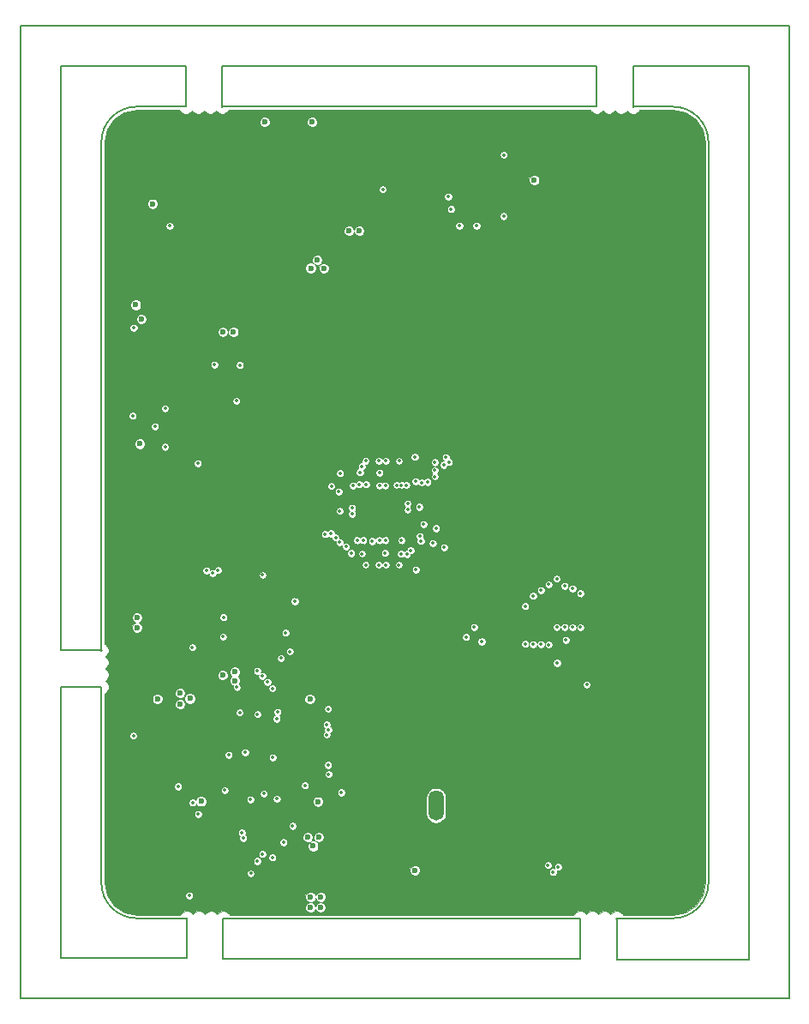
<source format=gbr>
G04 (created by PCBNEW (2013-june-11)-stable) date Tue 10 Oct 2017 05:17:01 PM CEST*
%MOIN*%
G04 Gerber Fmt 3.4, Leading zero omitted, Abs format*
%FSLAX34Y34*%
G01*
G70*
G90*
G04 APERTURE LIST*
%ADD10C,0.00590551*%
%ADD11C,0.00787402*%
%ADD12C,0.023622*%
%ADD13C,0.25*%
%ADD14O,0.06X0.1179*%
%ADD15C,0.019685*%
%ADD16C,0.0137795*%
%ADD17C,0.0011811*%
G04 APERTURE END LIST*
G54D10*
G54D11*
X40574Y-57658D02*
X40583Y-57658D01*
X40574Y-19850D02*
X40574Y-57658D01*
X40575Y-19849D02*
X40575Y-19862D01*
X70460Y-19849D02*
X40575Y-19849D01*
X70460Y-19868D02*
X70460Y-19849D01*
X70460Y-57658D02*
X70460Y-19868D01*
X40575Y-57658D02*
X70460Y-57658D01*
X68894Y-23267D02*
X68906Y-23267D01*
X68890Y-53390D02*
X68902Y-53390D01*
X43087Y-57659D02*
X43087Y-57647D01*
X40561Y-53217D02*
X40573Y-53217D01*
X40565Y-23094D02*
X40577Y-23094D01*
X68472Y-19849D02*
X68472Y-19861D01*
X44228Y-19839D02*
X44228Y-19851D01*
X42134Y-45546D02*
X42132Y-45546D01*
X42134Y-56091D02*
X42134Y-45546D01*
X47037Y-56091D02*
X42134Y-56091D01*
X42132Y-45546D02*
X42132Y-56028D01*
X42140Y-44129D02*
X42137Y-44129D01*
X42140Y-21415D02*
X42140Y-44129D01*
X47009Y-21415D02*
X42140Y-21415D01*
X48421Y-21415D02*
X48421Y-21427D01*
X62986Y-21415D02*
X48421Y-21415D01*
X64402Y-21424D02*
X64402Y-21430D01*
X68891Y-21424D02*
X64402Y-21424D01*
X68891Y-56132D02*
X68891Y-21424D01*
X68891Y-56134D02*
X63758Y-56134D01*
X68891Y-53037D02*
X68891Y-56134D01*
X48452Y-56093D02*
X48452Y-56096D01*
X62337Y-56110D02*
X48453Y-56110D01*
X63753Y-54537D02*
X63753Y-54539D01*
X65949Y-54537D02*
X63753Y-54537D01*
X48423Y-22989D02*
X48423Y-22991D01*
X62988Y-22989D02*
X48423Y-22989D01*
X64404Y-22993D02*
X64404Y-22989D01*
X65944Y-22993D02*
X64404Y-22993D01*
X47009Y-22991D02*
X45088Y-22991D01*
X47037Y-54537D02*
X47037Y-54538D01*
X45099Y-54537D02*
X47037Y-54537D01*
X63759Y-56135D02*
X63759Y-54560D01*
X62336Y-56109D02*
X62336Y-54534D01*
X62337Y-54539D02*
X54171Y-54539D01*
X63754Y-54538D02*
X63754Y-54539D01*
X62986Y-22990D02*
X62986Y-21415D01*
X64402Y-23001D02*
X64402Y-21426D01*
X64403Y-22990D02*
X64403Y-22989D01*
X48453Y-54536D02*
X48453Y-54537D01*
X59734Y-54536D02*
X48453Y-54536D01*
X43713Y-45545D02*
X43715Y-45545D01*
X43713Y-53156D02*
X43713Y-45545D01*
X43714Y-44133D02*
X43715Y-44133D01*
X43714Y-24370D02*
X43714Y-44133D01*
X48424Y-22992D02*
X48424Y-22991D01*
X43722Y-44129D02*
X42147Y-44129D01*
X43704Y-45546D02*
X42129Y-45546D01*
X47035Y-56091D02*
X47035Y-54516D01*
X48452Y-56109D02*
X48452Y-54534D01*
X48421Y-22997D02*
X48421Y-21422D01*
X47007Y-22992D02*
X47007Y-21417D01*
X43713Y-53157D02*
G75*
G03X45091Y-54535I1377J0D01*
G74*
G01*
X65950Y-54536D02*
G75*
G03X67328Y-53158I0J1377D01*
G74*
G01*
X45091Y-22991D02*
G75*
G03X43713Y-24369I0J-1377D01*
G74*
G01*
X67327Y-24370D02*
G75*
G03X65949Y-22992I-1377J0D01*
G74*
G01*
X67328Y-24372D02*
X67328Y-53149D01*
G54D12*
X48497Y-52602D03*
X48750Y-52377D03*
X48507Y-52119D03*
X64888Y-49878D03*
X64887Y-50901D03*
X64887Y-50389D03*
X64903Y-47151D03*
X64903Y-47663D03*
X64904Y-46640D03*
X64901Y-27169D03*
X64901Y-27681D03*
X64902Y-26658D03*
X64907Y-30422D03*
X64907Y-30934D03*
X64908Y-29911D03*
X64907Y-34363D03*
X64907Y-34875D03*
X64908Y-33852D03*
X64901Y-37072D03*
X64900Y-38095D03*
X64900Y-37583D03*
X64907Y-39494D03*
X64907Y-40006D03*
X64908Y-38983D03*
X64909Y-42675D03*
X64909Y-43187D03*
X64910Y-42164D03*
X64283Y-54207D03*
X65838Y-54221D03*
X64775Y-54221D03*
X65326Y-54221D03*
X66938Y-51339D03*
X66938Y-51851D03*
X66938Y-52914D03*
X66938Y-52363D03*
X66852Y-53369D03*
X66615Y-53763D03*
X66271Y-54044D03*
X66944Y-43802D03*
X66943Y-45376D03*
X66943Y-44825D03*
X66943Y-44313D03*
X66943Y-45927D03*
X66957Y-32532D03*
X66957Y-31981D03*
X66957Y-31469D03*
X66957Y-33083D03*
X57739Y-23361D03*
X57227Y-23361D03*
X56715Y-23361D03*
X56164Y-23361D03*
X55141Y-23360D03*
X55653Y-23360D03*
X61439Y-23361D03*
X60927Y-23361D03*
X60415Y-23361D03*
X59864Y-23361D03*
X58290Y-23360D03*
X58841Y-23360D03*
X59353Y-23360D03*
X63058Y-23537D03*
X62541Y-23361D03*
X61990Y-23361D03*
X56624Y-29723D03*
X56621Y-30160D03*
X56619Y-30672D03*
X56619Y-31183D03*
X54414Y-29678D03*
X54412Y-30136D03*
X54410Y-30648D03*
X54410Y-31159D03*
X57604Y-46350D03*
X57605Y-46864D03*
X57603Y-47376D03*
X57603Y-47887D03*
X55401Y-46376D03*
X55402Y-46890D03*
X55400Y-47402D03*
X55400Y-47913D03*
X55913Y-52677D03*
X45267Y-31248D03*
X45051Y-30696D03*
X45102Y-42846D03*
X48905Y-45299D03*
X45102Y-43240D03*
X48905Y-44960D03*
X52137Y-50001D03*
X47590Y-49992D03*
X51822Y-46017D03*
X48433Y-45090D03*
X52172Y-51383D03*
X51739Y-51383D03*
X51952Y-51729D03*
X52370Y-29271D03*
X52114Y-28948D03*
X51858Y-29263D03*
X48440Y-31748D03*
X48850Y-31755D03*
X53342Y-27822D03*
X53748Y-27818D03*
X45216Y-36094D03*
X60552Y-25838D03*
X45897Y-39783D03*
X45897Y-39419D03*
X45897Y-40948D03*
X45897Y-40574D03*
X45885Y-38632D03*
X45889Y-39007D03*
X45889Y-37460D03*
X45889Y-37842D03*
X46720Y-37275D03*
X46287Y-37275D03*
X46728Y-39208D03*
X46354Y-39208D03*
X46307Y-41141D03*
X46755Y-41141D03*
X46721Y-44412D03*
X46715Y-43659D03*
X46755Y-42348D03*
X46316Y-42341D03*
X50066Y-23590D03*
X45704Y-26767D03*
X51913Y-23590D03*
X51842Y-54118D03*
X52240Y-54122D03*
X52248Y-53708D03*
X51850Y-53704D03*
X47157Y-45996D03*
X46775Y-46220D03*
X45893Y-46003D03*
X46775Y-45787D03*
G54D13*
X45694Y-52573D03*
X65381Y-52572D03*
G54D14*
X57734Y-50153D03*
X55734Y-50153D03*
X56734Y-50153D03*
G54D12*
X48149Y-29344D03*
X47223Y-30364D03*
X48189Y-30797D03*
X47667Y-30794D03*
X47223Y-29878D03*
X47662Y-29343D03*
X44750Y-23498D03*
X44406Y-23779D03*
X44169Y-24173D03*
X44083Y-25179D03*
X44083Y-24628D03*
X44083Y-25691D03*
X44083Y-26203D03*
X44083Y-26754D03*
X45695Y-23321D03*
X46246Y-23321D03*
X45183Y-23321D03*
G54D13*
X45676Y-24956D03*
X65363Y-24955D03*
G54D12*
X66997Y-24462D03*
X66997Y-26037D03*
X66997Y-25525D03*
X66997Y-24974D03*
X63569Y-23538D03*
X64120Y-23538D03*
X65690Y-23362D03*
X65139Y-23362D03*
X66145Y-23448D03*
X66539Y-23685D03*
X66820Y-24029D03*
X54042Y-49188D03*
X53553Y-49035D03*
X53190Y-48714D03*
X52953Y-48288D03*
X52822Y-47865D03*
X54095Y-48218D03*
X53801Y-47906D03*
X66948Y-48281D03*
X66948Y-49261D03*
X66946Y-47685D03*
X66948Y-49856D03*
X66950Y-46626D03*
X66948Y-50915D03*
X66436Y-50915D03*
X66438Y-46626D03*
X66436Y-49856D03*
X66434Y-47685D03*
X66436Y-49261D03*
X66436Y-48281D03*
X65412Y-48281D03*
X65412Y-49261D03*
X65411Y-47685D03*
X65412Y-49856D03*
X65415Y-46626D03*
X65412Y-50915D03*
X65924Y-50915D03*
X65927Y-46626D03*
X65924Y-49856D03*
X65923Y-47685D03*
X65924Y-49261D03*
X65924Y-48281D03*
X64898Y-49262D03*
X64898Y-48282D03*
X62332Y-48282D03*
X62332Y-49262D03*
X63358Y-48281D03*
X63358Y-49261D03*
X62846Y-49261D03*
X62846Y-48281D03*
X63870Y-48281D03*
X63870Y-49261D03*
X64382Y-49261D03*
X64382Y-48281D03*
X59256Y-48281D03*
X59256Y-49261D03*
X58744Y-49261D03*
X58744Y-48281D03*
X57720Y-48281D03*
X57720Y-49261D03*
X58232Y-49261D03*
X58232Y-48281D03*
X57206Y-49262D03*
X57206Y-48282D03*
X59772Y-48282D03*
X59772Y-49262D03*
X60798Y-48281D03*
X60798Y-49261D03*
X60286Y-49261D03*
X60286Y-48281D03*
X61310Y-48281D03*
X61310Y-49261D03*
X61822Y-49261D03*
X61822Y-48281D03*
X56695Y-48280D03*
X56695Y-49260D03*
X56183Y-49260D03*
X56183Y-48280D03*
X55159Y-48280D03*
X55159Y-49260D03*
X55671Y-49260D03*
X55671Y-48280D03*
X54645Y-49261D03*
X54645Y-48281D03*
X52776Y-47442D03*
X53756Y-47447D03*
X52775Y-46484D03*
X53755Y-46489D03*
X53755Y-47001D03*
X52775Y-46996D03*
X52775Y-45975D03*
X53755Y-45980D03*
X53756Y-30029D03*
X52776Y-30029D03*
X52776Y-31050D03*
X53756Y-31050D03*
X53756Y-30538D03*
X52776Y-30538D03*
X53757Y-31433D03*
X52777Y-31433D03*
X54656Y-28325D03*
X54656Y-29305D03*
X55682Y-28324D03*
X55682Y-29304D03*
X55170Y-29304D03*
X55170Y-28324D03*
X56194Y-28324D03*
X56194Y-29304D03*
X56706Y-29304D03*
X56706Y-28324D03*
X64388Y-40547D03*
X64381Y-41584D03*
X64897Y-40605D03*
X64897Y-41585D03*
X65923Y-40604D03*
X65923Y-41584D03*
X65922Y-40008D03*
X65923Y-42179D03*
X65926Y-38949D03*
X65923Y-43238D03*
X65411Y-43238D03*
X65414Y-38949D03*
X65411Y-42179D03*
X65410Y-40008D03*
X65411Y-41584D03*
X65411Y-40604D03*
X66435Y-40604D03*
X66435Y-41584D03*
X66433Y-40008D03*
X66435Y-42179D03*
X66437Y-38949D03*
X66435Y-43238D03*
X66947Y-43238D03*
X66949Y-38949D03*
X66947Y-42179D03*
X66945Y-40008D03*
X66947Y-41584D03*
X66947Y-40604D03*
X66957Y-35498D03*
X66957Y-36478D03*
X66955Y-34902D03*
X66957Y-37073D03*
X66959Y-33843D03*
X66957Y-38132D03*
X66445Y-38132D03*
X66447Y-33843D03*
X66445Y-37073D03*
X66443Y-34902D03*
X66445Y-36478D03*
X66445Y-35498D03*
X65421Y-35498D03*
X65421Y-36478D03*
X65420Y-34902D03*
X65421Y-37073D03*
X65424Y-33843D03*
X65421Y-38132D03*
X65933Y-38132D03*
X65936Y-33843D03*
X65933Y-37073D03*
X65932Y-34902D03*
X65933Y-36478D03*
X65933Y-35498D03*
X64907Y-36479D03*
X64907Y-35499D03*
X64437Y-36533D03*
X64416Y-35507D03*
X61833Y-28325D03*
X61833Y-29305D03*
X61321Y-29305D03*
X61321Y-28325D03*
X60297Y-28325D03*
X60297Y-29305D03*
X60809Y-29305D03*
X60809Y-28325D03*
X59783Y-29306D03*
X59783Y-28326D03*
X57217Y-28326D03*
X57217Y-29306D03*
X58243Y-28325D03*
X58243Y-29305D03*
X57731Y-29305D03*
X57731Y-28325D03*
X58755Y-28325D03*
X58755Y-29305D03*
X59267Y-29305D03*
X59267Y-28325D03*
X64393Y-28325D03*
X64393Y-29305D03*
X63881Y-29305D03*
X63881Y-28325D03*
X62857Y-28325D03*
X62857Y-29305D03*
X63369Y-29305D03*
X63369Y-28325D03*
X62343Y-29306D03*
X62343Y-28326D03*
X64909Y-28326D03*
X64909Y-29306D03*
X65935Y-28325D03*
X65935Y-29305D03*
X65934Y-27729D03*
X65935Y-29900D03*
X65938Y-26670D03*
X65935Y-30959D03*
X65423Y-30959D03*
X65426Y-26670D03*
X65423Y-29900D03*
X65422Y-27729D03*
X65423Y-29305D03*
X65423Y-28325D03*
X66447Y-28325D03*
X66447Y-29305D03*
X66445Y-27729D03*
X66447Y-29900D03*
X66449Y-26670D03*
X66447Y-30959D03*
X66959Y-30959D03*
X66961Y-26670D03*
X66959Y-29900D03*
X66957Y-27729D03*
X66959Y-29305D03*
X66959Y-28325D03*
X54127Y-29347D03*
X53815Y-29641D03*
X54168Y-28368D03*
X53745Y-28499D03*
X53319Y-28736D03*
X52998Y-29099D03*
X52845Y-29588D03*
X53262Y-34214D03*
X56018Y-34250D03*
X53689Y-36547D03*
X55587Y-36571D03*
G54D15*
X54049Y-39174D03*
G54D12*
X51648Y-38701D03*
X51945Y-39833D03*
X51661Y-40119D03*
X51065Y-38701D03*
X50232Y-39678D03*
X50261Y-37723D03*
G54D15*
X55034Y-38898D03*
X54640Y-38898D03*
X54443Y-38622D03*
X55270Y-39174D03*
X54640Y-38347D03*
X54049Y-38622D03*
X54246Y-38898D03*
X54837Y-38622D03*
X54049Y-38071D03*
X53852Y-38347D03*
X54246Y-38347D03*
X54994Y-38347D03*
X54443Y-39174D03*
X54837Y-39174D03*
X55270Y-39528D03*
G54D12*
X56017Y-43345D03*
X53261Y-43346D03*
X55590Y-41013D03*
X56885Y-38544D03*
X58857Y-37567D03*
X58850Y-39522D03*
X49539Y-29628D03*
X50073Y-29694D03*
X50562Y-29847D03*
X50925Y-30168D03*
X51162Y-30594D03*
X51293Y-31017D03*
X51320Y-31476D03*
X51387Y-32914D03*
X51430Y-33426D03*
X49531Y-30592D03*
X50020Y-30664D03*
X50314Y-30976D03*
X50365Y-31424D03*
X51388Y-32437D03*
X51373Y-31948D03*
X51428Y-34326D03*
X51435Y-33891D03*
X49788Y-34081D03*
X49803Y-31425D03*
X49796Y-34816D03*
X49285Y-40685D03*
X49785Y-40685D03*
X50353Y-40685D03*
X51339Y-40405D03*
X50850Y-40414D03*
X52248Y-38701D03*
X49554Y-38700D03*
X50054Y-38700D03*
X50554Y-38700D03*
X50881Y-36977D03*
X51370Y-36986D03*
X50384Y-36706D03*
X49816Y-36705D03*
X49316Y-36705D03*
X51692Y-37272D03*
X51976Y-37558D03*
X51928Y-33512D03*
X51927Y-34009D03*
X51925Y-34468D03*
X53173Y-36249D03*
X52791Y-35991D03*
X52385Y-35205D03*
X52072Y-34875D03*
X52393Y-35679D03*
X54639Y-35978D03*
X54639Y-35478D03*
X54639Y-33478D03*
X54639Y-34478D03*
X54639Y-33978D03*
X54639Y-34978D03*
X57346Y-33535D03*
X57347Y-34032D03*
X57349Y-34491D03*
X56101Y-36272D03*
X56483Y-36014D03*
X56889Y-35228D03*
X57202Y-34898D03*
X56881Y-35702D03*
X52396Y-41859D03*
X52075Y-42663D03*
X52388Y-42333D03*
X52794Y-41547D03*
X53176Y-41289D03*
X51928Y-43070D03*
X51930Y-43529D03*
X51931Y-44026D03*
X54638Y-42582D03*
X54638Y-43582D03*
X54638Y-43082D03*
X54638Y-44082D03*
X54638Y-42082D03*
X54638Y-41582D03*
X56884Y-41882D03*
X57205Y-42686D03*
X56892Y-42356D03*
X56486Y-41570D03*
X56104Y-41312D03*
X57352Y-43093D03*
X57350Y-43552D03*
X57349Y-44049D03*
X56894Y-44457D03*
X53690Y-40990D03*
X55125Y-44499D03*
X57156Y-39688D03*
X57440Y-39974D03*
X59817Y-40540D03*
X59317Y-40540D03*
X58748Y-40540D03*
X60817Y-40540D03*
X60317Y-40540D03*
X57762Y-40260D03*
X58251Y-40269D03*
X58579Y-38546D03*
X59079Y-38546D03*
X59579Y-38546D03*
X58233Y-36830D03*
X57744Y-36839D03*
X58730Y-36559D03*
X59299Y-36558D03*
X59799Y-36558D03*
X58067Y-38545D03*
X57422Y-37125D03*
X57138Y-37411D03*
X57485Y-38544D03*
X52054Y-37174D03*
X51764Y-36879D03*
X51442Y-36593D03*
X50494Y-35682D03*
X50890Y-36019D03*
X51180Y-36314D03*
X50233Y-35409D03*
X49996Y-35103D03*
X51455Y-34722D03*
X52054Y-35380D03*
X51753Y-35076D03*
X49337Y-32308D03*
X49337Y-32808D03*
X49337Y-33808D03*
X49337Y-33308D03*
X49337Y-31808D03*
X55978Y-36989D03*
X55662Y-37025D03*
X49788Y-34447D03*
X49829Y-32750D03*
X50209Y-32762D03*
X50583Y-32762D03*
X50983Y-32762D03*
X53265Y-33686D03*
X49130Y-38692D03*
X56008Y-31453D03*
X55029Y-31369D03*
X56938Y-32724D03*
X56893Y-33160D03*
X62674Y-36731D03*
X63099Y-36260D03*
X63503Y-35870D03*
X63966Y-35606D03*
X61663Y-38074D03*
X62219Y-38041D03*
X62652Y-37923D03*
X63183Y-37604D03*
X63603Y-37215D03*
X64023Y-36765D03*
X62215Y-36994D03*
X61743Y-37053D03*
X57006Y-46098D03*
X56018Y-46164D03*
X53263Y-43874D03*
X56017Y-43346D03*
X47833Y-39558D03*
X47865Y-40683D03*
X47963Y-37703D03*
X47501Y-37703D03*
X47414Y-38722D03*
X47845Y-38832D03*
X52750Y-45594D03*
X52699Y-45095D03*
X52697Y-44636D03*
X53831Y-44645D03*
X53833Y-45104D03*
X53777Y-45592D03*
X56019Y-45198D03*
X56014Y-45666D03*
X55134Y-44985D03*
X55128Y-45473D03*
X63905Y-41461D03*
X63508Y-41209D03*
X61690Y-40035D03*
X62182Y-40074D03*
X63988Y-40275D03*
X63588Y-39904D03*
X63168Y-39475D03*
X62678Y-39175D03*
X62208Y-39035D03*
X63084Y-40800D03*
X62620Y-40348D03*
X61668Y-39036D03*
X53802Y-32381D03*
X53775Y-31922D03*
X53840Y-32858D03*
X52699Y-32893D03*
X52713Y-32417D03*
X52781Y-31935D03*
X52310Y-33170D03*
X54200Y-33165D03*
X55029Y-31802D03*
X55031Y-32219D03*
X55024Y-33047D03*
X55029Y-32644D03*
X56003Y-32291D03*
X56001Y-31874D03*
X56937Y-31888D03*
X56939Y-32305D03*
X56501Y-31874D03*
X48382Y-37708D03*
X48850Y-36808D03*
X48387Y-36807D03*
X47931Y-37208D03*
X47934Y-36813D03*
X48403Y-40683D03*
X48830Y-40674D03*
X48285Y-39585D03*
X48297Y-38728D03*
X48721Y-38736D03*
X57004Y-45466D03*
X57010Y-44978D03*
X55541Y-45697D03*
X60182Y-40104D03*
X60682Y-40104D03*
X61150Y-40032D03*
X60668Y-38939D03*
X60168Y-38939D03*
X61145Y-39038D03*
X60238Y-36972D03*
X60738Y-36972D03*
X60029Y-38546D03*
X60236Y-38172D03*
X60738Y-38128D03*
X61233Y-37044D03*
X61179Y-38066D03*
X52221Y-44475D03*
X54279Y-44456D03*
X59342Y-37567D03*
X59350Y-39518D03*
X47353Y-39635D03*
G54D16*
X49988Y-41196D03*
X56687Y-37127D03*
X56687Y-37363D03*
X56687Y-36811D03*
X54246Y-39876D03*
X55388Y-39843D03*
X56604Y-39962D03*
X52658Y-37737D03*
X53845Y-36973D03*
X56398Y-37580D03*
X57025Y-36913D03*
X57230Y-36809D03*
X57109Y-36620D03*
X52526Y-48582D03*
X49232Y-51425D03*
X50800Y-51579D03*
X62590Y-45456D03*
X46370Y-27629D03*
X48964Y-34429D03*
X48118Y-33019D03*
X53000Y-37235D03*
X54009Y-37668D03*
X47467Y-36853D03*
X49102Y-33039D03*
X45802Y-35419D03*
X54657Y-26200D03*
X54502Y-36761D03*
X53991Y-36761D03*
X53990Y-40799D03*
X54501Y-40799D03*
X54777Y-40799D03*
X55288Y-40799D03*
X55289Y-36761D03*
X54778Y-36761D03*
X50379Y-48285D03*
X47255Y-44000D03*
X53744Y-37669D03*
X52531Y-46397D03*
X60196Y-43874D03*
X52484Y-47003D03*
X60503Y-43885D03*
X52480Y-47397D03*
X61118Y-43897D03*
X52539Y-47204D03*
X60811Y-43885D03*
X58503Y-43779D03*
X61732Y-43224D03*
X57893Y-43606D03*
X49972Y-45118D03*
X49775Y-44921D03*
X58212Y-43224D03*
X61425Y-43224D03*
X50169Y-45358D03*
X62039Y-43228D03*
X61783Y-43720D03*
X62346Y-43228D03*
X50366Y-45598D03*
X61437Y-44614D03*
X48464Y-42834D03*
X48661Y-48185D03*
X60196Y-42401D03*
X55369Y-40368D03*
X60503Y-42007D03*
X55599Y-40383D03*
X56137Y-39870D03*
X61118Y-41562D03*
X55742Y-40237D03*
X60811Y-41791D03*
X57051Y-40125D03*
X61732Y-41622D03*
X56102Y-39685D03*
X61425Y-41338D03*
X56728Y-39377D03*
X62039Y-41724D03*
X56249Y-39223D03*
X62346Y-41909D03*
X51240Y-42216D03*
X53434Y-40348D03*
X49185Y-51200D03*
X50562Y-46519D03*
X50539Y-49893D03*
X47484Y-50484D03*
X48988Y-45562D03*
X49984Y-52039D03*
X47263Y-50043D03*
X49775Y-52311D03*
X46692Y-49413D03*
X47126Y-53654D03*
X44957Y-47436D03*
X49523Y-52795D03*
X51633Y-49370D03*
X50030Y-49696D03*
X49511Y-49921D03*
X48511Y-49562D03*
X53854Y-40363D03*
X49303Y-48090D03*
X51153Y-50944D03*
X52415Y-39608D03*
X50527Y-46783D03*
X52984Y-39921D03*
X51051Y-44165D03*
X53043Y-49645D03*
X52555Y-48933D03*
X53529Y-44565D03*
X53358Y-44566D03*
X53167Y-44565D03*
X52995Y-44566D03*
X60968Y-43744D03*
X57972Y-27625D03*
X54746Y-37219D03*
X54533Y-40340D03*
X53533Y-32991D03*
X53362Y-32992D03*
X53171Y-32991D03*
X52999Y-32992D03*
X60042Y-37832D03*
X60041Y-37661D03*
X60042Y-37470D03*
X60041Y-37298D03*
X60045Y-39258D03*
X60046Y-39430D03*
X60045Y-39621D03*
X60046Y-39792D03*
X52947Y-37953D03*
X55191Y-37697D03*
X55388Y-37697D03*
X55585Y-37697D03*
X55939Y-37559D03*
X56175Y-37599D03*
X46190Y-34722D03*
X46189Y-36213D03*
X54758Y-37717D03*
X50366Y-52169D03*
X57314Y-26976D03*
X44930Y-35006D03*
X44968Y-31586D03*
X59358Y-27244D03*
X59362Y-24866D03*
X57208Y-26492D03*
X56077Y-38544D03*
X53892Y-39843D03*
X52986Y-38701D03*
X53656Y-39843D03*
X53774Y-37205D03*
X61088Y-52470D03*
X54522Y-37717D03*
X54530Y-37219D03*
X54758Y-39843D03*
X61481Y-52538D03*
X54522Y-39843D03*
X61282Y-52743D03*
X54749Y-40341D03*
X48448Y-43594D03*
X58307Y-27625D03*
X49090Y-46539D03*
X50877Y-43437D03*
X52824Y-39733D03*
X57641Y-27625D03*
X49787Y-46602D03*
X52644Y-39583D03*
X50692Y-44429D03*
X53498Y-37717D03*
X53459Y-38583D03*
X53459Y-38819D03*
X53228Y-40094D03*
X55624Y-38662D03*
X55951Y-40989D03*
X55908Y-36600D03*
X55624Y-38426D03*
X48043Y-41128D03*
X48253Y-41002D03*
X48043Y-41127D03*
X47793Y-41021D03*
X48253Y-41001D03*
G54D10*
G36*
X67203Y-53145D02*
X67106Y-53636D01*
X66835Y-54042D01*
X66430Y-54313D01*
X65934Y-54412D01*
X64006Y-54412D01*
X63992Y-54379D01*
X63913Y-54300D01*
X63810Y-54257D01*
X63698Y-54257D01*
X63594Y-54300D01*
X63517Y-54376D01*
X63441Y-54300D01*
X63338Y-54257D01*
X63226Y-54257D01*
X63122Y-54300D01*
X63045Y-54376D01*
X62969Y-54300D01*
X62866Y-54257D01*
X62754Y-54257D01*
X62744Y-54261D01*
X62744Y-45426D01*
X62720Y-45369D01*
X62677Y-45326D01*
X62621Y-45303D01*
X62560Y-45303D01*
X62503Y-45326D01*
X62500Y-45330D01*
X62500Y-43197D01*
X62500Y-41879D01*
X62476Y-41822D01*
X62433Y-41779D01*
X62377Y-41755D01*
X62316Y-41755D01*
X62259Y-41779D01*
X62216Y-41822D01*
X62192Y-41878D01*
X62192Y-41694D01*
X62169Y-41637D01*
X62126Y-41594D01*
X62070Y-41570D01*
X62008Y-41570D01*
X61952Y-41594D01*
X61909Y-41637D01*
X61885Y-41693D01*
X61885Y-41591D01*
X61862Y-41535D01*
X61819Y-41491D01*
X61762Y-41468D01*
X61701Y-41468D01*
X61645Y-41491D01*
X61602Y-41534D01*
X61578Y-41591D01*
X61578Y-41308D01*
X61555Y-41251D01*
X61512Y-41208D01*
X61455Y-41185D01*
X61394Y-41185D01*
X61338Y-41208D01*
X61295Y-41251D01*
X61271Y-41307D01*
X61271Y-41368D01*
X61294Y-41425D01*
X61338Y-41468D01*
X61394Y-41492D01*
X61455Y-41492D01*
X61512Y-41468D01*
X61555Y-41425D01*
X61578Y-41369D01*
X61578Y-41308D01*
X61578Y-41591D01*
X61578Y-41591D01*
X61578Y-41652D01*
X61602Y-41708D01*
X61645Y-41752D01*
X61701Y-41775D01*
X61762Y-41775D01*
X61819Y-41752D01*
X61862Y-41709D01*
X61885Y-41652D01*
X61885Y-41591D01*
X61885Y-41693D01*
X61885Y-41693D01*
X61885Y-41754D01*
X61909Y-41811D01*
X61952Y-41854D01*
X62008Y-41877D01*
X62069Y-41877D01*
X62126Y-41854D01*
X62169Y-41811D01*
X62192Y-41755D01*
X62192Y-41694D01*
X62192Y-41878D01*
X62192Y-41878D01*
X62192Y-41939D01*
X62216Y-41996D01*
X62259Y-42039D01*
X62315Y-42062D01*
X62376Y-42063D01*
X62433Y-42039D01*
X62476Y-41996D01*
X62499Y-41940D01*
X62500Y-41879D01*
X62500Y-43197D01*
X62476Y-43141D01*
X62433Y-43098D01*
X62377Y-43074D01*
X62316Y-43074D01*
X62259Y-43098D01*
X62216Y-43141D01*
X62192Y-43197D01*
X62192Y-43197D01*
X62169Y-43141D01*
X62126Y-43098D01*
X62070Y-43074D01*
X62008Y-43074D01*
X61952Y-43098D01*
X61909Y-43141D01*
X61885Y-43197D01*
X61885Y-43194D01*
X61862Y-43137D01*
X61819Y-43094D01*
X61762Y-43070D01*
X61701Y-43070D01*
X61645Y-43094D01*
X61602Y-43137D01*
X61578Y-43193D01*
X61578Y-43194D01*
X61555Y-43137D01*
X61512Y-43094D01*
X61455Y-43070D01*
X61394Y-43070D01*
X61338Y-43094D01*
X61295Y-43137D01*
X61271Y-43193D01*
X61271Y-41532D01*
X61248Y-41476D01*
X61205Y-41432D01*
X61148Y-41409D01*
X61087Y-41409D01*
X61031Y-41432D01*
X60988Y-41475D01*
X60964Y-41532D01*
X60964Y-41593D01*
X60987Y-41649D01*
X61031Y-41693D01*
X61087Y-41716D01*
X61148Y-41716D01*
X61204Y-41693D01*
X61248Y-41650D01*
X61271Y-41593D01*
X61271Y-41532D01*
X61271Y-43193D01*
X61271Y-43193D01*
X61271Y-43254D01*
X61294Y-43311D01*
X61338Y-43354D01*
X61394Y-43377D01*
X61455Y-43377D01*
X61512Y-43354D01*
X61555Y-43311D01*
X61578Y-43255D01*
X61578Y-43254D01*
X61602Y-43311D01*
X61645Y-43354D01*
X61701Y-43377D01*
X61762Y-43377D01*
X61819Y-43354D01*
X61862Y-43311D01*
X61885Y-43255D01*
X61885Y-43194D01*
X61885Y-43197D01*
X61885Y-43197D01*
X61885Y-43258D01*
X61909Y-43315D01*
X61952Y-43358D01*
X62008Y-43381D01*
X62069Y-43381D01*
X62126Y-43358D01*
X62169Y-43315D01*
X62192Y-43259D01*
X62192Y-43258D01*
X62216Y-43315D01*
X62259Y-43358D01*
X62315Y-43381D01*
X62376Y-43381D01*
X62433Y-43358D01*
X62476Y-43315D01*
X62499Y-43259D01*
X62500Y-43197D01*
X62500Y-45330D01*
X62460Y-45369D01*
X62437Y-45426D01*
X62436Y-45487D01*
X62460Y-45543D01*
X62503Y-45586D01*
X62559Y-45610D01*
X62620Y-45610D01*
X62677Y-45586D01*
X62720Y-45543D01*
X62744Y-45487D01*
X62744Y-45426D01*
X62744Y-54261D01*
X62650Y-54300D01*
X62573Y-54376D01*
X62497Y-54300D01*
X62394Y-54257D01*
X62282Y-54257D01*
X62178Y-54300D01*
X62099Y-54379D01*
X62084Y-54414D01*
X61937Y-54414D01*
X61937Y-43690D01*
X61913Y-43633D01*
X61870Y-43590D01*
X61814Y-43566D01*
X61753Y-43566D01*
X61696Y-43590D01*
X61653Y-43633D01*
X61629Y-43689D01*
X61629Y-43750D01*
X61653Y-43807D01*
X61696Y-43850D01*
X61752Y-43873D01*
X61813Y-43874D01*
X61870Y-43850D01*
X61913Y-43807D01*
X61936Y-43751D01*
X61937Y-43690D01*
X61937Y-54414D01*
X61634Y-54414D01*
X61634Y-52507D01*
X61611Y-52451D01*
X61590Y-52430D01*
X61590Y-44583D01*
X61567Y-44527D01*
X61524Y-44484D01*
X61467Y-44460D01*
X61406Y-44460D01*
X61350Y-44483D01*
X61306Y-44527D01*
X61283Y-44583D01*
X61283Y-44644D01*
X61306Y-44701D01*
X61349Y-44744D01*
X61406Y-44767D01*
X61467Y-44767D01*
X61523Y-44744D01*
X61567Y-44701D01*
X61590Y-44644D01*
X61590Y-44583D01*
X61590Y-52430D01*
X61568Y-52407D01*
X61511Y-52384D01*
X61450Y-52384D01*
X61394Y-52407D01*
X61350Y-52450D01*
X61327Y-52507D01*
X61327Y-52568D01*
X61340Y-52601D01*
X61312Y-52589D01*
X61271Y-52589D01*
X61271Y-43867D01*
X61248Y-43810D01*
X61205Y-43767D01*
X61148Y-43744D01*
X61087Y-43744D01*
X61031Y-43767D01*
X60988Y-43810D01*
X60964Y-43866D01*
X60964Y-43855D01*
X60964Y-41760D01*
X60941Y-41704D01*
X60898Y-41661D01*
X60841Y-41637D01*
X60780Y-41637D01*
X60755Y-41648D01*
X60755Y-25798D01*
X60724Y-25724D01*
X60667Y-25666D01*
X60593Y-25636D01*
X60512Y-25635D01*
X60438Y-25666D01*
X60381Y-25723D01*
X60350Y-25798D01*
X60350Y-25878D01*
X60381Y-25953D01*
X60437Y-26010D01*
X60512Y-26041D01*
X60593Y-26041D01*
X60667Y-26010D01*
X60724Y-25953D01*
X60755Y-25879D01*
X60755Y-25798D01*
X60755Y-41648D01*
X60724Y-41661D01*
X60680Y-41704D01*
X60657Y-41760D01*
X60657Y-41821D01*
X60680Y-41878D01*
X60723Y-41921D01*
X60780Y-41944D01*
X60841Y-41944D01*
X60897Y-41921D01*
X60941Y-41878D01*
X60964Y-41822D01*
X60964Y-41760D01*
X60964Y-43855D01*
X60941Y-43798D01*
X60898Y-43755D01*
X60841Y-43732D01*
X60780Y-43732D01*
X60724Y-43755D01*
X60680Y-43798D01*
X60657Y-43855D01*
X60657Y-41977D01*
X60634Y-41921D01*
X60591Y-41877D01*
X60534Y-41854D01*
X60473Y-41854D01*
X60417Y-41877D01*
X60373Y-41920D01*
X60350Y-41977D01*
X60350Y-42038D01*
X60373Y-42094D01*
X60416Y-42137D01*
X60473Y-42161D01*
X60534Y-42161D01*
X60590Y-42138D01*
X60634Y-42094D01*
X60657Y-42038D01*
X60657Y-41977D01*
X60657Y-43855D01*
X60657Y-43855D01*
X60657Y-43855D01*
X60634Y-43798D01*
X60591Y-43755D01*
X60534Y-43732D01*
X60473Y-43732D01*
X60417Y-43755D01*
X60373Y-43798D01*
X60350Y-43855D01*
X60350Y-43843D01*
X60350Y-42371D01*
X60327Y-42314D01*
X60283Y-42271D01*
X60227Y-42248D01*
X60166Y-42248D01*
X60109Y-42271D01*
X60066Y-42314D01*
X60043Y-42370D01*
X60043Y-42431D01*
X60066Y-42488D01*
X60109Y-42531D01*
X60166Y-42555D01*
X60227Y-42555D01*
X60283Y-42531D01*
X60326Y-42488D01*
X60350Y-42432D01*
X60350Y-42371D01*
X60350Y-43843D01*
X60327Y-43787D01*
X60283Y-43743D01*
X60227Y-43720D01*
X60166Y-43720D01*
X60109Y-43743D01*
X60066Y-43786D01*
X60043Y-43843D01*
X60043Y-43904D01*
X60066Y-43960D01*
X60109Y-44004D01*
X60166Y-44027D01*
X60227Y-44027D01*
X60283Y-44004D01*
X60326Y-43961D01*
X60350Y-43904D01*
X60350Y-43843D01*
X60350Y-43855D01*
X60350Y-43855D01*
X60350Y-43916D01*
X60373Y-43972D01*
X60416Y-44015D01*
X60473Y-44039D01*
X60534Y-44039D01*
X60590Y-44016D01*
X60634Y-43972D01*
X60657Y-43916D01*
X60657Y-43916D01*
X60680Y-43972D01*
X60723Y-44015D01*
X60780Y-44039D01*
X60841Y-44039D01*
X60897Y-44016D01*
X60941Y-43972D01*
X60964Y-43916D01*
X60964Y-43855D01*
X60964Y-43866D01*
X60964Y-43866D01*
X60964Y-43928D01*
X60987Y-43984D01*
X61031Y-44027D01*
X61087Y-44051D01*
X61148Y-44051D01*
X61204Y-44027D01*
X61248Y-43984D01*
X61271Y-43928D01*
X61271Y-43867D01*
X61271Y-52589D01*
X61251Y-52589D01*
X61241Y-52593D01*
X61241Y-52439D01*
X61218Y-52383D01*
X61175Y-52339D01*
X61118Y-52316D01*
X61057Y-52316D01*
X61001Y-52339D01*
X60957Y-52382D01*
X60934Y-52439D01*
X60934Y-52500D01*
X60957Y-52556D01*
X61000Y-52600D01*
X61057Y-52623D01*
X61118Y-52623D01*
X61174Y-52600D01*
X61218Y-52557D01*
X61241Y-52500D01*
X61241Y-52439D01*
X61241Y-52593D01*
X61195Y-52612D01*
X61151Y-52655D01*
X61128Y-52712D01*
X61128Y-52773D01*
X61151Y-52829D01*
X61194Y-52873D01*
X61251Y-52896D01*
X61312Y-52896D01*
X61368Y-52873D01*
X61412Y-52830D01*
X61435Y-52773D01*
X61435Y-52712D01*
X61422Y-52679D01*
X61450Y-52691D01*
X61511Y-52691D01*
X61567Y-52668D01*
X61611Y-52625D01*
X61634Y-52568D01*
X61634Y-52507D01*
X61634Y-54414D01*
X59749Y-54414D01*
X59734Y-54411D01*
X59515Y-54411D01*
X59515Y-24835D01*
X59492Y-24779D01*
X59449Y-24736D01*
X59392Y-24712D01*
X59331Y-24712D01*
X59275Y-24735D01*
X59232Y-24779D01*
X59208Y-24835D01*
X59208Y-24896D01*
X59231Y-24953D01*
X59275Y-24996D01*
X59331Y-25019D01*
X59392Y-25019D01*
X59449Y-24996D01*
X59492Y-24953D01*
X59515Y-24896D01*
X59515Y-24835D01*
X59515Y-54411D01*
X59511Y-54411D01*
X59511Y-27213D01*
X59488Y-27157D01*
X59445Y-27114D01*
X59388Y-27090D01*
X59327Y-27090D01*
X59271Y-27113D01*
X59228Y-27157D01*
X59204Y-27213D01*
X59204Y-27274D01*
X59228Y-27330D01*
X59271Y-27374D01*
X59327Y-27397D01*
X59388Y-27397D01*
X59445Y-27374D01*
X59488Y-27331D01*
X59511Y-27274D01*
X59511Y-27213D01*
X59511Y-54411D01*
X58657Y-54411D01*
X58657Y-43749D01*
X58634Y-43692D01*
X58591Y-43649D01*
X58534Y-43626D01*
X58473Y-43625D01*
X58460Y-43631D01*
X58460Y-27595D01*
X58437Y-27539D01*
X58394Y-27495D01*
X58337Y-27472D01*
X58276Y-27472D01*
X58220Y-27495D01*
X58176Y-27538D01*
X58153Y-27595D01*
X58153Y-27656D01*
X58176Y-27712D01*
X58219Y-27756D01*
X58276Y-27779D01*
X58337Y-27779D01*
X58393Y-27756D01*
X58437Y-27713D01*
X58460Y-27656D01*
X58460Y-27595D01*
X58460Y-43631D01*
X58417Y-43649D01*
X58373Y-43692D01*
X58366Y-43710D01*
X58366Y-43194D01*
X58342Y-43137D01*
X58299Y-43094D01*
X58243Y-43070D01*
X58182Y-43070D01*
X58125Y-43094D01*
X58082Y-43137D01*
X58059Y-43193D01*
X58059Y-43254D01*
X58082Y-43311D01*
X58125Y-43354D01*
X58181Y-43377D01*
X58243Y-43377D01*
X58299Y-43354D01*
X58342Y-43311D01*
X58366Y-43255D01*
X58366Y-43194D01*
X58366Y-43710D01*
X58350Y-43748D01*
X58350Y-43809D01*
X58373Y-43866D01*
X58416Y-43909D01*
X58473Y-43933D01*
X58534Y-43933D01*
X58590Y-43909D01*
X58634Y-43866D01*
X58657Y-43810D01*
X58657Y-43749D01*
X58657Y-54411D01*
X58047Y-54411D01*
X58047Y-43575D01*
X58023Y-43519D01*
X57980Y-43476D01*
X57924Y-43452D01*
X57863Y-43452D01*
X57806Y-43476D01*
X57795Y-43487D01*
X57795Y-27595D01*
X57771Y-27539D01*
X57728Y-27495D01*
X57672Y-27472D01*
X57611Y-27472D01*
X57554Y-27495D01*
X57511Y-27538D01*
X57488Y-27595D01*
X57488Y-27656D01*
X57511Y-27712D01*
X57554Y-27756D01*
X57611Y-27779D01*
X57672Y-27779D01*
X57728Y-27756D01*
X57771Y-27713D01*
X57795Y-27656D01*
X57795Y-27595D01*
X57795Y-43487D01*
X57763Y-43519D01*
X57740Y-43575D01*
X57740Y-43636D01*
X57763Y-43693D01*
X57806Y-43736D01*
X57863Y-43759D01*
X57924Y-43759D01*
X57980Y-43736D01*
X58023Y-43693D01*
X58047Y-43636D01*
X58047Y-43575D01*
X58047Y-54411D01*
X57468Y-54411D01*
X57468Y-26945D01*
X57445Y-26889D01*
X57402Y-26846D01*
X57362Y-26829D01*
X57362Y-26461D01*
X57338Y-26405D01*
X57295Y-26362D01*
X57239Y-26338D01*
X57178Y-26338D01*
X57121Y-26361D01*
X57078Y-26405D01*
X57055Y-26461D01*
X57055Y-26522D01*
X57078Y-26578D01*
X57121Y-26622D01*
X57177Y-26645D01*
X57239Y-26645D01*
X57295Y-26622D01*
X57338Y-26579D01*
X57362Y-26522D01*
X57362Y-26461D01*
X57362Y-26829D01*
X57345Y-26822D01*
X57284Y-26822D01*
X57228Y-26846D01*
X57184Y-26889D01*
X57161Y-26945D01*
X57161Y-27006D01*
X57184Y-27063D01*
X57227Y-27106D01*
X57284Y-27129D01*
X57345Y-27129D01*
X57401Y-27106D01*
X57445Y-27063D01*
X57468Y-27007D01*
X57468Y-26945D01*
X57468Y-54411D01*
X57384Y-54411D01*
X57384Y-36778D01*
X57361Y-36722D01*
X57317Y-36679D01*
X57261Y-36655D01*
X57261Y-36655D01*
X57263Y-36650D01*
X57263Y-36589D01*
X57240Y-36533D01*
X57196Y-36490D01*
X57140Y-36466D01*
X57079Y-36466D01*
X57022Y-36489D01*
X56979Y-36533D01*
X56956Y-36589D01*
X56956Y-36650D01*
X56979Y-36707D01*
X57022Y-36750D01*
X57045Y-36759D01*
X56995Y-36759D01*
X56938Y-36782D01*
X56895Y-36826D01*
X56872Y-36882D01*
X56872Y-36943D01*
X56895Y-37000D01*
X56938Y-37043D01*
X56995Y-37066D01*
X57056Y-37066D01*
X57112Y-37043D01*
X57155Y-37000D01*
X57175Y-36952D01*
X57200Y-36962D01*
X57261Y-36962D01*
X57317Y-36939D01*
X57360Y-36896D01*
X57384Y-36839D01*
X57384Y-36778D01*
X57384Y-54411D01*
X57204Y-54411D01*
X57204Y-40095D01*
X57181Y-40039D01*
X57138Y-39995D01*
X57081Y-39972D01*
X57020Y-39972D01*
X56964Y-39995D01*
X56921Y-40038D01*
X56897Y-40095D01*
X56897Y-40156D01*
X56920Y-40212D01*
X56964Y-40256D01*
X57020Y-40279D01*
X57081Y-40279D01*
X57138Y-40256D01*
X57181Y-40213D01*
X57204Y-40156D01*
X57204Y-40095D01*
X57204Y-54411D01*
X57118Y-54411D01*
X57118Y-50456D01*
X57118Y-49850D01*
X57089Y-49703D01*
X57006Y-49578D01*
X56881Y-49495D01*
X56881Y-39347D01*
X56858Y-39291D01*
X56841Y-39273D01*
X56841Y-37332D01*
X56818Y-37276D01*
X56786Y-37245D01*
X56817Y-37214D01*
X56841Y-37157D01*
X56841Y-37096D01*
X56841Y-37096D01*
X56841Y-36781D01*
X56817Y-36725D01*
X56774Y-36681D01*
X56718Y-36658D01*
X56657Y-36658D01*
X56600Y-36681D01*
X56557Y-36724D01*
X56534Y-36781D01*
X56534Y-36842D01*
X56557Y-36898D01*
X56600Y-36942D01*
X56656Y-36965D01*
X56717Y-36965D01*
X56774Y-36942D01*
X56817Y-36899D01*
X56841Y-36842D01*
X56841Y-36781D01*
X56841Y-37096D01*
X56818Y-37040D01*
X56774Y-36997D01*
X56718Y-36973D01*
X56657Y-36973D01*
X56600Y-36996D01*
X56557Y-37040D01*
X56534Y-37096D01*
X56534Y-37157D01*
X56557Y-37214D01*
X56588Y-37245D01*
X56557Y-37276D01*
X56534Y-37332D01*
X56534Y-37393D01*
X56557Y-37450D01*
X56600Y-37493D01*
X56657Y-37516D01*
X56718Y-37516D01*
X56774Y-37493D01*
X56817Y-37450D01*
X56841Y-37393D01*
X56841Y-37332D01*
X56841Y-39273D01*
X56815Y-39247D01*
X56759Y-39224D01*
X56697Y-39224D01*
X56641Y-39247D01*
X56598Y-39290D01*
X56574Y-39347D01*
X56574Y-39408D01*
X56598Y-39464D01*
X56641Y-39508D01*
X56697Y-39531D01*
X56758Y-39531D01*
X56815Y-39508D01*
X56858Y-39465D01*
X56881Y-39408D01*
X56881Y-39347D01*
X56881Y-49495D01*
X56881Y-49495D01*
X56758Y-49470D01*
X56758Y-39931D01*
X56735Y-39875D01*
X56691Y-39832D01*
X56635Y-39808D01*
X56574Y-39808D01*
X56552Y-39817D01*
X56552Y-37549D01*
X56529Y-37493D01*
X56485Y-37450D01*
X56429Y-37426D01*
X56368Y-37426D01*
X56311Y-37449D01*
X56277Y-37484D01*
X56262Y-37469D01*
X56206Y-37445D01*
X56145Y-37445D01*
X56088Y-37469D01*
X56074Y-37483D01*
X56069Y-37473D01*
X56062Y-37465D01*
X56062Y-36569D01*
X56039Y-36513D01*
X55995Y-36470D01*
X55939Y-36446D01*
X55878Y-36446D01*
X55821Y-36469D01*
X55778Y-36513D01*
X55755Y-36569D01*
X55755Y-36630D01*
X55778Y-36687D01*
X55821Y-36730D01*
X55878Y-36753D01*
X55939Y-36753D01*
X55995Y-36730D01*
X56038Y-36687D01*
X56062Y-36630D01*
X56062Y-36569D01*
X56062Y-37465D01*
X56026Y-37429D01*
X55970Y-37406D01*
X55909Y-37406D01*
X55852Y-37429D01*
X55809Y-37472D01*
X55786Y-37529D01*
X55785Y-37590D01*
X55809Y-37646D01*
X55852Y-37690D01*
X55908Y-37713D01*
X55969Y-37713D01*
X56026Y-37690D01*
X56041Y-37675D01*
X56045Y-37686D01*
X56088Y-37729D01*
X56145Y-37752D01*
X56206Y-37752D01*
X56262Y-37729D01*
X56296Y-37695D01*
X56311Y-37710D01*
X56368Y-37733D01*
X56429Y-37733D01*
X56485Y-37710D01*
X56528Y-37667D01*
X56552Y-37610D01*
X56552Y-37549D01*
X56552Y-39817D01*
X56517Y-39831D01*
X56474Y-39875D01*
X56451Y-39931D01*
X56451Y-39992D01*
X56474Y-40049D01*
X56517Y-40092D01*
X56574Y-40115D01*
X56635Y-40115D01*
X56691Y-40092D01*
X56734Y-40049D01*
X56758Y-39992D01*
X56758Y-39931D01*
X56758Y-49470D01*
X56734Y-49466D01*
X56587Y-49495D01*
X56462Y-49578D01*
X56403Y-49667D01*
X56403Y-39192D01*
X56380Y-39136D01*
X56336Y-39093D01*
X56280Y-39069D01*
X56231Y-39069D01*
X56231Y-38513D01*
X56208Y-38457D01*
X56164Y-38414D01*
X56108Y-38390D01*
X56047Y-38390D01*
X55990Y-38413D01*
X55947Y-38457D01*
X55924Y-38513D01*
X55924Y-38574D01*
X55947Y-38631D01*
X55990Y-38674D01*
X56047Y-38697D01*
X56108Y-38697D01*
X56164Y-38674D01*
X56207Y-38631D01*
X56231Y-38574D01*
X56231Y-38513D01*
X56231Y-39069D01*
X56219Y-39069D01*
X56162Y-39092D01*
X56119Y-39136D01*
X56096Y-39192D01*
X56096Y-39253D01*
X56119Y-39310D01*
X56162Y-39353D01*
X56219Y-39376D01*
X56280Y-39376D01*
X56336Y-39353D01*
X56379Y-39310D01*
X56403Y-39253D01*
X56403Y-39192D01*
X56403Y-49667D01*
X56378Y-49703D01*
X56349Y-49850D01*
X56349Y-50456D01*
X56378Y-50603D01*
X56462Y-50728D01*
X56587Y-50811D01*
X56734Y-50840D01*
X56881Y-50811D01*
X57006Y-50728D01*
X57089Y-50603D01*
X57118Y-50456D01*
X57118Y-54411D01*
X56291Y-54411D01*
X56291Y-39839D01*
X56268Y-39783D01*
X56239Y-39754D01*
X56255Y-39715D01*
X56255Y-39654D01*
X56232Y-39598D01*
X56189Y-39554D01*
X56133Y-39531D01*
X56071Y-39531D01*
X56015Y-39554D01*
X55972Y-39597D01*
X55948Y-39654D01*
X55948Y-39715D01*
X55972Y-39771D01*
X56000Y-39800D01*
X55984Y-39839D01*
X55984Y-39900D01*
X56007Y-39956D01*
X56050Y-40000D01*
X56107Y-40023D01*
X56168Y-40023D01*
X56224Y-40000D01*
X56267Y-39957D01*
X56291Y-39900D01*
X56291Y-39839D01*
X56291Y-54411D01*
X56116Y-54411D01*
X56116Y-52637D01*
X56105Y-52610D01*
X56105Y-40958D01*
X56082Y-40902D01*
X56038Y-40859D01*
X55982Y-40835D01*
X55921Y-40835D01*
X55896Y-40846D01*
X55896Y-40206D01*
X55872Y-40150D01*
X55829Y-40107D01*
X55778Y-40085D01*
X55778Y-38631D01*
X55754Y-38575D01*
X55723Y-38544D01*
X55754Y-38513D01*
X55778Y-38456D01*
X55778Y-38395D01*
X55754Y-38339D01*
X55738Y-38323D01*
X55738Y-37667D01*
X55715Y-37610D01*
X55672Y-37567D01*
X55615Y-37544D01*
X55554Y-37544D01*
X55498Y-37567D01*
X55486Y-37579D01*
X55475Y-37567D01*
X55443Y-37554D01*
X55443Y-36730D01*
X55420Y-36674D01*
X55376Y-36631D01*
X55320Y-36607D01*
X55259Y-36607D01*
X55202Y-36630D01*
X55159Y-36674D01*
X55136Y-36730D01*
X55136Y-36791D01*
X55159Y-36848D01*
X55202Y-36891D01*
X55259Y-36914D01*
X55320Y-36914D01*
X55376Y-36891D01*
X55419Y-36848D01*
X55443Y-36791D01*
X55443Y-36730D01*
X55443Y-37554D01*
X55419Y-37544D01*
X55357Y-37544D01*
X55301Y-37567D01*
X55289Y-37579D01*
X55278Y-37567D01*
X55222Y-37544D01*
X55161Y-37544D01*
X55104Y-37567D01*
X55061Y-37610D01*
X55038Y-37667D01*
X55037Y-37728D01*
X55061Y-37784D01*
X55104Y-37827D01*
X55160Y-37851D01*
X55221Y-37851D01*
X55278Y-37828D01*
X55289Y-37816D01*
X55301Y-37827D01*
X55357Y-37851D01*
X55418Y-37851D01*
X55475Y-37828D01*
X55486Y-37816D01*
X55498Y-37827D01*
X55554Y-37851D01*
X55615Y-37851D01*
X55672Y-37828D01*
X55715Y-37784D01*
X55738Y-37728D01*
X55738Y-37667D01*
X55738Y-38323D01*
X55711Y-38296D01*
X55655Y-38272D01*
X55594Y-38272D01*
X55537Y-38295D01*
X55494Y-38339D01*
X55471Y-38395D01*
X55471Y-38456D01*
X55494Y-38512D01*
X55525Y-38544D01*
X55494Y-38575D01*
X55471Y-38631D01*
X55471Y-38692D01*
X55494Y-38749D01*
X55537Y-38792D01*
X55593Y-38815D01*
X55654Y-38815D01*
X55711Y-38792D01*
X55754Y-38749D01*
X55778Y-38693D01*
X55778Y-38631D01*
X55778Y-40085D01*
X55773Y-40083D01*
X55712Y-40083D01*
X55655Y-40106D01*
X55612Y-40150D01*
X55589Y-40206D01*
X55589Y-40229D01*
X55569Y-40229D01*
X55541Y-40240D01*
X55541Y-39813D01*
X55518Y-39756D01*
X55475Y-39713D01*
X55419Y-39689D01*
X55357Y-39689D01*
X55301Y-39713D01*
X55258Y-39756D01*
X55234Y-39812D01*
X55234Y-39873D01*
X55258Y-39930D01*
X55301Y-39973D01*
X55357Y-39996D01*
X55418Y-39997D01*
X55475Y-39973D01*
X55518Y-39930D01*
X55541Y-39874D01*
X55541Y-39813D01*
X55541Y-40240D01*
X55512Y-40252D01*
X55492Y-40273D01*
X55456Y-40238D01*
X55400Y-40214D01*
X55339Y-40214D01*
X55282Y-40237D01*
X55239Y-40281D01*
X55216Y-40337D01*
X55216Y-40398D01*
X55239Y-40455D01*
X55282Y-40498D01*
X55339Y-40521D01*
X55400Y-40521D01*
X55456Y-40498D01*
X55477Y-40477D01*
X55512Y-40513D01*
X55569Y-40536D01*
X55630Y-40536D01*
X55686Y-40513D01*
X55729Y-40470D01*
X55753Y-40413D01*
X55753Y-40390D01*
X55773Y-40390D01*
X55829Y-40367D01*
X55872Y-40324D01*
X55896Y-40267D01*
X55896Y-40206D01*
X55896Y-40846D01*
X55864Y-40858D01*
X55821Y-40902D01*
X55798Y-40958D01*
X55798Y-41019D01*
X55821Y-41076D01*
X55864Y-41119D01*
X55921Y-41142D01*
X55982Y-41142D01*
X56038Y-41119D01*
X56081Y-41076D01*
X56105Y-41019D01*
X56105Y-40958D01*
X56105Y-52610D01*
X56085Y-52562D01*
X56028Y-52505D01*
X55953Y-52474D01*
X55873Y-52474D01*
X55798Y-52505D01*
X55741Y-52562D01*
X55710Y-52636D01*
X55710Y-52717D01*
X55741Y-52791D01*
X55798Y-52848D01*
X55872Y-52879D01*
X55953Y-52879D01*
X56028Y-52849D01*
X56085Y-52792D01*
X56116Y-52717D01*
X56116Y-52637D01*
X56116Y-54411D01*
X55442Y-54411D01*
X55442Y-40768D01*
X55419Y-40712D01*
X55375Y-40669D01*
X55319Y-40645D01*
X55258Y-40645D01*
X55201Y-40668D01*
X55158Y-40712D01*
X55135Y-40768D01*
X55135Y-40829D01*
X55158Y-40886D01*
X55201Y-40929D01*
X55258Y-40952D01*
X55319Y-40952D01*
X55375Y-40929D01*
X55418Y-40886D01*
X55442Y-40829D01*
X55442Y-40768D01*
X55442Y-54411D01*
X54932Y-54411D01*
X54932Y-36730D01*
X54909Y-36674D01*
X54865Y-36631D01*
X54811Y-36608D01*
X54811Y-26170D01*
X54787Y-26113D01*
X54744Y-26070D01*
X54688Y-26047D01*
X54627Y-26047D01*
X54570Y-26070D01*
X54527Y-26113D01*
X54503Y-26170D01*
X54503Y-26231D01*
X54527Y-26287D01*
X54570Y-26330D01*
X54626Y-26354D01*
X54687Y-26354D01*
X54744Y-26331D01*
X54787Y-26287D01*
X54810Y-26231D01*
X54811Y-26170D01*
X54811Y-36608D01*
X54809Y-36607D01*
X54748Y-36607D01*
X54691Y-36630D01*
X54648Y-36674D01*
X54640Y-36693D01*
X54633Y-36674D01*
X54589Y-36631D01*
X54533Y-36607D01*
X54472Y-36607D01*
X54415Y-36630D01*
X54372Y-36674D01*
X54349Y-36730D01*
X54349Y-36791D01*
X54372Y-36848D01*
X54415Y-36891D01*
X54472Y-36914D01*
X54533Y-36914D01*
X54589Y-36891D01*
X54632Y-36848D01*
X54640Y-36829D01*
X54648Y-36848D01*
X54691Y-36891D01*
X54748Y-36914D01*
X54809Y-36914D01*
X54865Y-36891D01*
X54908Y-36848D01*
X54932Y-36791D01*
X54932Y-36730D01*
X54932Y-54411D01*
X54931Y-54411D01*
X54931Y-40768D01*
X54912Y-40722D01*
X54912Y-39813D01*
X54912Y-37687D01*
X54888Y-37630D01*
X54845Y-37587D01*
X54789Y-37563D01*
X54728Y-37563D01*
X54684Y-37581D01*
X54684Y-37188D01*
X54661Y-37132D01*
X54617Y-37089D01*
X54561Y-37065D01*
X54500Y-37065D01*
X54443Y-37088D01*
X54400Y-37132D01*
X54377Y-37188D01*
X54377Y-37249D01*
X54400Y-37306D01*
X54443Y-37349D01*
X54500Y-37372D01*
X54561Y-37372D01*
X54617Y-37349D01*
X54660Y-37306D01*
X54684Y-37249D01*
X54684Y-37188D01*
X54684Y-37581D01*
X54671Y-37587D01*
X54640Y-37618D01*
X54609Y-37587D01*
X54552Y-37563D01*
X54491Y-37563D01*
X54435Y-37587D01*
X54392Y-37630D01*
X54368Y-37686D01*
X54368Y-37747D01*
X54391Y-37804D01*
X54435Y-37847D01*
X54491Y-37870D01*
X54552Y-37871D01*
X54609Y-37847D01*
X54640Y-37816D01*
X54671Y-37847D01*
X54727Y-37870D01*
X54788Y-37871D01*
X54845Y-37847D01*
X54888Y-37804D01*
X54911Y-37748D01*
X54912Y-37687D01*
X54912Y-39813D01*
X54888Y-39756D01*
X54845Y-39713D01*
X54789Y-39689D01*
X54728Y-39689D01*
X54671Y-39713D01*
X54640Y-39744D01*
X54609Y-39713D01*
X54552Y-39689D01*
X54491Y-39689D01*
X54435Y-39713D01*
X54392Y-39756D01*
X54377Y-39791D01*
X54376Y-39789D01*
X54333Y-39746D01*
X54277Y-39723D01*
X54216Y-39723D01*
X54163Y-39745D01*
X54163Y-37637D01*
X54145Y-37594D01*
X54145Y-36730D01*
X54122Y-36674D01*
X54078Y-36631D01*
X54022Y-36607D01*
X53961Y-36607D01*
X53950Y-36612D01*
X53950Y-27778D01*
X53920Y-27704D01*
X53863Y-27647D01*
X53788Y-27616D01*
X53707Y-27616D01*
X53633Y-27646D01*
X53576Y-27703D01*
X53545Y-27778D01*
X53545Y-27782D01*
X53514Y-27708D01*
X53457Y-27651D01*
X53383Y-27620D01*
X53302Y-27620D01*
X53227Y-27650D01*
X53170Y-27707D01*
X53139Y-27782D01*
X53139Y-27862D01*
X53170Y-27937D01*
X53227Y-27994D01*
X53302Y-28025D01*
X53382Y-28025D01*
X53457Y-27994D01*
X53514Y-27937D01*
X53545Y-27863D01*
X53545Y-27859D01*
X53576Y-27933D01*
X53633Y-27990D01*
X53707Y-28021D01*
X53788Y-28021D01*
X53862Y-27990D01*
X53919Y-27933D01*
X53950Y-27859D01*
X53950Y-27778D01*
X53950Y-36612D01*
X53904Y-36630D01*
X53861Y-36674D01*
X53838Y-36730D01*
X53838Y-36791D01*
X53849Y-36819D01*
X53815Y-36819D01*
X53758Y-36842D01*
X53715Y-36886D01*
X53692Y-36942D01*
X53692Y-37003D01*
X53715Y-37060D01*
X53718Y-37062D01*
X53687Y-37075D01*
X53644Y-37118D01*
X53620Y-37174D01*
X53620Y-37236D01*
X53643Y-37292D01*
X53687Y-37335D01*
X53743Y-37359D01*
X53804Y-37359D01*
X53861Y-37335D01*
X53904Y-37292D01*
X53927Y-37236D01*
X53927Y-37175D01*
X53904Y-37118D01*
X53901Y-37116D01*
X53932Y-37103D01*
X53975Y-37060D01*
X53999Y-37003D01*
X53999Y-36942D01*
X53987Y-36914D01*
X54022Y-36914D01*
X54078Y-36891D01*
X54121Y-36848D01*
X54145Y-36791D01*
X54145Y-36730D01*
X54145Y-37594D01*
X54140Y-37581D01*
X54096Y-37538D01*
X54040Y-37514D01*
X53979Y-37514D01*
X53922Y-37537D01*
X53879Y-37581D01*
X53877Y-37587D01*
X53875Y-37582D01*
X53831Y-37539D01*
X53775Y-37515D01*
X53714Y-37515D01*
X53657Y-37538D01*
X53614Y-37582D01*
X53604Y-37606D01*
X53585Y-37587D01*
X53529Y-37563D01*
X53468Y-37563D01*
X53411Y-37587D01*
X53368Y-37630D01*
X53345Y-37686D01*
X53345Y-37747D01*
X53368Y-37804D01*
X53411Y-37847D01*
X53467Y-37870D01*
X53529Y-37871D01*
X53585Y-37847D01*
X53628Y-37804D01*
X53638Y-37780D01*
X53657Y-37799D01*
X53714Y-37822D01*
X53775Y-37822D01*
X53831Y-37799D01*
X53874Y-37756D01*
X53877Y-37750D01*
X53879Y-37755D01*
X53922Y-37798D01*
X53979Y-37821D01*
X54040Y-37821D01*
X54096Y-37798D01*
X54139Y-37755D01*
X54163Y-37698D01*
X54163Y-37637D01*
X54163Y-39745D01*
X54159Y-39746D01*
X54116Y-39789D01*
X54093Y-39846D01*
X54093Y-39907D01*
X54116Y-39963D01*
X54159Y-40006D01*
X54215Y-40030D01*
X54277Y-40030D01*
X54333Y-40007D01*
X54376Y-39963D01*
X54391Y-39928D01*
X54391Y-39930D01*
X54435Y-39973D01*
X54491Y-39996D01*
X54552Y-39997D01*
X54609Y-39973D01*
X54640Y-39942D01*
X54671Y-39973D01*
X54727Y-39996D01*
X54788Y-39997D01*
X54845Y-39973D01*
X54888Y-39930D01*
X54911Y-39874D01*
X54912Y-39813D01*
X54912Y-40722D01*
X54908Y-40712D01*
X54903Y-40707D01*
X54903Y-40310D01*
X54880Y-40254D01*
X54836Y-40211D01*
X54780Y-40187D01*
X54719Y-40187D01*
X54662Y-40210D01*
X54619Y-40254D01*
X54596Y-40310D01*
X54596Y-40371D01*
X54619Y-40428D01*
X54662Y-40471D01*
X54719Y-40494D01*
X54780Y-40494D01*
X54836Y-40471D01*
X54879Y-40428D01*
X54903Y-40371D01*
X54903Y-40310D01*
X54903Y-40707D01*
X54864Y-40669D01*
X54808Y-40645D01*
X54747Y-40645D01*
X54690Y-40668D01*
X54647Y-40712D01*
X54639Y-40731D01*
X54632Y-40712D01*
X54588Y-40669D01*
X54532Y-40645D01*
X54471Y-40645D01*
X54414Y-40668D01*
X54371Y-40712D01*
X54348Y-40768D01*
X54348Y-40829D01*
X54371Y-40886D01*
X54414Y-40929D01*
X54471Y-40952D01*
X54532Y-40952D01*
X54588Y-40929D01*
X54631Y-40886D01*
X54639Y-40867D01*
X54647Y-40886D01*
X54690Y-40929D01*
X54747Y-40952D01*
X54808Y-40952D01*
X54864Y-40929D01*
X54907Y-40886D01*
X54931Y-40829D01*
X54931Y-40768D01*
X54931Y-54411D01*
X54144Y-54411D01*
X54144Y-40768D01*
X54121Y-40712D01*
X54077Y-40669D01*
X54045Y-40655D01*
X54045Y-39813D01*
X54022Y-39756D01*
X53979Y-39713D01*
X53922Y-39689D01*
X53861Y-39689D01*
X53805Y-39713D01*
X53774Y-39744D01*
X53743Y-39713D01*
X53686Y-39689D01*
X53625Y-39689D01*
X53612Y-39695D01*
X53612Y-38789D01*
X53589Y-38732D01*
X53558Y-38701D01*
X53589Y-38670D01*
X53612Y-38614D01*
X53612Y-38553D01*
X53589Y-38496D01*
X53546Y-38453D01*
X53489Y-38430D01*
X53428Y-38430D01*
X53372Y-38453D01*
X53329Y-38496D01*
X53305Y-38552D01*
X53305Y-38614D01*
X53328Y-38670D01*
X53360Y-38701D01*
X53329Y-38732D01*
X53305Y-38789D01*
X53305Y-38850D01*
X53328Y-38906D01*
X53372Y-38949D01*
X53428Y-38973D01*
X53489Y-38973D01*
X53546Y-38950D01*
X53589Y-38906D01*
X53612Y-38850D01*
X53612Y-38789D01*
X53612Y-39695D01*
X53569Y-39713D01*
X53525Y-39756D01*
X53502Y-39812D01*
X53502Y-39873D01*
X53525Y-39930D01*
X53568Y-39973D01*
X53625Y-39996D01*
X53686Y-39997D01*
X53742Y-39973D01*
X53774Y-39942D01*
X53805Y-39973D01*
X53861Y-39996D01*
X53922Y-39997D01*
X53979Y-39973D01*
X54022Y-39930D01*
X54045Y-39874D01*
X54045Y-39813D01*
X54045Y-40655D01*
X54021Y-40645D01*
X54008Y-40645D01*
X54008Y-40332D01*
X53985Y-40276D01*
X53941Y-40233D01*
X53885Y-40209D01*
X53824Y-40209D01*
X53767Y-40232D01*
X53724Y-40276D01*
X53701Y-40332D01*
X53701Y-40393D01*
X53724Y-40450D01*
X53767Y-40493D01*
X53824Y-40516D01*
X53885Y-40516D01*
X53941Y-40493D01*
X53984Y-40450D01*
X54008Y-40393D01*
X54008Y-40332D01*
X54008Y-40645D01*
X53960Y-40645D01*
X53903Y-40668D01*
X53860Y-40712D01*
X53837Y-40768D01*
X53837Y-40829D01*
X53860Y-40886D01*
X53903Y-40929D01*
X53960Y-40952D01*
X54021Y-40952D01*
X54077Y-40929D01*
X54120Y-40886D01*
X54144Y-40829D01*
X54144Y-40768D01*
X54144Y-54411D01*
X53588Y-54411D01*
X53588Y-40317D01*
X53565Y-40261D01*
X53521Y-40218D01*
X53465Y-40194D01*
X53404Y-40194D01*
X53382Y-40203D01*
X53382Y-40063D01*
X53359Y-40007D01*
X53315Y-39964D01*
X53259Y-39940D01*
X53198Y-39940D01*
X53153Y-39959D01*
X53153Y-37204D01*
X53130Y-37148D01*
X53087Y-37104D01*
X53030Y-37081D01*
X52969Y-37081D01*
X52913Y-37104D01*
X52869Y-37147D01*
X52846Y-37204D01*
X52846Y-37265D01*
X52869Y-37321D01*
X52912Y-37365D01*
X52969Y-37388D01*
X53030Y-37388D01*
X53086Y-37365D01*
X53130Y-37322D01*
X53153Y-37265D01*
X53153Y-37204D01*
X53153Y-39959D01*
X53141Y-39963D01*
X53140Y-39965D01*
X53140Y-38671D01*
X53117Y-38614D01*
X53100Y-38598D01*
X53100Y-37923D01*
X53077Y-37866D01*
X53034Y-37823D01*
X52978Y-37800D01*
X52917Y-37800D01*
X52860Y-37823D01*
X52817Y-37866D01*
X52811Y-37880D01*
X52811Y-37706D01*
X52788Y-37650D01*
X52745Y-37606D01*
X52688Y-37583D01*
X52627Y-37583D01*
X52572Y-37606D01*
X52572Y-29231D01*
X52542Y-29156D01*
X52485Y-29099D01*
X52410Y-29068D01*
X52329Y-29068D01*
X52316Y-29074D01*
X52316Y-28908D01*
X52286Y-28834D01*
X52229Y-28777D01*
X52154Y-28746D01*
X52116Y-28746D01*
X52116Y-23550D01*
X52085Y-23475D01*
X52028Y-23418D01*
X51953Y-23387D01*
X51873Y-23387D01*
X51798Y-23418D01*
X51741Y-23475D01*
X51710Y-23550D01*
X51710Y-23630D01*
X51741Y-23705D01*
X51798Y-23762D01*
X51872Y-23793D01*
X51953Y-23793D01*
X52028Y-23762D01*
X52085Y-23705D01*
X52116Y-23631D01*
X52116Y-23550D01*
X52116Y-28746D01*
X52074Y-28746D01*
X51999Y-28776D01*
X51942Y-28833D01*
X51911Y-28908D01*
X51911Y-28988D01*
X51942Y-29063D01*
X51968Y-29090D01*
X51898Y-29061D01*
X51818Y-29060D01*
X51743Y-29091D01*
X51686Y-29148D01*
X51655Y-29223D01*
X51655Y-29303D01*
X51686Y-29378D01*
X51743Y-29435D01*
X51817Y-29466D01*
X51898Y-29466D01*
X51972Y-29435D01*
X52030Y-29378D01*
X52060Y-29304D01*
X52061Y-29223D01*
X52030Y-29149D01*
X52003Y-29122D01*
X52073Y-29151D01*
X52154Y-29151D01*
X52228Y-29120D01*
X52285Y-29063D01*
X52316Y-28989D01*
X52316Y-28908D01*
X52316Y-29074D01*
X52255Y-29099D01*
X52198Y-29156D01*
X52167Y-29231D01*
X52167Y-29311D01*
X52198Y-29386D01*
X52255Y-29443D01*
X52329Y-29474D01*
X52410Y-29474D01*
X52484Y-29443D01*
X52541Y-29386D01*
X52572Y-29312D01*
X52572Y-29231D01*
X52572Y-37606D01*
X52571Y-37606D01*
X52527Y-37649D01*
X52504Y-37706D01*
X52504Y-37767D01*
X52527Y-37823D01*
X52570Y-37867D01*
X52627Y-37890D01*
X52688Y-37890D01*
X52744Y-37867D01*
X52788Y-37824D01*
X52811Y-37767D01*
X52811Y-37706D01*
X52811Y-37880D01*
X52793Y-37923D01*
X52793Y-37984D01*
X52817Y-38040D01*
X52860Y-38083D01*
X52916Y-38107D01*
X52977Y-38107D01*
X53034Y-38083D01*
X53077Y-38040D01*
X53100Y-37984D01*
X53100Y-37923D01*
X53100Y-38598D01*
X53073Y-38571D01*
X53017Y-38548D01*
X52956Y-38548D01*
X52899Y-38571D01*
X52856Y-38614D01*
X52833Y-38671D01*
X52833Y-38732D01*
X52856Y-38788D01*
X52899Y-38831D01*
X52956Y-38855D01*
X53017Y-38855D01*
X53073Y-38831D01*
X53116Y-38788D01*
X53140Y-38732D01*
X53140Y-38671D01*
X53140Y-39965D01*
X53126Y-39979D01*
X53137Y-39951D01*
X53137Y-39890D01*
X53114Y-39834D01*
X53071Y-39791D01*
X53014Y-39767D01*
X52976Y-39767D01*
X52978Y-39763D01*
X52978Y-39702D01*
X52955Y-39646D01*
X52911Y-39603D01*
X52855Y-39579D01*
X52798Y-39579D01*
X52798Y-39552D01*
X52775Y-39496D01*
X52731Y-39453D01*
X52675Y-39429D01*
X52614Y-39429D01*
X52557Y-39452D01*
X52517Y-39493D01*
X52502Y-39477D01*
X52445Y-39454D01*
X52384Y-39454D01*
X52328Y-39477D01*
X52284Y-39520D01*
X52261Y-39577D01*
X52261Y-39638D01*
X52284Y-39694D01*
X52327Y-39738D01*
X52384Y-39761D01*
X52445Y-39761D01*
X52501Y-39738D01*
X52542Y-39697D01*
X52557Y-39713D01*
X52614Y-39736D01*
X52671Y-39736D01*
X52671Y-39763D01*
X52694Y-39820D01*
X52737Y-39863D01*
X52794Y-39886D01*
X52832Y-39886D01*
X52830Y-39890D01*
X52830Y-39951D01*
X52854Y-40008D01*
X52897Y-40051D01*
X52953Y-40074D01*
X53014Y-40074D01*
X53071Y-40051D01*
X53086Y-40035D01*
X53075Y-40063D01*
X53075Y-40124D01*
X53098Y-40181D01*
X53141Y-40224D01*
X53198Y-40247D01*
X53259Y-40247D01*
X53315Y-40224D01*
X53358Y-40181D01*
X53382Y-40124D01*
X53382Y-40063D01*
X53382Y-40203D01*
X53347Y-40217D01*
X53304Y-40261D01*
X53281Y-40317D01*
X53281Y-40378D01*
X53304Y-40435D01*
X53347Y-40478D01*
X53404Y-40501D01*
X53465Y-40501D01*
X53521Y-40478D01*
X53564Y-40435D01*
X53588Y-40378D01*
X53588Y-40317D01*
X53588Y-54411D01*
X53196Y-54411D01*
X53196Y-49615D01*
X53173Y-49558D01*
X53130Y-49515D01*
X53073Y-49492D01*
X53012Y-49492D01*
X52956Y-49515D01*
X52913Y-49558D01*
X52889Y-49614D01*
X52889Y-49676D01*
X52913Y-49732D01*
X52956Y-49775D01*
X53012Y-49799D01*
X53073Y-49799D01*
X53130Y-49775D01*
X53173Y-49732D01*
X53196Y-49676D01*
X53196Y-49615D01*
X53196Y-54411D01*
X52708Y-54411D01*
X52708Y-48902D01*
X52692Y-48864D01*
X52692Y-47174D01*
X52685Y-47155D01*
X52685Y-46367D01*
X52661Y-46310D01*
X52618Y-46267D01*
X52562Y-46244D01*
X52501Y-46244D01*
X52444Y-46267D01*
X52401Y-46310D01*
X52377Y-46366D01*
X52377Y-46428D01*
X52401Y-46484D01*
X52444Y-46527D01*
X52500Y-46551D01*
X52561Y-46551D01*
X52618Y-46527D01*
X52661Y-46484D01*
X52685Y-46428D01*
X52685Y-46367D01*
X52685Y-47155D01*
X52669Y-47117D01*
X52626Y-47074D01*
X52621Y-47072D01*
X52637Y-47034D01*
X52637Y-46973D01*
X52614Y-46917D01*
X52571Y-46873D01*
X52514Y-46850D01*
X52453Y-46850D01*
X52397Y-46873D01*
X52354Y-46916D01*
X52330Y-46973D01*
X52330Y-47034D01*
X52354Y-47090D01*
X52397Y-47134D01*
X52401Y-47135D01*
X52385Y-47174D01*
X52385Y-47235D01*
X52398Y-47265D01*
X52393Y-47267D01*
X52350Y-47310D01*
X52326Y-47366D01*
X52326Y-47428D01*
X52350Y-47484D01*
X52393Y-47527D01*
X52449Y-47551D01*
X52510Y-47551D01*
X52567Y-47527D01*
X52610Y-47484D01*
X52633Y-47428D01*
X52633Y-47367D01*
X52621Y-47336D01*
X52626Y-47334D01*
X52669Y-47291D01*
X52692Y-47235D01*
X52692Y-47174D01*
X52692Y-48864D01*
X52685Y-48846D01*
X52679Y-48840D01*
X52679Y-48551D01*
X52656Y-48495D01*
X52613Y-48451D01*
X52556Y-48428D01*
X52495Y-48428D01*
X52439Y-48451D01*
X52395Y-48494D01*
X52372Y-48551D01*
X52372Y-48612D01*
X52395Y-48668D01*
X52438Y-48712D01*
X52495Y-48735D01*
X52556Y-48735D01*
X52612Y-48712D01*
X52656Y-48669D01*
X52679Y-48612D01*
X52679Y-48551D01*
X52679Y-48840D01*
X52642Y-48802D01*
X52585Y-48779D01*
X52524Y-48779D01*
X52468Y-48802D01*
X52425Y-48845D01*
X52401Y-48902D01*
X52401Y-48963D01*
X52424Y-49019D01*
X52468Y-49063D01*
X52524Y-49086D01*
X52585Y-49086D01*
X52641Y-49063D01*
X52685Y-49020D01*
X52708Y-48963D01*
X52708Y-48902D01*
X52708Y-54411D01*
X52450Y-54411D01*
X52450Y-53668D01*
X52420Y-53593D01*
X52375Y-53549D01*
X52375Y-51343D01*
X52344Y-51268D01*
X52339Y-51264D01*
X52339Y-49961D01*
X52309Y-49886D01*
X52252Y-49829D01*
X52177Y-49798D01*
X52096Y-49798D01*
X52024Y-49828D01*
X52024Y-45977D01*
X51994Y-45902D01*
X51937Y-45845D01*
X51862Y-45814D01*
X51781Y-45814D01*
X51707Y-45845D01*
X51650Y-45902D01*
X51619Y-45976D01*
X51619Y-46057D01*
X51650Y-46131D01*
X51707Y-46189D01*
X51781Y-46219D01*
X51862Y-46220D01*
X51936Y-46189D01*
X51993Y-46132D01*
X52024Y-46057D01*
X52024Y-45977D01*
X52024Y-49828D01*
X52022Y-49829D01*
X51965Y-49886D01*
X51934Y-49961D01*
X51934Y-50041D01*
X51965Y-50116D01*
X52022Y-50173D01*
X52096Y-50204D01*
X52177Y-50204D01*
X52251Y-50173D01*
X52308Y-50116D01*
X52339Y-50042D01*
X52339Y-49961D01*
X52339Y-51264D01*
X52287Y-51211D01*
X52213Y-51180D01*
X52132Y-51180D01*
X52057Y-51211D01*
X52000Y-51268D01*
X51969Y-51342D01*
X51969Y-51423D01*
X52000Y-51498D01*
X52055Y-51553D01*
X51992Y-51527D01*
X51911Y-51527D01*
X51861Y-51547D01*
X51911Y-51498D01*
X51942Y-51423D01*
X51942Y-51343D01*
X51911Y-51268D01*
X51854Y-51211D01*
X51787Y-51183D01*
X51787Y-49339D01*
X51764Y-49283D01*
X51720Y-49239D01*
X51664Y-49216D01*
X51603Y-49216D01*
X51546Y-49239D01*
X51503Y-49282D01*
X51480Y-49339D01*
X51480Y-49400D01*
X51503Y-49456D01*
X51546Y-49500D01*
X51603Y-49523D01*
X51664Y-49523D01*
X51720Y-49500D01*
X51763Y-49457D01*
X51787Y-49400D01*
X51787Y-49339D01*
X51787Y-51183D01*
X51779Y-51180D01*
X51699Y-51180D01*
X51624Y-51211D01*
X51567Y-51268D01*
X51536Y-51342D01*
X51536Y-51423D01*
X51567Y-51498D01*
X51624Y-51555D01*
X51698Y-51586D01*
X51779Y-51586D01*
X51829Y-51565D01*
X51780Y-51614D01*
X51749Y-51689D01*
X51749Y-51770D01*
X51780Y-51844D01*
X51837Y-51901D01*
X51911Y-51932D01*
X51992Y-51932D01*
X52066Y-51901D01*
X52123Y-51844D01*
X52154Y-51770D01*
X52154Y-51689D01*
X52124Y-51615D01*
X52068Y-51559D01*
X52132Y-51586D01*
X52212Y-51586D01*
X52287Y-51555D01*
X52344Y-51498D01*
X52375Y-51423D01*
X52375Y-51343D01*
X52375Y-53549D01*
X52363Y-53536D01*
X52288Y-53505D01*
X52207Y-53505D01*
X52133Y-53536D01*
X52076Y-53593D01*
X52049Y-53656D01*
X52022Y-53590D01*
X51965Y-53532D01*
X51890Y-53502D01*
X51810Y-53501D01*
X51735Y-53532D01*
X51678Y-53589D01*
X51647Y-53664D01*
X51647Y-53744D01*
X51678Y-53819D01*
X51735Y-53876D01*
X51809Y-53907D01*
X51890Y-53907D01*
X51965Y-53876D01*
X52022Y-53819D01*
X52048Y-53756D01*
X52076Y-53823D01*
X52133Y-53880D01*
X52207Y-53911D01*
X52288Y-53911D01*
X52362Y-53880D01*
X52419Y-53823D01*
X52450Y-53749D01*
X52450Y-53668D01*
X52450Y-54411D01*
X52442Y-54411D01*
X52442Y-54081D01*
X52412Y-54007D01*
X52355Y-53950D01*
X52280Y-53919D01*
X52200Y-53919D01*
X52125Y-53950D01*
X52068Y-54007D01*
X52042Y-54070D01*
X52014Y-54003D01*
X51957Y-53946D01*
X51883Y-53915D01*
X51802Y-53915D01*
X51727Y-53946D01*
X51670Y-54003D01*
X51639Y-54077D01*
X51639Y-54158D01*
X51670Y-54232D01*
X51727Y-54289D01*
X51802Y-54320D01*
X51882Y-54320D01*
X51957Y-54290D01*
X52014Y-54233D01*
X52040Y-54169D01*
X52068Y-54236D01*
X52125Y-54293D01*
X52199Y-54324D01*
X52280Y-54324D01*
X52354Y-54294D01*
X52411Y-54237D01*
X52442Y-54162D01*
X52442Y-54081D01*
X52442Y-54411D01*
X51393Y-54411D01*
X51393Y-42186D01*
X51370Y-42129D01*
X51327Y-42086D01*
X51270Y-42063D01*
X51209Y-42062D01*
X51153Y-42086D01*
X51110Y-42129D01*
X51086Y-42185D01*
X51086Y-42246D01*
X51109Y-42303D01*
X51153Y-42346D01*
X51209Y-42370D01*
X51270Y-42370D01*
X51327Y-42346D01*
X51370Y-42303D01*
X51393Y-42247D01*
X51393Y-42186D01*
X51393Y-54411D01*
X51307Y-54411D01*
X51307Y-50914D01*
X51283Y-50858D01*
X51240Y-50814D01*
X51204Y-50799D01*
X51204Y-44134D01*
X51181Y-44078D01*
X51138Y-44035D01*
X51081Y-44011D01*
X51031Y-44011D01*
X51031Y-43406D01*
X51008Y-43350D01*
X50965Y-43306D01*
X50908Y-43283D01*
X50847Y-43283D01*
X50791Y-43306D01*
X50747Y-43349D01*
X50724Y-43406D01*
X50724Y-43467D01*
X50747Y-43523D01*
X50790Y-43567D01*
X50847Y-43590D01*
X50908Y-43590D01*
X50964Y-43567D01*
X51008Y-43524D01*
X51031Y-43467D01*
X51031Y-43406D01*
X51031Y-44011D01*
X51020Y-44011D01*
X50964Y-44035D01*
X50921Y-44078D01*
X50897Y-44134D01*
X50897Y-44195D01*
X50920Y-44252D01*
X50964Y-44295D01*
X51020Y-44318D01*
X51081Y-44318D01*
X51138Y-44295D01*
X51181Y-44252D01*
X51204Y-44196D01*
X51204Y-44134D01*
X51204Y-50799D01*
X51184Y-50791D01*
X51123Y-50791D01*
X51066Y-50814D01*
X51023Y-50857D01*
X51000Y-50914D01*
X50999Y-50975D01*
X51023Y-51031D01*
X51066Y-51074D01*
X51122Y-51098D01*
X51183Y-51098D01*
X51240Y-51075D01*
X51283Y-51031D01*
X51307Y-50975D01*
X51307Y-50914D01*
X51307Y-54411D01*
X50953Y-54411D01*
X50953Y-51549D01*
X50930Y-51493D01*
X50887Y-51449D01*
X50846Y-51432D01*
X50846Y-44398D01*
X50823Y-44342D01*
X50780Y-44299D01*
X50723Y-44275D01*
X50662Y-44275D01*
X50606Y-44298D01*
X50562Y-44342D01*
X50539Y-44398D01*
X50539Y-44459D01*
X50562Y-44515D01*
X50605Y-44559D01*
X50662Y-44582D01*
X50723Y-44582D01*
X50779Y-44559D01*
X50823Y-44516D01*
X50846Y-44459D01*
X50846Y-44398D01*
X50846Y-51432D01*
X50831Y-51426D01*
X50769Y-51426D01*
X50716Y-51448D01*
X50716Y-46489D01*
X50693Y-46432D01*
X50650Y-46389D01*
X50593Y-46366D01*
X50532Y-46366D01*
X50519Y-46371D01*
X50519Y-45568D01*
X50496Y-45511D01*
X50453Y-45468D01*
X50396Y-45444D01*
X50335Y-45444D01*
X50322Y-45450D01*
X50322Y-45327D01*
X50299Y-45271D01*
X50269Y-45241D01*
X50269Y-23550D01*
X50238Y-23475D01*
X50181Y-23418D01*
X50107Y-23387D01*
X50026Y-23387D01*
X49952Y-23418D01*
X49895Y-23475D01*
X49864Y-23550D01*
X49864Y-23630D01*
X49894Y-23705D01*
X49951Y-23762D01*
X50026Y-23793D01*
X50107Y-23793D01*
X50181Y-23762D01*
X50238Y-23705D01*
X50269Y-23631D01*
X50269Y-23550D01*
X50269Y-45241D01*
X50256Y-45228D01*
X50199Y-45204D01*
X50141Y-45204D01*
X50141Y-41166D01*
X50118Y-41109D01*
X50075Y-41066D01*
X50018Y-41043D01*
X49957Y-41043D01*
X49901Y-41066D01*
X49858Y-41109D01*
X49834Y-41166D01*
X49834Y-41227D01*
X49857Y-41283D01*
X49901Y-41326D01*
X49957Y-41350D01*
X50018Y-41350D01*
X50075Y-41327D01*
X50118Y-41283D01*
X50141Y-41227D01*
X50141Y-41166D01*
X50141Y-45204D01*
X50138Y-45204D01*
X50126Y-45210D01*
X50126Y-45087D01*
X50102Y-45031D01*
X50059Y-44988D01*
X50003Y-44964D01*
X49942Y-44964D01*
X49920Y-44973D01*
X49929Y-44951D01*
X49929Y-44890D01*
X49905Y-44834D01*
X49862Y-44791D01*
X49806Y-44767D01*
X49745Y-44767D01*
X49688Y-44791D01*
X49645Y-44834D01*
X49622Y-44890D01*
X49622Y-44951D01*
X49645Y-45008D01*
X49688Y-45051D01*
X49744Y-45074D01*
X49805Y-45074D01*
X49827Y-45065D01*
X49818Y-45087D01*
X49818Y-45148D01*
X49842Y-45204D01*
X49885Y-45248D01*
X49941Y-45271D01*
X50002Y-45271D01*
X50059Y-45248D01*
X50102Y-45205D01*
X50125Y-45148D01*
X50126Y-45087D01*
X50126Y-45210D01*
X50082Y-45228D01*
X50039Y-45271D01*
X50015Y-45327D01*
X50015Y-45388D01*
X50039Y-45445D01*
X50082Y-45488D01*
X50138Y-45511D01*
X50199Y-45511D01*
X50256Y-45488D01*
X50299Y-45445D01*
X50322Y-45388D01*
X50322Y-45327D01*
X50322Y-45450D01*
X50279Y-45468D01*
X50236Y-45511D01*
X50212Y-45567D01*
X50212Y-45628D01*
X50235Y-45685D01*
X50279Y-45728D01*
X50335Y-45751D01*
X50396Y-45751D01*
X50453Y-45728D01*
X50496Y-45685D01*
X50519Y-45629D01*
X50519Y-45568D01*
X50519Y-46371D01*
X50476Y-46389D01*
X50432Y-46432D01*
X50409Y-46489D01*
X50409Y-46550D01*
X50432Y-46606D01*
X50468Y-46641D01*
X50440Y-46653D01*
X50397Y-46696D01*
X50374Y-46752D01*
X50373Y-46813D01*
X50397Y-46870D01*
X50440Y-46913D01*
X50496Y-46936D01*
X50557Y-46937D01*
X50614Y-46913D01*
X50657Y-46870D01*
X50681Y-46814D01*
X50681Y-46753D01*
X50657Y-46696D01*
X50622Y-46661D01*
X50649Y-46649D01*
X50693Y-46606D01*
X50716Y-46550D01*
X50716Y-46489D01*
X50716Y-51448D01*
X50713Y-51449D01*
X50692Y-51470D01*
X50692Y-49863D01*
X50669Y-49806D01*
X50626Y-49763D01*
X50570Y-49740D01*
X50532Y-49740D01*
X50532Y-48254D01*
X50509Y-48198D01*
X50466Y-48154D01*
X50409Y-48131D01*
X50348Y-48131D01*
X50292Y-48154D01*
X50248Y-48197D01*
X50225Y-48254D01*
X50225Y-48315D01*
X50248Y-48371D01*
X50291Y-48415D01*
X50348Y-48438D01*
X50409Y-48438D01*
X50465Y-48415D01*
X50509Y-48372D01*
X50532Y-48315D01*
X50532Y-48254D01*
X50532Y-49740D01*
X50508Y-49740D01*
X50452Y-49763D01*
X50409Y-49806D01*
X50385Y-49863D01*
X50385Y-49924D01*
X50409Y-49980D01*
X50452Y-50023D01*
X50508Y-50047D01*
X50569Y-50047D01*
X50626Y-50023D01*
X50669Y-49980D01*
X50692Y-49924D01*
X50692Y-49863D01*
X50692Y-51470D01*
X50670Y-51492D01*
X50646Y-51549D01*
X50646Y-51610D01*
X50670Y-51666D01*
X50713Y-51710D01*
X50769Y-51733D01*
X50830Y-51733D01*
X50887Y-51710D01*
X50930Y-51667D01*
X50953Y-51610D01*
X50953Y-51549D01*
X50953Y-54411D01*
X50519Y-54411D01*
X50519Y-52138D01*
X50496Y-52082D01*
X50453Y-52039D01*
X50396Y-52015D01*
X50335Y-52015D01*
X50279Y-52039D01*
X50236Y-52082D01*
X50212Y-52138D01*
X50212Y-52199D01*
X50235Y-52256D01*
X50279Y-52299D01*
X50335Y-52322D01*
X50396Y-52322D01*
X50453Y-52299D01*
X50496Y-52256D01*
X50519Y-52199D01*
X50519Y-52138D01*
X50519Y-54411D01*
X50183Y-54411D01*
X50183Y-49665D01*
X50160Y-49609D01*
X50117Y-49565D01*
X50060Y-49542D01*
X49999Y-49542D01*
X49943Y-49565D01*
X49940Y-49567D01*
X49940Y-46571D01*
X49917Y-46515D01*
X49874Y-46472D01*
X49818Y-46448D01*
X49756Y-46448D01*
X49700Y-46472D01*
X49657Y-46515D01*
X49633Y-46571D01*
X49633Y-46632D01*
X49657Y-46689D01*
X49700Y-46732D01*
X49756Y-46755D01*
X49817Y-46755D01*
X49874Y-46732D01*
X49917Y-46689D01*
X49940Y-46633D01*
X49940Y-46571D01*
X49940Y-49567D01*
X49899Y-49608D01*
X49876Y-49665D01*
X49876Y-49726D01*
X49899Y-49782D01*
X49942Y-49826D01*
X49999Y-49849D01*
X50060Y-49849D01*
X50116Y-49826D01*
X50160Y-49783D01*
X50183Y-49726D01*
X50183Y-49665D01*
X50183Y-54411D01*
X50137Y-54411D01*
X50137Y-52008D01*
X50114Y-51952D01*
X50071Y-51909D01*
X50014Y-51885D01*
X49953Y-51885D01*
X49897Y-51909D01*
X49854Y-51952D01*
X49830Y-52008D01*
X49830Y-52069D01*
X49854Y-52126D01*
X49897Y-52169D01*
X49953Y-52192D01*
X50014Y-52192D01*
X50071Y-52169D01*
X50114Y-52126D01*
X50137Y-52070D01*
X50137Y-52008D01*
X50137Y-54411D01*
X49929Y-54411D01*
X49929Y-52280D01*
X49905Y-52224D01*
X49862Y-52180D01*
X49806Y-52157D01*
X49745Y-52157D01*
X49688Y-52180D01*
X49665Y-52204D01*
X49665Y-49890D01*
X49642Y-49834D01*
X49598Y-49791D01*
X49542Y-49767D01*
X49481Y-49767D01*
X49456Y-49777D01*
X49456Y-48060D01*
X49433Y-48003D01*
X49390Y-47960D01*
X49333Y-47937D01*
X49272Y-47936D01*
X49255Y-47943D01*
X49255Y-33008D01*
X49232Y-32952D01*
X49189Y-32909D01*
X49133Y-32885D01*
X49071Y-32885D01*
X49053Y-32893D01*
X49053Y-31715D01*
X49022Y-31641D01*
X48965Y-31584D01*
X48890Y-31553D01*
X48810Y-31553D01*
X48735Y-31583D01*
X48678Y-31640D01*
X48647Y-31715D01*
X48647Y-31796D01*
X48678Y-31870D01*
X48735Y-31927D01*
X48809Y-31958D01*
X48890Y-31958D01*
X48965Y-31927D01*
X49022Y-31870D01*
X49053Y-31796D01*
X49053Y-31715D01*
X49053Y-32893D01*
X49015Y-32909D01*
X48972Y-32952D01*
X48948Y-33008D01*
X48948Y-33069D01*
X48972Y-33126D01*
X49015Y-33169D01*
X49071Y-33192D01*
X49132Y-33192D01*
X49189Y-33169D01*
X49232Y-33126D01*
X49255Y-33070D01*
X49255Y-33008D01*
X49255Y-47943D01*
X49244Y-47948D01*
X49244Y-46508D01*
X49220Y-46452D01*
X49177Y-46409D01*
X49141Y-46394D01*
X49141Y-45532D01*
X49118Y-45476D01*
X49118Y-45475D01*
X49118Y-34398D01*
X49094Y-34342D01*
X49051Y-34299D01*
X48995Y-34275D01*
X48934Y-34275D01*
X48877Y-34298D01*
X48834Y-34342D01*
X48811Y-34398D01*
X48810Y-34459D01*
X48834Y-34515D01*
X48877Y-34559D01*
X48933Y-34582D01*
X48994Y-34582D01*
X49051Y-34559D01*
X49094Y-34516D01*
X49118Y-34459D01*
X49118Y-34398D01*
X49118Y-45475D01*
X49075Y-45432D01*
X49063Y-45428D01*
X49077Y-45414D01*
X49108Y-45339D01*
X49108Y-45259D01*
X49077Y-45184D01*
X49022Y-45129D01*
X49077Y-45075D01*
X49108Y-45001D01*
X49108Y-44920D01*
X49077Y-44845D01*
X49020Y-44788D01*
X48946Y-44757D01*
X48865Y-44757D01*
X48790Y-44788D01*
X48733Y-44845D01*
X48702Y-44920D01*
X48702Y-45000D01*
X48733Y-45075D01*
X48788Y-45129D01*
X48733Y-45184D01*
X48702Y-45258D01*
X48702Y-45339D01*
X48733Y-45413D01*
X48790Y-45471D01*
X48849Y-45495D01*
X48834Y-45532D01*
X48834Y-45593D01*
X48857Y-45649D01*
X48901Y-45693D01*
X48957Y-45716D01*
X49018Y-45716D01*
X49075Y-45693D01*
X49118Y-45650D01*
X49141Y-45593D01*
X49141Y-45532D01*
X49141Y-46394D01*
X49121Y-46385D01*
X49060Y-46385D01*
X49003Y-46409D01*
X48960Y-46452D01*
X48937Y-46508D01*
X48936Y-46569D01*
X48960Y-46626D01*
X49003Y-46669D01*
X49059Y-46692D01*
X49120Y-46692D01*
X49177Y-46669D01*
X49220Y-46626D01*
X49244Y-46570D01*
X49244Y-46508D01*
X49244Y-47948D01*
X49216Y-47960D01*
X49173Y-48003D01*
X49149Y-48059D01*
X49149Y-48120D01*
X49172Y-48177D01*
X49216Y-48220D01*
X49272Y-48244D01*
X49333Y-48244D01*
X49390Y-48220D01*
X49433Y-48177D01*
X49456Y-48121D01*
X49456Y-48060D01*
X49456Y-49777D01*
X49424Y-49791D01*
X49381Y-49834D01*
X49358Y-49890D01*
X49358Y-49951D01*
X49381Y-50008D01*
X49424Y-50051D01*
X49481Y-50074D01*
X49542Y-50074D01*
X49598Y-50051D01*
X49641Y-50008D01*
X49665Y-49951D01*
X49665Y-49890D01*
X49665Y-52204D01*
X49645Y-52223D01*
X49622Y-52280D01*
X49622Y-52341D01*
X49645Y-52397D01*
X49688Y-52441D01*
X49744Y-52464D01*
X49805Y-52464D01*
X49862Y-52441D01*
X49905Y-52398D01*
X49929Y-52341D01*
X49929Y-52280D01*
X49929Y-54411D01*
X49677Y-54411D01*
X49677Y-52764D01*
X49653Y-52708D01*
X49610Y-52665D01*
X49554Y-52641D01*
X49493Y-52641D01*
X49436Y-52665D01*
X49393Y-52708D01*
X49385Y-52726D01*
X49385Y-51394D01*
X49362Y-51338D01*
X49319Y-51295D01*
X49311Y-51291D01*
X49315Y-51287D01*
X49338Y-51231D01*
X49338Y-51170D01*
X49315Y-51113D01*
X49272Y-51070D01*
X49215Y-51047D01*
X49154Y-51047D01*
X49098Y-51070D01*
X49054Y-51113D01*
X49031Y-51170D01*
X49031Y-51231D01*
X49054Y-51287D01*
X49097Y-51330D01*
X49106Y-51334D01*
X49102Y-51338D01*
X49078Y-51394D01*
X49078Y-51455D01*
X49102Y-51512D01*
X49145Y-51555D01*
X49201Y-51578D01*
X49262Y-51578D01*
X49319Y-51555D01*
X49362Y-51512D01*
X49385Y-51455D01*
X49385Y-51394D01*
X49385Y-52726D01*
X49370Y-52764D01*
X49370Y-52825D01*
X49393Y-52882D01*
X49436Y-52925D01*
X49492Y-52948D01*
X49554Y-52948D01*
X49610Y-52925D01*
X49653Y-52882D01*
X49677Y-52825D01*
X49677Y-52764D01*
X49677Y-54411D01*
X48814Y-54411D01*
X48814Y-48154D01*
X48791Y-48098D01*
X48748Y-48054D01*
X48692Y-48031D01*
X48643Y-48031D01*
X48643Y-31707D01*
X48612Y-31633D01*
X48555Y-31576D01*
X48481Y-31545D01*
X48400Y-31545D01*
X48326Y-31576D01*
X48269Y-31633D01*
X48238Y-31707D01*
X48238Y-31788D01*
X48268Y-31862D01*
X48325Y-31919D01*
X48400Y-31950D01*
X48481Y-31950D01*
X48555Y-31920D01*
X48612Y-31863D01*
X48643Y-31788D01*
X48643Y-31707D01*
X48643Y-48031D01*
X48635Y-48031D01*
X48635Y-45050D01*
X48618Y-45007D01*
X48618Y-42804D01*
X48594Y-42747D01*
X48551Y-42704D01*
X48495Y-42681D01*
X48434Y-42681D01*
X48406Y-42692D01*
X48406Y-40971D01*
X48406Y-40971D01*
X48406Y-40970D01*
X48383Y-40914D01*
X48340Y-40870D01*
X48283Y-40847D01*
X48271Y-40847D01*
X48271Y-32989D01*
X48248Y-32932D01*
X48205Y-32889D01*
X48148Y-32866D01*
X48087Y-32866D01*
X48031Y-32889D01*
X47988Y-32932D01*
X47964Y-32989D01*
X47964Y-33050D01*
X47987Y-33106D01*
X48031Y-33149D01*
X48087Y-33173D01*
X48148Y-33173D01*
X48204Y-33149D01*
X48248Y-33106D01*
X48271Y-33050D01*
X48271Y-32989D01*
X48271Y-40847D01*
X48222Y-40847D01*
X48166Y-40870D01*
X48122Y-40913D01*
X48099Y-40970D01*
X48099Y-40984D01*
X48073Y-40973D01*
X48012Y-40973D01*
X47956Y-40996D01*
X47946Y-41006D01*
X47946Y-40990D01*
X47923Y-40934D01*
X47880Y-40890D01*
X47823Y-40867D01*
X47762Y-40867D01*
X47706Y-40890D01*
X47662Y-40933D01*
X47639Y-40990D01*
X47639Y-41051D01*
X47662Y-41107D01*
X47705Y-41151D01*
X47762Y-41174D01*
X47823Y-41174D01*
X47879Y-41151D01*
X47889Y-41141D01*
X47889Y-41157D01*
X47889Y-41157D01*
X47889Y-41158D01*
X47912Y-41214D01*
X47955Y-41258D01*
X48012Y-41281D01*
X48073Y-41281D01*
X48129Y-41258D01*
X48173Y-41215D01*
X48196Y-41158D01*
X48196Y-41144D01*
X48222Y-41155D01*
X48283Y-41155D01*
X48339Y-41132D01*
X48383Y-41089D01*
X48406Y-41032D01*
X48406Y-40971D01*
X48406Y-42692D01*
X48377Y-42704D01*
X48334Y-42747D01*
X48311Y-42803D01*
X48310Y-42865D01*
X48334Y-42921D01*
X48377Y-42964D01*
X48433Y-42988D01*
X48494Y-42988D01*
X48551Y-42964D01*
X48594Y-42921D01*
X48618Y-42865D01*
X48618Y-42804D01*
X48618Y-45007D01*
X48605Y-44975D01*
X48602Y-44973D01*
X48602Y-43564D01*
X48579Y-43507D01*
X48535Y-43464D01*
X48479Y-43440D01*
X48418Y-43440D01*
X48361Y-43464D01*
X48318Y-43507D01*
X48295Y-43563D01*
X48295Y-43624D01*
X48318Y-43681D01*
X48361Y-43724D01*
X48418Y-43748D01*
X48479Y-43748D01*
X48535Y-43724D01*
X48578Y-43681D01*
X48602Y-43625D01*
X48602Y-43564D01*
X48602Y-44973D01*
X48548Y-44918D01*
X48473Y-44887D01*
X48392Y-44887D01*
X48318Y-44918D01*
X48261Y-44975D01*
X48230Y-45050D01*
X48230Y-45130D01*
X48261Y-45205D01*
X48318Y-45262D01*
X48392Y-45293D01*
X48473Y-45293D01*
X48547Y-45262D01*
X48604Y-45205D01*
X48635Y-45131D01*
X48635Y-45050D01*
X48635Y-48031D01*
X48631Y-48031D01*
X48574Y-48054D01*
X48531Y-48097D01*
X48507Y-48154D01*
X48507Y-48215D01*
X48531Y-48271D01*
X48574Y-48315D01*
X48630Y-48338D01*
X48691Y-48338D01*
X48748Y-48315D01*
X48791Y-48272D01*
X48814Y-48215D01*
X48814Y-48154D01*
X48814Y-54411D01*
X48705Y-54411D01*
X48691Y-54377D01*
X48665Y-54351D01*
X48665Y-49532D01*
X48642Y-49476D01*
X48598Y-49432D01*
X48542Y-49409D01*
X48481Y-49409D01*
X48424Y-49432D01*
X48381Y-49475D01*
X48358Y-49532D01*
X48358Y-49593D01*
X48381Y-49649D01*
X48424Y-49693D01*
X48481Y-49716D01*
X48542Y-49716D01*
X48598Y-49693D01*
X48641Y-49650D01*
X48665Y-49593D01*
X48665Y-49532D01*
X48665Y-54351D01*
X48612Y-54298D01*
X48509Y-54255D01*
X48397Y-54255D01*
X48293Y-54298D01*
X48216Y-54374D01*
X48140Y-54298D01*
X48037Y-54255D01*
X47925Y-54255D01*
X47821Y-54298D01*
X47793Y-54326D01*
X47793Y-49951D01*
X47762Y-49877D01*
X47705Y-49820D01*
X47631Y-49789D01*
X47620Y-49789D01*
X47620Y-36822D01*
X47597Y-36766D01*
X47554Y-36722D01*
X47497Y-36699D01*
X47436Y-36699D01*
X47380Y-36722D01*
X47336Y-36765D01*
X47313Y-36822D01*
X47313Y-36883D01*
X47336Y-36939D01*
X47379Y-36983D01*
X47436Y-37006D01*
X47497Y-37006D01*
X47553Y-36983D01*
X47597Y-36940D01*
X47620Y-36883D01*
X47620Y-36822D01*
X47620Y-49789D01*
X47550Y-49789D01*
X47475Y-49820D01*
X47418Y-49877D01*
X47409Y-49899D01*
X47409Y-43969D01*
X47386Y-43913D01*
X47342Y-43869D01*
X47286Y-43846D01*
X47225Y-43846D01*
X47169Y-43869D01*
X47125Y-43912D01*
X47102Y-43969D01*
X47102Y-44030D01*
X47125Y-44086D01*
X47168Y-44130D01*
X47225Y-44153D01*
X47286Y-44153D01*
X47342Y-44130D01*
X47385Y-44087D01*
X47409Y-44030D01*
X47409Y-43969D01*
X47409Y-49899D01*
X47388Y-49950D01*
X47360Y-49922D01*
X47360Y-45955D01*
X47329Y-45881D01*
X47272Y-45824D01*
X47197Y-45793D01*
X47117Y-45793D01*
X47042Y-45824D01*
X46985Y-45881D01*
X46978Y-45898D01*
X46978Y-45747D01*
X46947Y-45672D01*
X46890Y-45615D01*
X46816Y-45584D01*
X46735Y-45584D01*
X46660Y-45615D01*
X46603Y-45672D01*
X46572Y-45746D01*
X46572Y-45827D01*
X46603Y-45902D01*
X46660Y-45959D01*
X46735Y-45990D01*
X46815Y-45990D01*
X46890Y-45959D01*
X46947Y-45902D01*
X46978Y-45827D01*
X46978Y-45747D01*
X46978Y-45898D01*
X46954Y-45955D01*
X46954Y-46036D01*
X46985Y-46110D01*
X47042Y-46167D01*
X47116Y-46198D01*
X47197Y-46198D01*
X47272Y-46168D01*
X47329Y-46111D01*
X47360Y-46036D01*
X47360Y-45955D01*
X47360Y-49922D01*
X47350Y-49913D01*
X47294Y-49889D01*
X47233Y-49889D01*
X47176Y-49913D01*
X47133Y-49956D01*
X47110Y-50012D01*
X47110Y-50073D01*
X47133Y-50130D01*
X47176Y-50173D01*
X47233Y-50196D01*
X47294Y-50196D01*
X47350Y-50173D01*
X47393Y-50130D01*
X47411Y-50088D01*
X47418Y-50106D01*
X47475Y-50163D01*
X47550Y-50194D01*
X47630Y-50194D01*
X47705Y-50164D01*
X47762Y-50107D01*
X47793Y-50032D01*
X47793Y-49951D01*
X47793Y-54326D01*
X47744Y-54374D01*
X47668Y-54298D01*
X47637Y-54285D01*
X47637Y-50453D01*
X47614Y-50397D01*
X47571Y-50354D01*
X47514Y-50330D01*
X47453Y-50330D01*
X47397Y-50354D01*
X47354Y-50397D01*
X47330Y-50453D01*
X47330Y-50514D01*
X47354Y-50571D01*
X47397Y-50614D01*
X47453Y-50637D01*
X47514Y-50637D01*
X47571Y-50614D01*
X47614Y-50571D01*
X47637Y-50514D01*
X47637Y-50453D01*
X47637Y-54285D01*
X47565Y-54255D01*
X47453Y-54255D01*
X47349Y-54298D01*
X47279Y-54368D01*
X47279Y-53623D01*
X47256Y-53567D01*
X47213Y-53523D01*
X47156Y-53500D01*
X47095Y-53500D01*
X47039Y-53523D01*
X46995Y-53566D01*
X46978Y-53609D01*
X46978Y-46180D01*
X46947Y-46105D01*
X46890Y-46048D01*
X46816Y-46017D01*
X46735Y-46017D01*
X46660Y-46048D01*
X46603Y-46105D01*
X46572Y-46179D01*
X46572Y-46260D01*
X46603Y-46335D01*
X46660Y-46392D01*
X46735Y-46423D01*
X46815Y-46423D01*
X46890Y-46392D01*
X46947Y-46335D01*
X46978Y-46260D01*
X46978Y-46180D01*
X46978Y-53609D01*
X46972Y-53623D01*
X46972Y-53684D01*
X46995Y-53740D01*
X47038Y-53784D01*
X47095Y-53807D01*
X47156Y-53807D01*
X47212Y-53784D01*
X47256Y-53741D01*
X47279Y-53684D01*
X47279Y-53623D01*
X47279Y-54368D01*
X47272Y-54374D01*
X47196Y-54298D01*
X47093Y-54255D01*
X46981Y-54255D01*
X46877Y-54298D01*
X46846Y-54329D01*
X46846Y-49382D01*
X46823Y-49326D01*
X46780Y-49283D01*
X46723Y-49259D01*
X46662Y-49259D01*
X46606Y-49283D01*
X46562Y-49326D01*
X46539Y-49382D01*
X46539Y-49443D01*
X46562Y-49500D01*
X46605Y-49543D01*
X46662Y-49566D01*
X46723Y-49566D01*
X46779Y-49543D01*
X46823Y-49500D01*
X46846Y-49444D01*
X46846Y-49382D01*
X46846Y-54329D01*
X46798Y-54377D01*
X46783Y-54412D01*
X46523Y-54412D01*
X46523Y-27599D01*
X46500Y-27543D01*
X46457Y-27499D01*
X46400Y-27476D01*
X46339Y-27476D01*
X46283Y-27499D01*
X46239Y-27542D01*
X46216Y-27599D01*
X46216Y-27660D01*
X46239Y-27716D01*
X46282Y-27760D01*
X46339Y-27783D01*
X46400Y-27783D01*
X46456Y-27760D01*
X46500Y-27717D01*
X46523Y-27660D01*
X46523Y-27599D01*
X46523Y-54412D01*
X46343Y-54412D01*
X46343Y-34691D01*
X46320Y-34635D01*
X46277Y-34591D01*
X46220Y-34568D01*
X46159Y-34568D01*
X46103Y-34591D01*
X46059Y-34634D01*
X46036Y-34691D01*
X46036Y-34752D01*
X46059Y-34808D01*
X46102Y-34852D01*
X46159Y-34875D01*
X46220Y-34875D01*
X46276Y-34852D01*
X46320Y-34809D01*
X46343Y-34752D01*
X46343Y-34691D01*
X46343Y-54412D01*
X46342Y-54412D01*
X46342Y-36182D01*
X46319Y-36126D01*
X46276Y-36082D01*
X46219Y-36059D01*
X46158Y-36059D01*
X46102Y-36082D01*
X46058Y-36125D01*
X46035Y-36182D01*
X46035Y-36243D01*
X46058Y-36299D01*
X46101Y-36343D01*
X46158Y-36366D01*
X46219Y-36366D01*
X46275Y-36343D01*
X46319Y-36300D01*
X46342Y-36243D01*
X46342Y-36182D01*
X46342Y-54412D01*
X46096Y-54412D01*
X46096Y-45963D01*
X46065Y-45889D01*
X46008Y-45832D01*
X45955Y-45810D01*
X45955Y-35388D01*
X45932Y-35332D01*
X45907Y-35307D01*
X45907Y-26727D01*
X45876Y-26653D01*
X45819Y-26595D01*
X45745Y-26564D01*
X45664Y-26564D01*
X45590Y-26595D01*
X45532Y-26652D01*
X45502Y-26727D01*
X45501Y-26807D01*
X45532Y-26882D01*
X45589Y-26939D01*
X45664Y-26970D01*
X45744Y-26970D01*
X45819Y-26939D01*
X45876Y-26882D01*
X45907Y-26808D01*
X45907Y-26727D01*
X45907Y-35307D01*
X45889Y-35288D01*
X45832Y-35265D01*
X45771Y-35265D01*
X45715Y-35288D01*
X45671Y-35331D01*
X45648Y-35388D01*
X45648Y-35449D01*
X45671Y-35505D01*
X45714Y-35549D01*
X45771Y-35572D01*
X45832Y-35572D01*
X45888Y-35549D01*
X45932Y-35506D01*
X45955Y-35449D01*
X45955Y-35388D01*
X45955Y-45810D01*
X45934Y-45801D01*
X45853Y-45801D01*
X45778Y-45831D01*
X45721Y-45888D01*
X45690Y-45963D01*
X45690Y-46044D01*
X45721Y-46118D01*
X45778Y-46175D01*
X45853Y-46206D01*
X45933Y-46206D01*
X46008Y-46175D01*
X46065Y-46118D01*
X46096Y-46044D01*
X46096Y-45963D01*
X46096Y-54412D01*
X45470Y-54412D01*
X45470Y-31207D01*
X45439Y-31133D01*
X45382Y-31076D01*
X45308Y-31045D01*
X45253Y-31045D01*
X45253Y-30656D01*
X45223Y-30582D01*
X45166Y-30525D01*
X45091Y-30494D01*
X45011Y-30494D01*
X44936Y-30524D01*
X44879Y-30581D01*
X44848Y-30656D01*
X44848Y-30737D01*
X44879Y-30811D01*
X44936Y-30868D01*
X45010Y-30899D01*
X45091Y-30899D01*
X45165Y-30868D01*
X45222Y-30811D01*
X45253Y-30737D01*
X45253Y-30656D01*
X45253Y-31045D01*
X45227Y-31045D01*
X45153Y-31076D01*
X45095Y-31133D01*
X45064Y-31207D01*
X45064Y-31288D01*
X45095Y-31362D01*
X45152Y-31419D01*
X45227Y-31450D01*
X45307Y-31450D01*
X45382Y-31420D01*
X45439Y-31363D01*
X45470Y-31288D01*
X45470Y-31207D01*
X45470Y-54412D01*
X45419Y-54412D01*
X45419Y-36054D01*
X45388Y-35979D01*
X45331Y-35922D01*
X45257Y-35891D01*
X45176Y-35891D01*
X45122Y-35914D01*
X45122Y-31556D01*
X45098Y-31499D01*
X45055Y-31456D01*
X44999Y-31433D01*
X44938Y-31433D01*
X44881Y-31456D01*
X44838Y-31499D01*
X44814Y-31555D01*
X44814Y-31617D01*
X44838Y-31673D01*
X44881Y-31716D01*
X44937Y-31740D01*
X44998Y-31740D01*
X45055Y-31716D01*
X45098Y-31673D01*
X45122Y-31617D01*
X45122Y-31556D01*
X45122Y-35914D01*
X45101Y-35922D01*
X45083Y-35940D01*
X45083Y-34975D01*
X45060Y-34919D01*
X45017Y-34875D01*
X44960Y-34852D01*
X44899Y-34852D01*
X44843Y-34875D01*
X44799Y-34918D01*
X44776Y-34975D01*
X44776Y-35036D01*
X44799Y-35092D01*
X44842Y-35136D01*
X44899Y-35159D01*
X44960Y-35159D01*
X45016Y-35136D01*
X45060Y-35093D01*
X45083Y-35036D01*
X45083Y-34975D01*
X45083Y-35940D01*
X45044Y-35979D01*
X45013Y-36053D01*
X45013Y-36134D01*
X45044Y-36209D01*
X45101Y-36266D01*
X45176Y-36297D01*
X45256Y-36297D01*
X45331Y-36266D01*
X45388Y-36209D01*
X45419Y-36134D01*
X45419Y-36054D01*
X45419Y-54412D01*
X45305Y-54412D01*
X45305Y-43200D01*
X45274Y-43125D01*
X45217Y-43068D01*
X45156Y-43043D01*
X45217Y-43018D01*
X45274Y-42961D01*
X45305Y-42886D01*
X45305Y-42806D01*
X45274Y-42731D01*
X45217Y-42674D01*
X45142Y-42643D01*
X45062Y-42643D01*
X44987Y-42674D01*
X44930Y-42731D01*
X44899Y-42805D01*
X44899Y-42886D01*
X44930Y-42961D01*
X44987Y-43018D01*
X45047Y-43043D01*
X44987Y-43068D01*
X44930Y-43125D01*
X44899Y-43199D01*
X44899Y-43280D01*
X44930Y-43354D01*
X44987Y-43411D01*
X45061Y-43442D01*
X45142Y-43442D01*
X45217Y-43412D01*
X45274Y-43355D01*
X45305Y-43280D01*
X45305Y-43200D01*
X45305Y-54412D01*
X45111Y-54412D01*
X45110Y-54412D01*
X45110Y-47405D01*
X45087Y-47349D01*
X45044Y-47305D01*
X44987Y-47282D01*
X44926Y-47282D01*
X44870Y-47305D01*
X44826Y-47348D01*
X44803Y-47405D01*
X44803Y-47466D01*
X44826Y-47522D01*
X44869Y-47566D01*
X44926Y-47589D01*
X44987Y-47589D01*
X45043Y-47566D01*
X45087Y-47523D01*
X45110Y-47466D01*
X45110Y-47405D01*
X45110Y-54412D01*
X44613Y-54314D01*
X44207Y-54043D01*
X43935Y-53637D01*
X43837Y-53144D01*
X43837Y-45799D01*
X43875Y-45783D01*
X43954Y-45704D01*
X43997Y-45601D01*
X43997Y-45489D01*
X43954Y-45385D01*
X43878Y-45308D01*
X43954Y-45232D01*
X43997Y-45129D01*
X43997Y-45017D01*
X43954Y-44913D01*
X43878Y-44836D01*
X43954Y-44760D01*
X43997Y-44657D01*
X43997Y-44545D01*
X43954Y-44441D01*
X43878Y-44364D01*
X43954Y-44288D01*
X43997Y-44185D01*
X43997Y-44073D01*
X43954Y-43969D01*
X43875Y-43890D01*
X43838Y-43874D01*
X43838Y-24381D01*
X43935Y-23891D01*
X44205Y-23485D01*
X44611Y-23213D01*
X45106Y-23115D01*
X46754Y-23115D01*
X46769Y-23150D01*
X46848Y-23229D01*
X46951Y-23272D01*
X47063Y-23272D01*
X47167Y-23229D01*
X47244Y-23153D01*
X47320Y-23229D01*
X47423Y-23272D01*
X47535Y-23272D01*
X47639Y-23229D01*
X47716Y-23153D01*
X47792Y-23229D01*
X47895Y-23272D01*
X48007Y-23272D01*
X48111Y-23229D01*
X48188Y-23153D01*
X48264Y-23229D01*
X48367Y-23272D01*
X48479Y-23272D01*
X48583Y-23229D01*
X48662Y-23150D01*
X48678Y-23113D01*
X62733Y-23113D01*
X62748Y-23148D01*
X62827Y-23227D01*
X62930Y-23270D01*
X63042Y-23270D01*
X63146Y-23227D01*
X63223Y-23151D01*
X63299Y-23227D01*
X63402Y-23270D01*
X63514Y-23270D01*
X63618Y-23227D01*
X63695Y-23151D01*
X63771Y-23227D01*
X63874Y-23270D01*
X63986Y-23270D01*
X64090Y-23227D01*
X64167Y-23151D01*
X64243Y-23227D01*
X64346Y-23270D01*
X64458Y-23270D01*
X64562Y-23227D01*
X64641Y-23148D01*
X64654Y-23117D01*
X65937Y-23117D01*
X66427Y-23214D01*
X66833Y-23484D01*
X67105Y-23890D01*
X67203Y-24385D01*
X67203Y-53145D01*
X67203Y-53145D01*
G37*
G54D17*
X67203Y-53145D02*
X67106Y-53636D01*
X66835Y-54042D01*
X66430Y-54313D01*
X65934Y-54412D01*
X64006Y-54412D01*
X63992Y-54379D01*
X63913Y-54300D01*
X63810Y-54257D01*
X63698Y-54257D01*
X63594Y-54300D01*
X63517Y-54376D01*
X63441Y-54300D01*
X63338Y-54257D01*
X63226Y-54257D01*
X63122Y-54300D01*
X63045Y-54376D01*
X62969Y-54300D01*
X62866Y-54257D01*
X62754Y-54257D01*
X62744Y-54261D01*
X62744Y-45426D01*
X62720Y-45369D01*
X62677Y-45326D01*
X62621Y-45303D01*
X62560Y-45303D01*
X62503Y-45326D01*
X62500Y-45330D01*
X62500Y-43197D01*
X62500Y-41879D01*
X62476Y-41822D01*
X62433Y-41779D01*
X62377Y-41755D01*
X62316Y-41755D01*
X62259Y-41779D01*
X62216Y-41822D01*
X62192Y-41878D01*
X62192Y-41694D01*
X62169Y-41637D01*
X62126Y-41594D01*
X62070Y-41570D01*
X62008Y-41570D01*
X61952Y-41594D01*
X61909Y-41637D01*
X61885Y-41693D01*
X61885Y-41591D01*
X61862Y-41535D01*
X61819Y-41491D01*
X61762Y-41468D01*
X61701Y-41468D01*
X61645Y-41491D01*
X61602Y-41534D01*
X61578Y-41591D01*
X61578Y-41308D01*
X61555Y-41251D01*
X61512Y-41208D01*
X61455Y-41185D01*
X61394Y-41185D01*
X61338Y-41208D01*
X61295Y-41251D01*
X61271Y-41307D01*
X61271Y-41368D01*
X61294Y-41425D01*
X61338Y-41468D01*
X61394Y-41492D01*
X61455Y-41492D01*
X61512Y-41468D01*
X61555Y-41425D01*
X61578Y-41369D01*
X61578Y-41308D01*
X61578Y-41591D01*
X61578Y-41591D01*
X61578Y-41652D01*
X61602Y-41708D01*
X61645Y-41752D01*
X61701Y-41775D01*
X61762Y-41775D01*
X61819Y-41752D01*
X61862Y-41709D01*
X61885Y-41652D01*
X61885Y-41591D01*
X61885Y-41693D01*
X61885Y-41693D01*
X61885Y-41754D01*
X61909Y-41811D01*
X61952Y-41854D01*
X62008Y-41877D01*
X62069Y-41877D01*
X62126Y-41854D01*
X62169Y-41811D01*
X62192Y-41755D01*
X62192Y-41694D01*
X62192Y-41878D01*
X62192Y-41878D01*
X62192Y-41939D01*
X62216Y-41996D01*
X62259Y-42039D01*
X62315Y-42062D01*
X62376Y-42063D01*
X62433Y-42039D01*
X62476Y-41996D01*
X62499Y-41940D01*
X62500Y-41879D01*
X62500Y-43197D01*
X62476Y-43141D01*
X62433Y-43098D01*
X62377Y-43074D01*
X62316Y-43074D01*
X62259Y-43098D01*
X62216Y-43141D01*
X62192Y-43197D01*
X62192Y-43197D01*
X62169Y-43141D01*
X62126Y-43098D01*
X62070Y-43074D01*
X62008Y-43074D01*
X61952Y-43098D01*
X61909Y-43141D01*
X61885Y-43197D01*
X61885Y-43194D01*
X61862Y-43137D01*
X61819Y-43094D01*
X61762Y-43070D01*
X61701Y-43070D01*
X61645Y-43094D01*
X61602Y-43137D01*
X61578Y-43193D01*
X61578Y-43194D01*
X61555Y-43137D01*
X61512Y-43094D01*
X61455Y-43070D01*
X61394Y-43070D01*
X61338Y-43094D01*
X61295Y-43137D01*
X61271Y-43193D01*
X61271Y-41532D01*
X61248Y-41476D01*
X61205Y-41432D01*
X61148Y-41409D01*
X61087Y-41409D01*
X61031Y-41432D01*
X60988Y-41475D01*
X60964Y-41532D01*
X60964Y-41593D01*
X60987Y-41649D01*
X61031Y-41693D01*
X61087Y-41716D01*
X61148Y-41716D01*
X61204Y-41693D01*
X61248Y-41650D01*
X61271Y-41593D01*
X61271Y-41532D01*
X61271Y-43193D01*
X61271Y-43193D01*
X61271Y-43254D01*
X61294Y-43311D01*
X61338Y-43354D01*
X61394Y-43377D01*
X61455Y-43377D01*
X61512Y-43354D01*
X61555Y-43311D01*
X61578Y-43255D01*
X61578Y-43254D01*
X61602Y-43311D01*
X61645Y-43354D01*
X61701Y-43377D01*
X61762Y-43377D01*
X61819Y-43354D01*
X61862Y-43311D01*
X61885Y-43255D01*
X61885Y-43194D01*
X61885Y-43197D01*
X61885Y-43197D01*
X61885Y-43258D01*
X61909Y-43315D01*
X61952Y-43358D01*
X62008Y-43381D01*
X62069Y-43381D01*
X62126Y-43358D01*
X62169Y-43315D01*
X62192Y-43259D01*
X62192Y-43258D01*
X62216Y-43315D01*
X62259Y-43358D01*
X62315Y-43381D01*
X62376Y-43381D01*
X62433Y-43358D01*
X62476Y-43315D01*
X62499Y-43259D01*
X62500Y-43197D01*
X62500Y-45330D01*
X62460Y-45369D01*
X62437Y-45426D01*
X62436Y-45487D01*
X62460Y-45543D01*
X62503Y-45586D01*
X62559Y-45610D01*
X62620Y-45610D01*
X62677Y-45586D01*
X62720Y-45543D01*
X62744Y-45487D01*
X62744Y-45426D01*
X62744Y-54261D01*
X62650Y-54300D01*
X62573Y-54376D01*
X62497Y-54300D01*
X62394Y-54257D01*
X62282Y-54257D01*
X62178Y-54300D01*
X62099Y-54379D01*
X62084Y-54414D01*
X61937Y-54414D01*
X61937Y-43690D01*
X61913Y-43633D01*
X61870Y-43590D01*
X61814Y-43566D01*
X61753Y-43566D01*
X61696Y-43590D01*
X61653Y-43633D01*
X61629Y-43689D01*
X61629Y-43750D01*
X61653Y-43807D01*
X61696Y-43850D01*
X61752Y-43873D01*
X61813Y-43874D01*
X61870Y-43850D01*
X61913Y-43807D01*
X61936Y-43751D01*
X61937Y-43690D01*
X61937Y-54414D01*
X61634Y-54414D01*
X61634Y-52507D01*
X61611Y-52451D01*
X61590Y-52430D01*
X61590Y-44583D01*
X61567Y-44527D01*
X61524Y-44484D01*
X61467Y-44460D01*
X61406Y-44460D01*
X61350Y-44483D01*
X61306Y-44527D01*
X61283Y-44583D01*
X61283Y-44644D01*
X61306Y-44701D01*
X61349Y-44744D01*
X61406Y-44767D01*
X61467Y-44767D01*
X61523Y-44744D01*
X61567Y-44701D01*
X61590Y-44644D01*
X61590Y-44583D01*
X61590Y-52430D01*
X61568Y-52407D01*
X61511Y-52384D01*
X61450Y-52384D01*
X61394Y-52407D01*
X61350Y-52450D01*
X61327Y-52507D01*
X61327Y-52568D01*
X61340Y-52601D01*
X61312Y-52589D01*
X61271Y-52589D01*
X61271Y-43867D01*
X61248Y-43810D01*
X61205Y-43767D01*
X61148Y-43744D01*
X61087Y-43744D01*
X61031Y-43767D01*
X60988Y-43810D01*
X60964Y-43866D01*
X60964Y-43855D01*
X60964Y-41760D01*
X60941Y-41704D01*
X60898Y-41661D01*
X60841Y-41637D01*
X60780Y-41637D01*
X60755Y-41648D01*
X60755Y-25798D01*
X60724Y-25724D01*
X60667Y-25666D01*
X60593Y-25636D01*
X60512Y-25635D01*
X60438Y-25666D01*
X60381Y-25723D01*
X60350Y-25798D01*
X60350Y-25878D01*
X60381Y-25953D01*
X60437Y-26010D01*
X60512Y-26041D01*
X60593Y-26041D01*
X60667Y-26010D01*
X60724Y-25953D01*
X60755Y-25879D01*
X60755Y-25798D01*
X60755Y-41648D01*
X60724Y-41661D01*
X60680Y-41704D01*
X60657Y-41760D01*
X60657Y-41821D01*
X60680Y-41878D01*
X60723Y-41921D01*
X60780Y-41944D01*
X60841Y-41944D01*
X60897Y-41921D01*
X60941Y-41878D01*
X60964Y-41822D01*
X60964Y-41760D01*
X60964Y-43855D01*
X60941Y-43798D01*
X60898Y-43755D01*
X60841Y-43732D01*
X60780Y-43732D01*
X60724Y-43755D01*
X60680Y-43798D01*
X60657Y-43855D01*
X60657Y-41977D01*
X60634Y-41921D01*
X60591Y-41877D01*
X60534Y-41854D01*
X60473Y-41854D01*
X60417Y-41877D01*
X60373Y-41920D01*
X60350Y-41977D01*
X60350Y-42038D01*
X60373Y-42094D01*
X60416Y-42137D01*
X60473Y-42161D01*
X60534Y-42161D01*
X60590Y-42138D01*
X60634Y-42094D01*
X60657Y-42038D01*
X60657Y-41977D01*
X60657Y-43855D01*
X60657Y-43855D01*
X60657Y-43855D01*
X60634Y-43798D01*
X60591Y-43755D01*
X60534Y-43732D01*
X60473Y-43732D01*
X60417Y-43755D01*
X60373Y-43798D01*
X60350Y-43855D01*
X60350Y-43843D01*
X60350Y-42371D01*
X60327Y-42314D01*
X60283Y-42271D01*
X60227Y-42248D01*
X60166Y-42248D01*
X60109Y-42271D01*
X60066Y-42314D01*
X60043Y-42370D01*
X60043Y-42431D01*
X60066Y-42488D01*
X60109Y-42531D01*
X60166Y-42555D01*
X60227Y-42555D01*
X60283Y-42531D01*
X60326Y-42488D01*
X60350Y-42432D01*
X60350Y-42371D01*
X60350Y-43843D01*
X60327Y-43787D01*
X60283Y-43743D01*
X60227Y-43720D01*
X60166Y-43720D01*
X60109Y-43743D01*
X60066Y-43786D01*
X60043Y-43843D01*
X60043Y-43904D01*
X60066Y-43960D01*
X60109Y-44004D01*
X60166Y-44027D01*
X60227Y-44027D01*
X60283Y-44004D01*
X60326Y-43961D01*
X60350Y-43904D01*
X60350Y-43843D01*
X60350Y-43855D01*
X60350Y-43855D01*
X60350Y-43916D01*
X60373Y-43972D01*
X60416Y-44015D01*
X60473Y-44039D01*
X60534Y-44039D01*
X60590Y-44016D01*
X60634Y-43972D01*
X60657Y-43916D01*
X60657Y-43916D01*
X60680Y-43972D01*
X60723Y-44015D01*
X60780Y-44039D01*
X60841Y-44039D01*
X60897Y-44016D01*
X60941Y-43972D01*
X60964Y-43916D01*
X60964Y-43855D01*
X60964Y-43866D01*
X60964Y-43866D01*
X60964Y-43928D01*
X60987Y-43984D01*
X61031Y-44027D01*
X61087Y-44051D01*
X61148Y-44051D01*
X61204Y-44027D01*
X61248Y-43984D01*
X61271Y-43928D01*
X61271Y-43867D01*
X61271Y-52589D01*
X61251Y-52589D01*
X61241Y-52593D01*
X61241Y-52439D01*
X61218Y-52383D01*
X61175Y-52339D01*
X61118Y-52316D01*
X61057Y-52316D01*
X61001Y-52339D01*
X60957Y-52382D01*
X60934Y-52439D01*
X60934Y-52500D01*
X60957Y-52556D01*
X61000Y-52600D01*
X61057Y-52623D01*
X61118Y-52623D01*
X61174Y-52600D01*
X61218Y-52557D01*
X61241Y-52500D01*
X61241Y-52439D01*
X61241Y-52593D01*
X61195Y-52612D01*
X61151Y-52655D01*
X61128Y-52712D01*
X61128Y-52773D01*
X61151Y-52829D01*
X61194Y-52873D01*
X61251Y-52896D01*
X61312Y-52896D01*
X61368Y-52873D01*
X61412Y-52830D01*
X61435Y-52773D01*
X61435Y-52712D01*
X61422Y-52679D01*
X61450Y-52691D01*
X61511Y-52691D01*
X61567Y-52668D01*
X61611Y-52625D01*
X61634Y-52568D01*
X61634Y-52507D01*
X61634Y-54414D01*
X59749Y-54414D01*
X59734Y-54411D01*
X59515Y-54411D01*
X59515Y-24835D01*
X59492Y-24779D01*
X59449Y-24736D01*
X59392Y-24712D01*
X59331Y-24712D01*
X59275Y-24735D01*
X59232Y-24779D01*
X59208Y-24835D01*
X59208Y-24896D01*
X59231Y-24953D01*
X59275Y-24996D01*
X59331Y-25019D01*
X59392Y-25019D01*
X59449Y-24996D01*
X59492Y-24953D01*
X59515Y-24896D01*
X59515Y-24835D01*
X59515Y-54411D01*
X59511Y-54411D01*
X59511Y-27213D01*
X59488Y-27157D01*
X59445Y-27114D01*
X59388Y-27090D01*
X59327Y-27090D01*
X59271Y-27113D01*
X59228Y-27157D01*
X59204Y-27213D01*
X59204Y-27274D01*
X59228Y-27330D01*
X59271Y-27374D01*
X59327Y-27397D01*
X59388Y-27397D01*
X59445Y-27374D01*
X59488Y-27331D01*
X59511Y-27274D01*
X59511Y-27213D01*
X59511Y-54411D01*
X58657Y-54411D01*
X58657Y-43749D01*
X58634Y-43692D01*
X58591Y-43649D01*
X58534Y-43626D01*
X58473Y-43625D01*
X58460Y-43631D01*
X58460Y-27595D01*
X58437Y-27539D01*
X58394Y-27495D01*
X58337Y-27472D01*
X58276Y-27472D01*
X58220Y-27495D01*
X58176Y-27538D01*
X58153Y-27595D01*
X58153Y-27656D01*
X58176Y-27712D01*
X58219Y-27756D01*
X58276Y-27779D01*
X58337Y-27779D01*
X58393Y-27756D01*
X58437Y-27713D01*
X58460Y-27656D01*
X58460Y-27595D01*
X58460Y-43631D01*
X58417Y-43649D01*
X58373Y-43692D01*
X58366Y-43710D01*
X58366Y-43194D01*
X58342Y-43137D01*
X58299Y-43094D01*
X58243Y-43070D01*
X58182Y-43070D01*
X58125Y-43094D01*
X58082Y-43137D01*
X58059Y-43193D01*
X58059Y-43254D01*
X58082Y-43311D01*
X58125Y-43354D01*
X58181Y-43377D01*
X58243Y-43377D01*
X58299Y-43354D01*
X58342Y-43311D01*
X58366Y-43255D01*
X58366Y-43194D01*
X58366Y-43710D01*
X58350Y-43748D01*
X58350Y-43809D01*
X58373Y-43866D01*
X58416Y-43909D01*
X58473Y-43933D01*
X58534Y-43933D01*
X58590Y-43909D01*
X58634Y-43866D01*
X58657Y-43810D01*
X58657Y-43749D01*
X58657Y-54411D01*
X58047Y-54411D01*
X58047Y-43575D01*
X58023Y-43519D01*
X57980Y-43476D01*
X57924Y-43452D01*
X57863Y-43452D01*
X57806Y-43476D01*
X57795Y-43487D01*
X57795Y-27595D01*
X57771Y-27539D01*
X57728Y-27495D01*
X57672Y-27472D01*
X57611Y-27472D01*
X57554Y-27495D01*
X57511Y-27538D01*
X57488Y-27595D01*
X57488Y-27656D01*
X57511Y-27712D01*
X57554Y-27756D01*
X57611Y-27779D01*
X57672Y-27779D01*
X57728Y-27756D01*
X57771Y-27713D01*
X57795Y-27656D01*
X57795Y-27595D01*
X57795Y-43487D01*
X57763Y-43519D01*
X57740Y-43575D01*
X57740Y-43636D01*
X57763Y-43693D01*
X57806Y-43736D01*
X57863Y-43759D01*
X57924Y-43759D01*
X57980Y-43736D01*
X58023Y-43693D01*
X58047Y-43636D01*
X58047Y-43575D01*
X58047Y-54411D01*
X57468Y-54411D01*
X57468Y-26945D01*
X57445Y-26889D01*
X57402Y-26846D01*
X57362Y-26829D01*
X57362Y-26461D01*
X57338Y-26405D01*
X57295Y-26362D01*
X57239Y-26338D01*
X57178Y-26338D01*
X57121Y-26361D01*
X57078Y-26405D01*
X57055Y-26461D01*
X57055Y-26522D01*
X57078Y-26578D01*
X57121Y-26622D01*
X57177Y-26645D01*
X57239Y-26645D01*
X57295Y-26622D01*
X57338Y-26579D01*
X57362Y-26522D01*
X57362Y-26461D01*
X57362Y-26829D01*
X57345Y-26822D01*
X57284Y-26822D01*
X57228Y-26846D01*
X57184Y-26889D01*
X57161Y-26945D01*
X57161Y-27006D01*
X57184Y-27063D01*
X57227Y-27106D01*
X57284Y-27129D01*
X57345Y-27129D01*
X57401Y-27106D01*
X57445Y-27063D01*
X57468Y-27007D01*
X57468Y-26945D01*
X57468Y-54411D01*
X57384Y-54411D01*
X57384Y-36778D01*
X57361Y-36722D01*
X57317Y-36679D01*
X57261Y-36655D01*
X57261Y-36655D01*
X57263Y-36650D01*
X57263Y-36589D01*
X57240Y-36533D01*
X57196Y-36490D01*
X57140Y-36466D01*
X57079Y-36466D01*
X57022Y-36489D01*
X56979Y-36533D01*
X56956Y-36589D01*
X56956Y-36650D01*
X56979Y-36707D01*
X57022Y-36750D01*
X57045Y-36759D01*
X56995Y-36759D01*
X56938Y-36782D01*
X56895Y-36826D01*
X56872Y-36882D01*
X56872Y-36943D01*
X56895Y-37000D01*
X56938Y-37043D01*
X56995Y-37066D01*
X57056Y-37066D01*
X57112Y-37043D01*
X57155Y-37000D01*
X57175Y-36952D01*
X57200Y-36962D01*
X57261Y-36962D01*
X57317Y-36939D01*
X57360Y-36896D01*
X57384Y-36839D01*
X57384Y-36778D01*
X57384Y-54411D01*
X57204Y-54411D01*
X57204Y-40095D01*
X57181Y-40039D01*
X57138Y-39995D01*
X57081Y-39972D01*
X57020Y-39972D01*
X56964Y-39995D01*
X56921Y-40038D01*
X56897Y-40095D01*
X56897Y-40156D01*
X56920Y-40212D01*
X56964Y-40256D01*
X57020Y-40279D01*
X57081Y-40279D01*
X57138Y-40256D01*
X57181Y-40213D01*
X57204Y-40156D01*
X57204Y-40095D01*
X57204Y-54411D01*
X57118Y-54411D01*
X57118Y-50456D01*
X57118Y-49850D01*
X57089Y-49703D01*
X57006Y-49578D01*
X56881Y-49495D01*
X56881Y-39347D01*
X56858Y-39291D01*
X56841Y-39273D01*
X56841Y-37332D01*
X56818Y-37276D01*
X56786Y-37245D01*
X56817Y-37214D01*
X56841Y-37157D01*
X56841Y-37096D01*
X56841Y-37096D01*
X56841Y-36781D01*
X56817Y-36725D01*
X56774Y-36681D01*
X56718Y-36658D01*
X56657Y-36658D01*
X56600Y-36681D01*
X56557Y-36724D01*
X56534Y-36781D01*
X56534Y-36842D01*
X56557Y-36898D01*
X56600Y-36942D01*
X56656Y-36965D01*
X56717Y-36965D01*
X56774Y-36942D01*
X56817Y-36899D01*
X56841Y-36842D01*
X56841Y-36781D01*
X56841Y-37096D01*
X56818Y-37040D01*
X56774Y-36997D01*
X56718Y-36973D01*
X56657Y-36973D01*
X56600Y-36996D01*
X56557Y-37040D01*
X56534Y-37096D01*
X56534Y-37157D01*
X56557Y-37214D01*
X56588Y-37245D01*
X56557Y-37276D01*
X56534Y-37332D01*
X56534Y-37393D01*
X56557Y-37450D01*
X56600Y-37493D01*
X56657Y-37516D01*
X56718Y-37516D01*
X56774Y-37493D01*
X56817Y-37450D01*
X56841Y-37393D01*
X56841Y-37332D01*
X56841Y-39273D01*
X56815Y-39247D01*
X56759Y-39224D01*
X56697Y-39224D01*
X56641Y-39247D01*
X56598Y-39290D01*
X56574Y-39347D01*
X56574Y-39408D01*
X56598Y-39464D01*
X56641Y-39508D01*
X56697Y-39531D01*
X56758Y-39531D01*
X56815Y-39508D01*
X56858Y-39465D01*
X56881Y-39408D01*
X56881Y-39347D01*
X56881Y-49495D01*
X56881Y-49495D01*
X56758Y-49470D01*
X56758Y-39931D01*
X56735Y-39875D01*
X56691Y-39832D01*
X56635Y-39808D01*
X56574Y-39808D01*
X56552Y-39817D01*
X56552Y-37549D01*
X56529Y-37493D01*
X56485Y-37450D01*
X56429Y-37426D01*
X56368Y-37426D01*
X56311Y-37449D01*
X56277Y-37484D01*
X56262Y-37469D01*
X56206Y-37445D01*
X56145Y-37445D01*
X56088Y-37469D01*
X56074Y-37483D01*
X56069Y-37473D01*
X56062Y-37465D01*
X56062Y-36569D01*
X56039Y-36513D01*
X55995Y-36470D01*
X55939Y-36446D01*
X55878Y-36446D01*
X55821Y-36469D01*
X55778Y-36513D01*
X55755Y-36569D01*
X55755Y-36630D01*
X55778Y-36687D01*
X55821Y-36730D01*
X55878Y-36753D01*
X55939Y-36753D01*
X55995Y-36730D01*
X56038Y-36687D01*
X56062Y-36630D01*
X56062Y-36569D01*
X56062Y-37465D01*
X56026Y-37429D01*
X55970Y-37406D01*
X55909Y-37406D01*
X55852Y-37429D01*
X55809Y-37472D01*
X55786Y-37529D01*
X55785Y-37590D01*
X55809Y-37646D01*
X55852Y-37690D01*
X55908Y-37713D01*
X55969Y-37713D01*
X56026Y-37690D01*
X56041Y-37675D01*
X56045Y-37686D01*
X56088Y-37729D01*
X56145Y-37752D01*
X56206Y-37752D01*
X56262Y-37729D01*
X56296Y-37695D01*
X56311Y-37710D01*
X56368Y-37733D01*
X56429Y-37733D01*
X56485Y-37710D01*
X56528Y-37667D01*
X56552Y-37610D01*
X56552Y-37549D01*
X56552Y-39817D01*
X56517Y-39831D01*
X56474Y-39875D01*
X56451Y-39931D01*
X56451Y-39992D01*
X56474Y-40049D01*
X56517Y-40092D01*
X56574Y-40115D01*
X56635Y-40115D01*
X56691Y-40092D01*
X56734Y-40049D01*
X56758Y-39992D01*
X56758Y-39931D01*
X56758Y-49470D01*
X56734Y-49466D01*
X56587Y-49495D01*
X56462Y-49578D01*
X56403Y-49667D01*
X56403Y-39192D01*
X56380Y-39136D01*
X56336Y-39093D01*
X56280Y-39069D01*
X56231Y-39069D01*
X56231Y-38513D01*
X56208Y-38457D01*
X56164Y-38414D01*
X56108Y-38390D01*
X56047Y-38390D01*
X55990Y-38413D01*
X55947Y-38457D01*
X55924Y-38513D01*
X55924Y-38574D01*
X55947Y-38631D01*
X55990Y-38674D01*
X56047Y-38697D01*
X56108Y-38697D01*
X56164Y-38674D01*
X56207Y-38631D01*
X56231Y-38574D01*
X56231Y-38513D01*
X56231Y-39069D01*
X56219Y-39069D01*
X56162Y-39092D01*
X56119Y-39136D01*
X56096Y-39192D01*
X56096Y-39253D01*
X56119Y-39310D01*
X56162Y-39353D01*
X56219Y-39376D01*
X56280Y-39376D01*
X56336Y-39353D01*
X56379Y-39310D01*
X56403Y-39253D01*
X56403Y-39192D01*
X56403Y-49667D01*
X56378Y-49703D01*
X56349Y-49850D01*
X56349Y-50456D01*
X56378Y-50603D01*
X56462Y-50728D01*
X56587Y-50811D01*
X56734Y-50840D01*
X56881Y-50811D01*
X57006Y-50728D01*
X57089Y-50603D01*
X57118Y-50456D01*
X57118Y-54411D01*
X56291Y-54411D01*
X56291Y-39839D01*
X56268Y-39783D01*
X56239Y-39754D01*
X56255Y-39715D01*
X56255Y-39654D01*
X56232Y-39598D01*
X56189Y-39554D01*
X56133Y-39531D01*
X56071Y-39531D01*
X56015Y-39554D01*
X55972Y-39597D01*
X55948Y-39654D01*
X55948Y-39715D01*
X55972Y-39771D01*
X56000Y-39800D01*
X55984Y-39839D01*
X55984Y-39900D01*
X56007Y-39956D01*
X56050Y-40000D01*
X56107Y-40023D01*
X56168Y-40023D01*
X56224Y-40000D01*
X56267Y-39957D01*
X56291Y-39900D01*
X56291Y-39839D01*
X56291Y-54411D01*
X56116Y-54411D01*
X56116Y-52637D01*
X56105Y-52610D01*
X56105Y-40958D01*
X56082Y-40902D01*
X56038Y-40859D01*
X55982Y-40835D01*
X55921Y-40835D01*
X55896Y-40846D01*
X55896Y-40206D01*
X55872Y-40150D01*
X55829Y-40107D01*
X55778Y-40085D01*
X55778Y-38631D01*
X55754Y-38575D01*
X55723Y-38544D01*
X55754Y-38513D01*
X55778Y-38456D01*
X55778Y-38395D01*
X55754Y-38339D01*
X55738Y-38323D01*
X55738Y-37667D01*
X55715Y-37610D01*
X55672Y-37567D01*
X55615Y-37544D01*
X55554Y-37544D01*
X55498Y-37567D01*
X55486Y-37579D01*
X55475Y-37567D01*
X55443Y-37554D01*
X55443Y-36730D01*
X55420Y-36674D01*
X55376Y-36631D01*
X55320Y-36607D01*
X55259Y-36607D01*
X55202Y-36630D01*
X55159Y-36674D01*
X55136Y-36730D01*
X55136Y-36791D01*
X55159Y-36848D01*
X55202Y-36891D01*
X55259Y-36914D01*
X55320Y-36914D01*
X55376Y-36891D01*
X55419Y-36848D01*
X55443Y-36791D01*
X55443Y-36730D01*
X55443Y-37554D01*
X55419Y-37544D01*
X55357Y-37544D01*
X55301Y-37567D01*
X55289Y-37579D01*
X55278Y-37567D01*
X55222Y-37544D01*
X55161Y-37544D01*
X55104Y-37567D01*
X55061Y-37610D01*
X55038Y-37667D01*
X55037Y-37728D01*
X55061Y-37784D01*
X55104Y-37827D01*
X55160Y-37851D01*
X55221Y-37851D01*
X55278Y-37828D01*
X55289Y-37816D01*
X55301Y-37827D01*
X55357Y-37851D01*
X55418Y-37851D01*
X55475Y-37828D01*
X55486Y-37816D01*
X55498Y-37827D01*
X55554Y-37851D01*
X55615Y-37851D01*
X55672Y-37828D01*
X55715Y-37784D01*
X55738Y-37728D01*
X55738Y-37667D01*
X55738Y-38323D01*
X55711Y-38296D01*
X55655Y-38272D01*
X55594Y-38272D01*
X55537Y-38295D01*
X55494Y-38339D01*
X55471Y-38395D01*
X55471Y-38456D01*
X55494Y-38512D01*
X55525Y-38544D01*
X55494Y-38575D01*
X55471Y-38631D01*
X55471Y-38692D01*
X55494Y-38749D01*
X55537Y-38792D01*
X55593Y-38815D01*
X55654Y-38815D01*
X55711Y-38792D01*
X55754Y-38749D01*
X55778Y-38693D01*
X55778Y-38631D01*
X55778Y-40085D01*
X55773Y-40083D01*
X55712Y-40083D01*
X55655Y-40106D01*
X55612Y-40150D01*
X55589Y-40206D01*
X55589Y-40229D01*
X55569Y-40229D01*
X55541Y-40240D01*
X55541Y-39813D01*
X55518Y-39756D01*
X55475Y-39713D01*
X55419Y-39689D01*
X55357Y-39689D01*
X55301Y-39713D01*
X55258Y-39756D01*
X55234Y-39812D01*
X55234Y-39873D01*
X55258Y-39930D01*
X55301Y-39973D01*
X55357Y-39996D01*
X55418Y-39997D01*
X55475Y-39973D01*
X55518Y-39930D01*
X55541Y-39874D01*
X55541Y-39813D01*
X55541Y-40240D01*
X55512Y-40252D01*
X55492Y-40273D01*
X55456Y-40238D01*
X55400Y-40214D01*
X55339Y-40214D01*
X55282Y-40237D01*
X55239Y-40281D01*
X55216Y-40337D01*
X55216Y-40398D01*
X55239Y-40455D01*
X55282Y-40498D01*
X55339Y-40521D01*
X55400Y-40521D01*
X55456Y-40498D01*
X55477Y-40477D01*
X55512Y-40513D01*
X55569Y-40536D01*
X55630Y-40536D01*
X55686Y-40513D01*
X55729Y-40470D01*
X55753Y-40413D01*
X55753Y-40390D01*
X55773Y-40390D01*
X55829Y-40367D01*
X55872Y-40324D01*
X55896Y-40267D01*
X55896Y-40206D01*
X55896Y-40846D01*
X55864Y-40858D01*
X55821Y-40902D01*
X55798Y-40958D01*
X55798Y-41019D01*
X55821Y-41076D01*
X55864Y-41119D01*
X55921Y-41142D01*
X55982Y-41142D01*
X56038Y-41119D01*
X56081Y-41076D01*
X56105Y-41019D01*
X56105Y-40958D01*
X56105Y-52610D01*
X56085Y-52562D01*
X56028Y-52505D01*
X55953Y-52474D01*
X55873Y-52474D01*
X55798Y-52505D01*
X55741Y-52562D01*
X55710Y-52636D01*
X55710Y-52717D01*
X55741Y-52791D01*
X55798Y-52848D01*
X55872Y-52879D01*
X55953Y-52879D01*
X56028Y-52849D01*
X56085Y-52792D01*
X56116Y-52717D01*
X56116Y-52637D01*
X56116Y-54411D01*
X55442Y-54411D01*
X55442Y-40768D01*
X55419Y-40712D01*
X55375Y-40669D01*
X55319Y-40645D01*
X55258Y-40645D01*
X55201Y-40668D01*
X55158Y-40712D01*
X55135Y-40768D01*
X55135Y-40829D01*
X55158Y-40886D01*
X55201Y-40929D01*
X55258Y-40952D01*
X55319Y-40952D01*
X55375Y-40929D01*
X55418Y-40886D01*
X55442Y-40829D01*
X55442Y-40768D01*
X55442Y-54411D01*
X54932Y-54411D01*
X54932Y-36730D01*
X54909Y-36674D01*
X54865Y-36631D01*
X54811Y-36608D01*
X54811Y-26170D01*
X54787Y-26113D01*
X54744Y-26070D01*
X54688Y-26047D01*
X54627Y-26047D01*
X54570Y-26070D01*
X54527Y-26113D01*
X54503Y-26170D01*
X54503Y-26231D01*
X54527Y-26287D01*
X54570Y-26330D01*
X54626Y-26354D01*
X54687Y-26354D01*
X54744Y-26331D01*
X54787Y-26287D01*
X54810Y-26231D01*
X54811Y-26170D01*
X54811Y-36608D01*
X54809Y-36607D01*
X54748Y-36607D01*
X54691Y-36630D01*
X54648Y-36674D01*
X54640Y-36693D01*
X54633Y-36674D01*
X54589Y-36631D01*
X54533Y-36607D01*
X54472Y-36607D01*
X54415Y-36630D01*
X54372Y-36674D01*
X54349Y-36730D01*
X54349Y-36791D01*
X54372Y-36848D01*
X54415Y-36891D01*
X54472Y-36914D01*
X54533Y-36914D01*
X54589Y-36891D01*
X54632Y-36848D01*
X54640Y-36829D01*
X54648Y-36848D01*
X54691Y-36891D01*
X54748Y-36914D01*
X54809Y-36914D01*
X54865Y-36891D01*
X54908Y-36848D01*
X54932Y-36791D01*
X54932Y-36730D01*
X54932Y-54411D01*
X54931Y-54411D01*
X54931Y-40768D01*
X54912Y-40722D01*
X54912Y-39813D01*
X54912Y-37687D01*
X54888Y-37630D01*
X54845Y-37587D01*
X54789Y-37563D01*
X54728Y-37563D01*
X54684Y-37581D01*
X54684Y-37188D01*
X54661Y-37132D01*
X54617Y-37089D01*
X54561Y-37065D01*
X54500Y-37065D01*
X54443Y-37088D01*
X54400Y-37132D01*
X54377Y-37188D01*
X54377Y-37249D01*
X54400Y-37306D01*
X54443Y-37349D01*
X54500Y-37372D01*
X54561Y-37372D01*
X54617Y-37349D01*
X54660Y-37306D01*
X54684Y-37249D01*
X54684Y-37188D01*
X54684Y-37581D01*
X54671Y-37587D01*
X54640Y-37618D01*
X54609Y-37587D01*
X54552Y-37563D01*
X54491Y-37563D01*
X54435Y-37587D01*
X54392Y-37630D01*
X54368Y-37686D01*
X54368Y-37747D01*
X54391Y-37804D01*
X54435Y-37847D01*
X54491Y-37870D01*
X54552Y-37871D01*
X54609Y-37847D01*
X54640Y-37816D01*
X54671Y-37847D01*
X54727Y-37870D01*
X54788Y-37871D01*
X54845Y-37847D01*
X54888Y-37804D01*
X54911Y-37748D01*
X54912Y-37687D01*
X54912Y-39813D01*
X54888Y-39756D01*
X54845Y-39713D01*
X54789Y-39689D01*
X54728Y-39689D01*
X54671Y-39713D01*
X54640Y-39744D01*
X54609Y-39713D01*
X54552Y-39689D01*
X54491Y-39689D01*
X54435Y-39713D01*
X54392Y-39756D01*
X54377Y-39791D01*
X54376Y-39789D01*
X54333Y-39746D01*
X54277Y-39723D01*
X54216Y-39723D01*
X54163Y-39745D01*
X54163Y-37637D01*
X54145Y-37594D01*
X54145Y-36730D01*
X54122Y-36674D01*
X54078Y-36631D01*
X54022Y-36607D01*
X53961Y-36607D01*
X53950Y-36612D01*
X53950Y-27778D01*
X53920Y-27704D01*
X53863Y-27647D01*
X53788Y-27616D01*
X53707Y-27616D01*
X53633Y-27646D01*
X53576Y-27703D01*
X53545Y-27778D01*
X53545Y-27782D01*
X53514Y-27708D01*
X53457Y-27651D01*
X53383Y-27620D01*
X53302Y-27620D01*
X53227Y-27650D01*
X53170Y-27707D01*
X53139Y-27782D01*
X53139Y-27862D01*
X53170Y-27937D01*
X53227Y-27994D01*
X53302Y-28025D01*
X53382Y-28025D01*
X53457Y-27994D01*
X53514Y-27937D01*
X53545Y-27863D01*
X53545Y-27859D01*
X53576Y-27933D01*
X53633Y-27990D01*
X53707Y-28021D01*
X53788Y-28021D01*
X53862Y-27990D01*
X53919Y-27933D01*
X53950Y-27859D01*
X53950Y-27778D01*
X53950Y-36612D01*
X53904Y-36630D01*
X53861Y-36674D01*
X53838Y-36730D01*
X53838Y-36791D01*
X53849Y-36819D01*
X53815Y-36819D01*
X53758Y-36842D01*
X53715Y-36886D01*
X53692Y-36942D01*
X53692Y-37003D01*
X53715Y-37060D01*
X53718Y-37062D01*
X53687Y-37075D01*
X53644Y-37118D01*
X53620Y-37174D01*
X53620Y-37236D01*
X53643Y-37292D01*
X53687Y-37335D01*
X53743Y-37359D01*
X53804Y-37359D01*
X53861Y-37335D01*
X53904Y-37292D01*
X53927Y-37236D01*
X53927Y-37175D01*
X53904Y-37118D01*
X53901Y-37116D01*
X53932Y-37103D01*
X53975Y-37060D01*
X53999Y-37003D01*
X53999Y-36942D01*
X53987Y-36914D01*
X54022Y-36914D01*
X54078Y-36891D01*
X54121Y-36848D01*
X54145Y-36791D01*
X54145Y-36730D01*
X54145Y-37594D01*
X54140Y-37581D01*
X54096Y-37538D01*
X54040Y-37514D01*
X53979Y-37514D01*
X53922Y-37537D01*
X53879Y-37581D01*
X53877Y-37587D01*
X53875Y-37582D01*
X53831Y-37539D01*
X53775Y-37515D01*
X53714Y-37515D01*
X53657Y-37538D01*
X53614Y-37582D01*
X53604Y-37606D01*
X53585Y-37587D01*
X53529Y-37563D01*
X53468Y-37563D01*
X53411Y-37587D01*
X53368Y-37630D01*
X53345Y-37686D01*
X53345Y-37747D01*
X53368Y-37804D01*
X53411Y-37847D01*
X53467Y-37870D01*
X53529Y-37871D01*
X53585Y-37847D01*
X53628Y-37804D01*
X53638Y-37780D01*
X53657Y-37799D01*
X53714Y-37822D01*
X53775Y-37822D01*
X53831Y-37799D01*
X53874Y-37756D01*
X53877Y-37750D01*
X53879Y-37755D01*
X53922Y-37798D01*
X53979Y-37821D01*
X54040Y-37821D01*
X54096Y-37798D01*
X54139Y-37755D01*
X54163Y-37698D01*
X54163Y-37637D01*
X54163Y-39745D01*
X54159Y-39746D01*
X54116Y-39789D01*
X54093Y-39846D01*
X54093Y-39907D01*
X54116Y-39963D01*
X54159Y-40006D01*
X54215Y-40030D01*
X54277Y-40030D01*
X54333Y-40007D01*
X54376Y-39963D01*
X54391Y-39928D01*
X54391Y-39930D01*
X54435Y-39973D01*
X54491Y-39996D01*
X54552Y-39997D01*
X54609Y-39973D01*
X54640Y-39942D01*
X54671Y-39973D01*
X54727Y-39996D01*
X54788Y-39997D01*
X54845Y-39973D01*
X54888Y-39930D01*
X54911Y-39874D01*
X54912Y-39813D01*
X54912Y-40722D01*
X54908Y-40712D01*
X54903Y-40707D01*
X54903Y-40310D01*
X54880Y-40254D01*
X54836Y-40211D01*
X54780Y-40187D01*
X54719Y-40187D01*
X54662Y-40210D01*
X54619Y-40254D01*
X54596Y-40310D01*
X54596Y-40371D01*
X54619Y-40428D01*
X54662Y-40471D01*
X54719Y-40494D01*
X54780Y-40494D01*
X54836Y-40471D01*
X54879Y-40428D01*
X54903Y-40371D01*
X54903Y-40310D01*
X54903Y-40707D01*
X54864Y-40669D01*
X54808Y-40645D01*
X54747Y-40645D01*
X54690Y-40668D01*
X54647Y-40712D01*
X54639Y-40731D01*
X54632Y-40712D01*
X54588Y-40669D01*
X54532Y-40645D01*
X54471Y-40645D01*
X54414Y-40668D01*
X54371Y-40712D01*
X54348Y-40768D01*
X54348Y-40829D01*
X54371Y-40886D01*
X54414Y-40929D01*
X54471Y-40952D01*
X54532Y-40952D01*
X54588Y-40929D01*
X54631Y-40886D01*
X54639Y-40867D01*
X54647Y-40886D01*
X54690Y-40929D01*
X54747Y-40952D01*
X54808Y-40952D01*
X54864Y-40929D01*
X54907Y-40886D01*
X54931Y-40829D01*
X54931Y-40768D01*
X54931Y-54411D01*
X54144Y-54411D01*
X54144Y-40768D01*
X54121Y-40712D01*
X54077Y-40669D01*
X54045Y-40655D01*
X54045Y-39813D01*
X54022Y-39756D01*
X53979Y-39713D01*
X53922Y-39689D01*
X53861Y-39689D01*
X53805Y-39713D01*
X53774Y-39744D01*
X53743Y-39713D01*
X53686Y-39689D01*
X53625Y-39689D01*
X53612Y-39695D01*
X53612Y-38789D01*
X53589Y-38732D01*
X53558Y-38701D01*
X53589Y-38670D01*
X53612Y-38614D01*
X53612Y-38553D01*
X53589Y-38496D01*
X53546Y-38453D01*
X53489Y-38430D01*
X53428Y-38430D01*
X53372Y-38453D01*
X53329Y-38496D01*
X53305Y-38552D01*
X53305Y-38614D01*
X53328Y-38670D01*
X53360Y-38701D01*
X53329Y-38732D01*
X53305Y-38789D01*
X53305Y-38850D01*
X53328Y-38906D01*
X53372Y-38949D01*
X53428Y-38973D01*
X53489Y-38973D01*
X53546Y-38950D01*
X53589Y-38906D01*
X53612Y-38850D01*
X53612Y-38789D01*
X53612Y-39695D01*
X53569Y-39713D01*
X53525Y-39756D01*
X53502Y-39812D01*
X53502Y-39873D01*
X53525Y-39930D01*
X53568Y-39973D01*
X53625Y-39996D01*
X53686Y-39997D01*
X53742Y-39973D01*
X53774Y-39942D01*
X53805Y-39973D01*
X53861Y-39996D01*
X53922Y-39997D01*
X53979Y-39973D01*
X54022Y-39930D01*
X54045Y-39874D01*
X54045Y-39813D01*
X54045Y-40655D01*
X54021Y-40645D01*
X54008Y-40645D01*
X54008Y-40332D01*
X53985Y-40276D01*
X53941Y-40233D01*
X53885Y-40209D01*
X53824Y-40209D01*
X53767Y-40232D01*
X53724Y-40276D01*
X53701Y-40332D01*
X53701Y-40393D01*
X53724Y-40450D01*
X53767Y-40493D01*
X53824Y-40516D01*
X53885Y-40516D01*
X53941Y-40493D01*
X53984Y-40450D01*
X54008Y-40393D01*
X54008Y-40332D01*
X54008Y-40645D01*
X53960Y-40645D01*
X53903Y-40668D01*
X53860Y-40712D01*
X53837Y-40768D01*
X53837Y-40829D01*
X53860Y-40886D01*
X53903Y-40929D01*
X53960Y-40952D01*
X54021Y-40952D01*
X54077Y-40929D01*
X54120Y-40886D01*
X54144Y-40829D01*
X54144Y-40768D01*
X54144Y-54411D01*
X53588Y-54411D01*
X53588Y-40317D01*
X53565Y-40261D01*
X53521Y-40218D01*
X53465Y-40194D01*
X53404Y-40194D01*
X53382Y-40203D01*
X53382Y-40063D01*
X53359Y-40007D01*
X53315Y-39964D01*
X53259Y-39940D01*
X53198Y-39940D01*
X53153Y-39959D01*
X53153Y-37204D01*
X53130Y-37148D01*
X53087Y-37104D01*
X53030Y-37081D01*
X52969Y-37081D01*
X52913Y-37104D01*
X52869Y-37147D01*
X52846Y-37204D01*
X52846Y-37265D01*
X52869Y-37321D01*
X52912Y-37365D01*
X52969Y-37388D01*
X53030Y-37388D01*
X53086Y-37365D01*
X53130Y-37322D01*
X53153Y-37265D01*
X53153Y-37204D01*
X53153Y-39959D01*
X53141Y-39963D01*
X53140Y-39965D01*
X53140Y-38671D01*
X53117Y-38614D01*
X53100Y-38598D01*
X53100Y-37923D01*
X53077Y-37866D01*
X53034Y-37823D01*
X52978Y-37800D01*
X52917Y-37800D01*
X52860Y-37823D01*
X52817Y-37866D01*
X52811Y-37880D01*
X52811Y-37706D01*
X52788Y-37650D01*
X52745Y-37606D01*
X52688Y-37583D01*
X52627Y-37583D01*
X52572Y-37606D01*
X52572Y-29231D01*
X52542Y-29156D01*
X52485Y-29099D01*
X52410Y-29068D01*
X52329Y-29068D01*
X52316Y-29074D01*
X52316Y-28908D01*
X52286Y-28834D01*
X52229Y-28777D01*
X52154Y-28746D01*
X52116Y-28746D01*
X52116Y-23550D01*
X52085Y-23475D01*
X52028Y-23418D01*
X51953Y-23387D01*
X51873Y-23387D01*
X51798Y-23418D01*
X51741Y-23475D01*
X51710Y-23550D01*
X51710Y-23630D01*
X51741Y-23705D01*
X51798Y-23762D01*
X51872Y-23793D01*
X51953Y-23793D01*
X52028Y-23762D01*
X52085Y-23705D01*
X52116Y-23631D01*
X52116Y-23550D01*
X52116Y-28746D01*
X52074Y-28746D01*
X51999Y-28776D01*
X51942Y-28833D01*
X51911Y-28908D01*
X51911Y-28988D01*
X51942Y-29063D01*
X51968Y-29090D01*
X51898Y-29061D01*
X51818Y-29060D01*
X51743Y-29091D01*
X51686Y-29148D01*
X51655Y-29223D01*
X51655Y-29303D01*
X51686Y-29378D01*
X51743Y-29435D01*
X51817Y-29466D01*
X51898Y-29466D01*
X51972Y-29435D01*
X52030Y-29378D01*
X52060Y-29304D01*
X52061Y-29223D01*
X52030Y-29149D01*
X52003Y-29122D01*
X52073Y-29151D01*
X52154Y-29151D01*
X52228Y-29120D01*
X52285Y-29063D01*
X52316Y-28989D01*
X52316Y-28908D01*
X52316Y-29074D01*
X52255Y-29099D01*
X52198Y-29156D01*
X52167Y-29231D01*
X52167Y-29311D01*
X52198Y-29386D01*
X52255Y-29443D01*
X52329Y-29474D01*
X52410Y-29474D01*
X52484Y-29443D01*
X52541Y-29386D01*
X52572Y-29312D01*
X52572Y-29231D01*
X52572Y-37606D01*
X52571Y-37606D01*
X52527Y-37649D01*
X52504Y-37706D01*
X52504Y-37767D01*
X52527Y-37823D01*
X52570Y-37867D01*
X52627Y-37890D01*
X52688Y-37890D01*
X52744Y-37867D01*
X52788Y-37824D01*
X52811Y-37767D01*
X52811Y-37706D01*
X52811Y-37880D01*
X52793Y-37923D01*
X52793Y-37984D01*
X52817Y-38040D01*
X52860Y-38083D01*
X52916Y-38107D01*
X52977Y-38107D01*
X53034Y-38083D01*
X53077Y-38040D01*
X53100Y-37984D01*
X53100Y-37923D01*
X53100Y-38598D01*
X53073Y-38571D01*
X53017Y-38548D01*
X52956Y-38548D01*
X52899Y-38571D01*
X52856Y-38614D01*
X52833Y-38671D01*
X52833Y-38732D01*
X52856Y-38788D01*
X52899Y-38831D01*
X52956Y-38855D01*
X53017Y-38855D01*
X53073Y-38831D01*
X53116Y-38788D01*
X53140Y-38732D01*
X53140Y-38671D01*
X53140Y-39965D01*
X53126Y-39979D01*
X53137Y-39951D01*
X53137Y-39890D01*
X53114Y-39834D01*
X53071Y-39791D01*
X53014Y-39767D01*
X52976Y-39767D01*
X52978Y-39763D01*
X52978Y-39702D01*
X52955Y-39646D01*
X52911Y-39603D01*
X52855Y-39579D01*
X52798Y-39579D01*
X52798Y-39552D01*
X52775Y-39496D01*
X52731Y-39453D01*
X52675Y-39429D01*
X52614Y-39429D01*
X52557Y-39452D01*
X52517Y-39493D01*
X52502Y-39477D01*
X52445Y-39454D01*
X52384Y-39454D01*
X52328Y-39477D01*
X52284Y-39520D01*
X52261Y-39577D01*
X52261Y-39638D01*
X52284Y-39694D01*
X52327Y-39738D01*
X52384Y-39761D01*
X52445Y-39761D01*
X52501Y-39738D01*
X52542Y-39697D01*
X52557Y-39713D01*
X52614Y-39736D01*
X52671Y-39736D01*
X52671Y-39763D01*
X52694Y-39820D01*
X52737Y-39863D01*
X52794Y-39886D01*
X52832Y-39886D01*
X52830Y-39890D01*
X52830Y-39951D01*
X52854Y-40008D01*
X52897Y-40051D01*
X52953Y-40074D01*
X53014Y-40074D01*
X53071Y-40051D01*
X53086Y-40035D01*
X53075Y-40063D01*
X53075Y-40124D01*
X53098Y-40181D01*
X53141Y-40224D01*
X53198Y-40247D01*
X53259Y-40247D01*
X53315Y-40224D01*
X53358Y-40181D01*
X53382Y-40124D01*
X53382Y-40063D01*
X53382Y-40203D01*
X53347Y-40217D01*
X53304Y-40261D01*
X53281Y-40317D01*
X53281Y-40378D01*
X53304Y-40435D01*
X53347Y-40478D01*
X53404Y-40501D01*
X53465Y-40501D01*
X53521Y-40478D01*
X53564Y-40435D01*
X53588Y-40378D01*
X53588Y-40317D01*
X53588Y-54411D01*
X53196Y-54411D01*
X53196Y-49615D01*
X53173Y-49558D01*
X53130Y-49515D01*
X53073Y-49492D01*
X53012Y-49492D01*
X52956Y-49515D01*
X52913Y-49558D01*
X52889Y-49614D01*
X52889Y-49676D01*
X52913Y-49732D01*
X52956Y-49775D01*
X53012Y-49799D01*
X53073Y-49799D01*
X53130Y-49775D01*
X53173Y-49732D01*
X53196Y-49676D01*
X53196Y-49615D01*
X53196Y-54411D01*
X52708Y-54411D01*
X52708Y-48902D01*
X52692Y-48864D01*
X52692Y-47174D01*
X52685Y-47155D01*
X52685Y-46367D01*
X52661Y-46310D01*
X52618Y-46267D01*
X52562Y-46244D01*
X52501Y-46244D01*
X52444Y-46267D01*
X52401Y-46310D01*
X52377Y-46366D01*
X52377Y-46428D01*
X52401Y-46484D01*
X52444Y-46527D01*
X52500Y-46551D01*
X52561Y-46551D01*
X52618Y-46527D01*
X52661Y-46484D01*
X52685Y-46428D01*
X52685Y-46367D01*
X52685Y-47155D01*
X52669Y-47117D01*
X52626Y-47074D01*
X52621Y-47072D01*
X52637Y-47034D01*
X52637Y-46973D01*
X52614Y-46917D01*
X52571Y-46873D01*
X52514Y-46850D01*
X52453Y-46850D01*
X52397Y-46873D01*
X52354Y-46916D01*
X52330Y-46973D01*
X52330Y-47034D01*
X52354Y-47090D01*
X52397Y-47134D01*
X52401Y-47135D01*
X52385Y-47174D01*
X52385Y-47235D01*
X52398Y-47265D01*
X52393Y-47267D01*
X52350Y-47310D01*
X52326Y-47366D01*
X52326Y-47428D01*
X52350Y-47484D01*
X52393Y-47527D01*
X52449Y-47551D01*
X52510Y-47551D01*
X52567Y-47527D01*
X52610Y-47484D01*
X52633Y-47428D01*
X52633Y-47367D01*
X52621Y-47336D01*
X52626Y-47334D01*
X52669Y-47291D01*
X52692Y-47235D01*
X52692Y-47174D01*
X52692Y-48864D01*
X52685Y-48846D01*
X52679Y-48840D01*
X52679Y-48551D01*
X52656Y-48495D01*
X52613Y-48451D01*
X52556Y-48428D01*
X52495Y-48428D01*
X52439Y-48451D01*
X52395Y-48494D01*
X52372Y-48551D01*
X52372Y-48612D01*
X52395Y-48668D01*
X52438Y-48712D01*
X52495Y-48735D01*
X52556Y-48735D01*
X52612Y-48712D01*
X52656Y-48669D01*
X52679Y-48612D01*
X52679Y-48551D01*
X52679Y-48840D01*
X52642Y-48802D01*
X52585Y-48779D01*
X52524Y-48779D01*
X52468Y-48802D01*
X52425Y-48845D01*
X52401Y-48902D01*
X52401Y-48963D01*
X52424Y-49019D01*
X52468Y-49063D01*
X52524Y-49086D01*
X52585Y-49086D01*
X52641Y-49063D01*
X52685Y-49020D01*
X52708Y-48963D01*
X52708Y-48902D01*
X52708Y-54411D01*
X52450Y-54411D01*
X52450Y-53668D01*
X52420Y-53593D01*
X52375Y-53549D01*
X52375Y-51343D01*
X52344Y-51268D01*
X52339Y-51264D01*
X52339Y-49961D01*
X52309Y-49886D01*
X52252Y-49829D01*
X52177Y-49798D01*
X52096Y-49798D01*
X52024Y-49828D01*
X52024Y-45977D01*
X51994Y-45902D01*
X51937Y-45845D01*
X51862Y-45814D01*
X51781Y-45814D01*
X51707Y-45845D01*
X51650Y-45902D01*
X51619Y-45976D01*
X51619Y-46057D01*
X51650Y-46131D01*
X51707Y-46189D01*
X51781Y-46219D01*
X51862Y-46220D01*
X51936Y-46189D01*
X51993Y-46132D01*
X52024Y-46057D01*
X52024Y-45977D01*
X52024Y-49828D01*
X52022Y-49829D01*
X51965Y-49886D01*
X51934Y-49961D01*
X51934Y-50041D01*
X51965Y-50116D01*
X52022Y-50173D01*
X52096Y-50204D01*
X52177Y-50204D01*
X52251Y-50173D01*
X52308Y-50116D01*
X52339Y-50042D01*
X52339Y-49961D01*
X52339Y-51264D01*
X52287Y-51211D01*
X52213Y-51180D01*
X52132Y-51180D01*
X52057Y-51211D01*
X52000Y-51268D01*
X51969Y-51342D01*
X51969Y-51423D01*
X52000Y-51498D01*
X52055Y-51553D01*
X51992Y-51527D01*
X51911Y-51527D01*
X51861Y-51547D01*
X51911Y-51498D01*
X51942Y-51423D01*
X51942Y-51343D01*
X51911Y-51268D01*
X51854Y-51211D01*
X51787Y-51183D01*
X51787Y-49339D01*
X51764Y-49283D01*
X51720Y-49239D01*
X51664Y-49216D01*
X51603Y-49216D01*
X51546Y-49239D01*
X51503Y-49282D01*
X51480Y-49339D01*
X51480Y-49400D01*
X51503Y-49456D01*
X51546Y-49500D01*
X51603Y-49523D01*
X51664Y-49523D01*
X51720Y-49500D01*
X51763Y-49457D01*
X51787Y-49400D01*
X51787Y-49339D01*
X51787Y-51183D01*
X51779Y-51180D01*
X51699Y-51180D01*
X51624Y-51211D01*
X51567Y-51268D01*
X51536Y-51342D01*
X51536Y-51423D01*
X51567Y-51498D01*
X51624Y-51555D01*
X51698Y-51586D01*
X51779Y-51586D01*
X51829Y-51565D01*
X51780Y-51614D01*
X51749Y-51689D01*
X51749Y-51770D01*
X51780Y-51844D01*
X51837Y-51901D01*
X51911Y-51932D01*
X51992Y-51932D01*
X52066Y-51901D01*
X52123Y-51844D01*
X52154Y-51770D01*
X52154Y-51689D01*
X52124Y-51615D01*
X52068Y-51559D01*
X52132Y-51586D01*
X52212Y-51586D01*
X52287Y-51555D01*
X52344Y-51498D01*
X52375Y-51423D01*
X52375Y-51343D01*
X52375Y-53549D01*
X52363Y-53536D01*
X52288Y-53505D01*
X52207Y-53505D01*
X52133Y-53536D01*
X52076Y-53593D01*
X52049Y-53656D01*
X52022Y-53590D01*
X51965Y-53532D01*
X51890Y-53502D01*
X51810Y-53501D01*
X51735Y-53532D01*
X51678Y-53589D01*
X51647Y-53664D01*
X51647Y-53744D01*
X51678Y-53819D01*
X51735Y-53876D01*
X51809Y-53907D01*
X51890Y-53907D01*
X51965Y-53876D01*
X52022Y-53819D01*
X52048Y-53756D01*
X52076Y-53823D01*
X52133Y-53880D01*
X52207Y-53911D01*
X52288Y-53911D01*
X52362Y-53880D01*
X52419Y-53823D01*
X52450Y-53749D01*
X52450Y-53668D01*
X52450Y-54411D01*
X52442Y-54411D01*
X52442Y-54081D01*
X52412Y-54007D01*
X52355Y-53950D01*
X52280Y-53919D01*
X52200Y-53919D01*
X52125Y-53950D01*
X52068Y-54007D01*
X52042Y-54070D01*
X52014Y-54003D01*
X51957Y-53946D01*
X51883Y-53915D01*
X51802Y-53915D01*
X51727Y-53946D01*
X51670Y-54003D01*
X51639Y-54077D01*
X51639Y-54158D01*
X51670Y-54232D01*
X51727Y-54289D01*
X51802Y-54320D01*
X51882Y-54320D01*
X51957Y-54290D01*
X52014Y-54233D01*
X52040Y-54169D01*
X52068Y-54236D01*
X52125Y-54293D01*
X52199Y-54324D01*
X52280Y-54324D01*
X52354Y-54294D01*
X52411Y-54237D01*
X52442Y-54162D01*
X52442Y-54081D01*
X52442Y-54411D01*
X51393Y-54411D01*
X51393Y-42186D01*
X51370Y-42129D01*
X51327Y-42086D01*
X51270Y-42063D01*
X51209Y-42062D01*
X51153Y-42086D01*
X51110Y-42129D01*
X51086Y-42185D01*
X51086Y-42246D01*
X51109Y-42303D01*
X51153Y-42346D01*
X51209Y-42370D01*
X51270Y-42370D01*
X51327Y-42346D01*
X51370Y-42303D01*
X51393Y-42247D01*
X51393Y-42186D01*
X51393Y-54411D01*
X51307Y-54411D01*
X51307Y-50914D01*
X51283Y-50858D01*
X51240Y-50814D01*
X51204Y-50799D01*
X51204Y-44134D01*
X51181Y-44078D01*
X51138Y-44035D01*
X51081Y-44011D01*
X51031Y-44011D01*
X51031Y-43406D01*
X51008Y-43350D01*
X50965Y-43306D01*
X50908Y-43283D01*
X50847Y-43283D01*
X50791Y-43306D01*
X50747Y-43349D01*
X50724Y-43406D01*
X50724Y-43467D01*
X50747Y-43523D01*
X50790Y-43567D01*
X50847Y-43590D01*
X50908Y-43590D01*
X50964Y-43567D01*
X51008Y-43524D01*
X51031Y-43467D01*
X51031Y-43406D01*
X51031Y-44011D01*
X51020Y-44011D01*
X50964Y-44035D01*
X50921Y-44078D01*
X50897Y-44134D01*
X50897Y-44195D01*
X50920Y-44252D01*
X50964Y-44295D01*
X51020Y-44318D01*
X51081Y-44318D01*
X51138Y-44295D01*
X51181Y-44252D01*
X51204Y-44196D01*
X51204Y-44134D01*
X51204Y-50799D01*
X51184Y-50791D01*
X51123Y-50791D01*
X51066Y-50814D01*
X51023Y-50857D01*
X51000Y-50914D01*
X50999Y-50975D01*
X51023Y-51031D01*
X51066Y-51074D01*
X51122Y-51098D01*
X51183Y-51098D01*
X51240Y-51075D01*
X51283Y-51031D01*
X51307Y-50975D01*
X51307Y-50914D01*
X51307Y-54411D01*
X50953Y-54411D01*
X50953Y-51549D01*
X50930Y-51493D01*
X50887Y-51449D01*
X50846Y-51432D01*
X50846Y-44398D01*
X50823Y-44342D01*
X50780Y-44299D01*
X50723Y-44275D01*
X50662Y-44275D01*
X50606Y-44298D01*
X50562Y-44342D01*
X50539Y-44398D01*
X50539Y-44459D01*
X50562Y-44515D01*
X50605Y-44559D01*
X50662Y-44582D01*
X50723Y-44582D01*
X50779Y-44559D01*
X50823Y-44516D01*
X50846Y-44459D01*
X50846Y-44398D01*
X50846Y-51432D01*
X50831Y-51426D01*
X50769Y-51426D01*
X50716Y-51448D01*
X50716Y-46489D01*
X50693Y-46432D01*
X50650Y-46389D01*
X50593Y-46366D01*
X50532Y-46366D01*
X50519Y-46371D01*
X50519Y-45568D01*
X50496Y-45511D01*
X50453Y-45468D01*
X50396Y-45444D01*
X50335Y-45444D01*
X50322Y-45450D01*
X50322Y-45327D01*
X50299Y-45271D01*
X50269Y-45241D01*
X50269Y-23550D01*
X50238Y-23475D01*
X50181Y-23418D01*
X50107Y-23387D01*
X50026Y-23387D01*
X49952Y-23418D01*
X49895Y-23475D01*
X49864Y-23550D01*
X49864Y-23630D01*
X49894Y-23705D01*
X49951Y-23762D01*
X50026Y-23793D01*
X50107Y-23793D01*
X50181Y-23762D01*
X50238Y-23705D01*
X50269Y-23631D01*
X50269Y-23550D01*
X50269Y-45241D01*
X50256Y-45228D01*
X50199Y-45204D01*
X50141Y-45204D01*
X50141Y-41166D01*
X50118Y-41109D01*
X50075Y-41066D01*
X50018Y-41043D01*
X49957Y-41043D01*
X49901Y-41066D01*
X49858Y-41109D01*
X49834Y-41166D01*
X49834Y-41227D01*
X49857Y-41283D01*
X49901Y-41326D01*
X49957Y-41350D01*
X50018Y-41350D01*
X50075Y-41327D01*
X50118Y-41283D01*
X50141Y-41227D01*
X50141Y-41166D01*
X50141Y-45204D01*
X50138Y-45204D01*
X50126Y-45210D01*
X50126Y-45087D01*
X50102Y-45031D01*
X50059Y-44988D01*
X50003Y-44964D01*
X49942Y-44964D01*
X49920Y-44973D01*
X49929Y-44951D01*
X49929Y-44890D01*
X49905Y-44834D01*
X49862Y-44791D01*
X49806Y-44767D01*
X49745Y-44767D01*
X49688Y-44791D01*
X49645Y-44834D01*
X49622Y-44890D01*
X49622Y-44951D01*
X49645Y-45008D01*
X49688Y-45051D01*
X49744Y-45074D01*
X49805Y-45074D01*
X49827Y-45065D01*
X49818Y-45087D01*
X49818Y-45148D01*
X49842Y-45204D01*
X49885Y-45248D01*
X49941Y-45271D01*
X50002Y-45271D01*
X50059Y-45248D01*
X50102Y-45205D01*
X50125Y-45148D01*
X50126Y-45087D01*
X50126Y-45210D01*
X50082Y-45228D01*
X50039Y-45271D01*
X50015Y-45327D01*
X50015Y-45388D01*
X50039Y-45445D01*
X50082Y-45488D01*
X50138Y-45511D01*
X50199Y-45511D01*
X50256Y-45488D01*
X50299Y-45445D01*
X50322Y-45388D01*
X50322Y-45327D01*
X50322Y-45450D01*
X50279Y-45468D01*
X50236Y-45511D01*
X50212Y-45567D01*
X50212Y-45628D01*
X50235Y-45685D01*
X50279Y-45728D01*
X50335Y-45751D01*
X50396Y-45751D01*
X50453Y-45728D01*
X50496Y-45685D01*
X50519Y-45629D01*
X50519Y-45568D01*
X50519Y-46371D01*
X50476Y-46389D01*
X50432Y-46432D01*
X50409Y-46489D01*
X50409Y-46550D01*
X50432Y-46606D01*
X50468Y-46641D01*
X50440Y-46653D01*
X50397Y-46696D01*
X50374Y-46752D01*
X50373Y-46813D01*
X50397Y-46870D01*
X50440Y-46913D01*
X50496Y-46936D01*
X50557Y-46937D01*
X50614Y-46913D01*
X50657Y-46870D01*
X50681Y-46814D01*
X50681Y-46753D01*
X50657Y-46696D01*
X50622Y-46661D01*
X50649Y-46649D01*
X50693Y-46606D01*
X50716Y-46550D01*
X50716Y-46489D01*
X50716Y-51448D01*
X50713Y-51449D01*
X50692Y-51470D01*
X50692Y-49863D01*
X50669Y-49806D01*
X50626Y-49763D01*
X50570Y-49740D01*
X50532Y-49740D01*
X50532Y-48254D01*
X50509Y-48198D01*
X50466Y-48154D01*
X50409Y-48131D01*
X50348Y-48131D01*
X50292Y-48154D01*
X50248Y-48197D01*
X50225Y-48254D01*
X50225Y-48315D01*
X50248Y-48371D01*
X50291Y-48415D01*
X50348Y-48438D01*
X50409Y-48438D01*
X50465Y-48415D01*
X50509Y-48372D01*
X50532Y-48315D01*
X50532Y-48254D01*
X50532Y-49740D01*
X50508Y-49740D01*
X50452Y-49763D01*
X50409Y-49806D01*
X50385Y-49863D01*
X50385Y-49924D01*
X50409Y-49980D01*
X50452Y-50023D01*
X50508Y-50047D01*
X50569Y-50047D01*
X50626Y-50023D01*
X50669Y-49980D01*
X50692Y-49924D01*
X50692Y-49863D01*
X50692Y-51470D01*
X50670Y-51492D01*
X50646Y-51549D01*
X50646Y-51610D01*
X50670Y-51666D01*
X50713Y-51710D01*
X50769Y-51733D01*
X50830Y-51733D01*
X50887Y-51710D01*
X50930Y-51667D01*
X50953Y-51610D01*
X50953Y-51549D01*
X50953Y-54411D01*
X50519Y-54411D01*
X50519Y-52138D01*
X50496Y-52082D01*
X50453Y-52039D01*
X50396Y-52015D01*
X50335Y-52015D01*
X50279Y-52039D01*
X50236Y-52082D01*
X50212Y-52138D01*
X50212Y-52199D01*
X50235Y-52256D01*
X50279Y-52299D01*
X50335Y-52322D01*
X50396Y-52322D01*
X50453Y-52299D01*
X50496Y-52256D01*
X50519Y-52199D01*
X50519Y-52138D01*
X50519Y-54411D01*
X50183Y-54411D01*
X50183Y-49665D01*
X50160Y-49609D01*
X50117Y-49565D01*
X50060Y-49542D01*
X49999Y-49542D01*
X49943Y-49565D01*
X49940Y-49567D01*
X49940Y-46571D01*
X49917Y-46515D01*
X49874Y-46472D01*
X49818Y-46448D01*
X49756Y-46448D01*
X49700Y-46472D01*
X49657Y-46515D01*
X49633Y-46571D01*
X49633Y-46632D01*
X49657Y-46689D01*
X49700Y-46732D01*
X49756Y-46755D01*
X49817Y-46755D01*
X49874Y-46732D01*
X49917Y-46689D01*
X49940Y-46633D01*
X49940Y-46571D01*
X49940Y-49567D01*
X49899Y-49608D01*
X49876Y-49665D01*
X49876Y-49726D01*
X49899Y-49782D01*
X49942Y-49826D01*
X49999Y-49849D01*
X50060Y-49849D01*
X50116Y-49826D01*
X50160Y-49783D01*
X50183Y-49726D01*
X50183Y-49665D01*
X50183Y-54411D01*
X50137Y-54411D01*
X50137Y-52008D01*
X50114Y-51952D01*
X50071Y-51909D01*
X50014Y-51885D01*
X49953Y-51885D01*
X49897Y-51909D01*
X49854Y-51952D01*
X49830Y-52008D01*
X49830Y-52069D01*
X49854Y-52126D01*
X49897Y-52169D01*
X49953Y-52192D01*
X50014Y-52192D01*
X50071Y-52169D01*
X50114Y-52126D01*
X50137Y-52070D01*
X50137Y-52008D01*
X50137Y-54411D01*
X49929Y-54411D01*
X49929Y-52280D01*
X49905Y-52224D01*
X49862Y-52180D01*
X49806Y-52157D01*
X49745Y-52157D01*
X49688Y-52180D01*
X49665Y-52204D01*
X49665Y-49890D01*
X49642Y-49834D01*
X49598Y-49791D01*
X49542Y-49767D01*
X49481Y-49767D01*
X49456Y-49777D01*
X49456Y-48060D01*
X49433Y-48003D01*
X49390Y-47960D01*
X49333Y-47937D01*
X49272Y-47936D01*
X49255Y-47943D01*
X49255Y-33008D01*
X49232Y-32952D01*
X49189Y-32909D01*
X49133Y-32885D01*
X49071Y-32885D01*
X49053Y-32893D01*
X49053Y-31715D01*
X49022Y-31641D01*
X48965Y-31584D01*
X48890Y-31553D01*
X48810Y-31553D01*
X48735Y-31583D01*
X48678Y-31640D01*
X48647Y-31715D01*
X48647Y-31796D01*
X48678Y-31870D01*
X48735Y-31927D01*
X48809Y-31958D01*
X48890Y-31958D01*
X48965Y-31927D01*
X49022Y-31870D01*
X49053Y-31796D01*
X49053Y-31715D01*
X49053Y-32893D01*
X49015Y-32909D01*
X48972Y-32952D01*
X48948Y-33008D01*
X48948Y-33069D01*
X48972Y-33126D01*
X49015Y-33169D01*
X49071Y-33192D01*
X49132Y-33192D01*
X49189Y-33169D01*
X49232Y-33126D01*
X49255Y-33070D01*
X49255Y-33008D01*
X49255Y-47943D01*
X49244Y-47948D01*
X49244Y-46508D01*
X49220Y-46452D01*
X49177Y-46409D01*
X49141Y-46394D01*
X49141Y-45532D01*
X49118Y-45476D01*
X49118Y-45475D01*
X49118Y-34398D01*
X49094Y-34342D01*
X49051Y-34299D01*
X48995Y-34275D01*
X48934Y-34275D01*
X48877Y-34298D01*
X48834Y-34342D01*
X48811Y-34398D01*
X48810Y-34459D01*
X48834Y-34515D01*
X48877Y-34559D01*
X48933Y-34582D01*
X48994Y-34582D01*
X49051Y-34559D01*
X49094Y-34516D01*
X49118Y-34459D01*
X49118Y-34398D01*
X49118Y-45475D01*
X49075Y-45432D01*
X49063Y-45428D01*
X49077Y-45414D01*
X49108Y-45339D01*
X49108Y-45259D01*
X49077Y-45184D01*
X49022Y-45129D01*
X49077Y-45075D01*
X49108Y-45001D01*
X49108Y-44920D01*
X49077Y-44845D01*
X49020Y-44788D01*
X48946Y-44757D01*
X48865Y-44757D01*
X48790Y-44788D01*
X48733Y-44845D01*
X48702Y-44920D01*
X48702Y-45000D01*
X48733Y-45075D01*
X48788Y-45129D01*
X48733Y-45184D01*
X48702Y-45258D01*
X48702Y-45339D01*
X48733Y-45413D01*
X48790Y-45471D01*
X48849Y-45495D01*
X48834Y-45532D01*
X48834Y-45593D01*
X48857Y-45649D01*
X48901Y-45693D01*
X48957Y-45716D01*
X49018Y-45716D01*
X49075Y-45693D01*
X49118Y-45650D01*
X49141Y-45593D01*
X49141Y-45532D01*
X49141Y-46394D01*
X49121Y-46385D01*
X49060Y-46385D01*
X49003Y-46409D01*
X48960Y-46452D01*
X48937Y-46508D01*
X48936Y-46569D01*
X48960Y-46626D01*
X49003Y-46669D01*
X49059Y-46692D01*
X49120Y-46692D01*
X49177Y-46669D01*
X49220Y-46626D01*
X49244Y-46570D01*
X49244Y-46508D01*
X49244Y-47948D01*
X49216Y-47960D01*
X49173Y-48003D01*
X49149Y-48059D01*
X49149Y-48120D01*
X49172Y-48177D01*
X49216Y-48220D01*
X49272Y-48244D01*
X49333Y-48244D01*
X49390Y-48220D01*
X49433Y-48177D01*
X49456Y-48121D01*
X49456Y-48060D01*
X49456Y-49777D01*
X49424Y-49791D01*
X49381Y-49834D01*
X49358Y-49890D01*
X49358Y-49951D01*
X49381Y-50008D01*
X49424Y-50051D01*
X49481Y-50074D01*
X49542Y-50074D01*
X49598Y-50051D01*
X49641Y-50008D01*
X49665Y-49951D01*
X49665Y-49890D01*
X49665Y-52204D01*
X49645Y-52223D01*
X49622Y-52280D01*
X49622Y-52341D01*
X49645Y-52397D01*
X49688Y-52441D01*
X49744Y-52464D01*
X49805Y-52464D01*
X49862Y-52441D01*
X49905Y-52398D01*
X49929Y-52341D01*
X49929Y-52280D01*
X49929Y-54411D01*
X49677Y-54411D01*
X49677Y-52764D01*
X49653Y-52708D01*
X49610Y-52665D01*
X49554Y-52641D01*
X49493Y-52641D01*
X49436Y-52665D01*
X49393Y-52708D01*
X49385Y-52726D01*
X49385Y-51394D01*
X49362Y-51338D01*
X49319Y-51295D01*
X49311Y-51291D01*
X49315Y-51287D01*
X49338Y-51231D01*
X49338Y-51170D01*
X49315Y-51113D01*
X49272Y-51070D01*
X49215Y-51047D01*
X49154Y-51047D01*
X49098Y-51070D01*
X49054Y-51113D01*
X49031Y-51170D01*
X49031Y-51231D01*
X49054Y-51287D01*
X49097Y-51330D01*
X49106Y-51334D01*
X49102Y-51338D01*
X49078Y-51394D01*
X49078Y-51455D01*
X49102Y-51512D01*
X49145Y-51555D01*
X49201Y-51578D01*
X49262Y-51578D01*
X49319Y-51555D01*
X49362Y-51512D01*
X49385Y-51455D01*
X49385Y-51394D01*
X49385Y-52726D01*
X49370Y-52764D01*
X49370Y-52825D01*
X49393Y-52882D01*
X49436Y-52925D01*
X49492Y-52948D01*
X49554Y-52948D01*
X49610Y-52925D01*
X49653Y-52882D01*
X49677Y-52825D01*
X49677Y-52764D01*
X49677Y-54411D01*
X48814Y-54411D01*
X48814Y-48154D01*
X48791Y-48098D01*
X48748Y-48054D01*
X48692Y-48031D01*
X48643Y-48031D01*
X48643Y-31707D01*
X48612Y-31633D01*
X48555Y-31576D01*
X48481Y-31545D01*
X48400Y-31545D01*
X48326Y-31576D01*
X48269Y-31633D01*
X48238Y-31707D01*
X48238Y-31788D01*
X48268Y-31862D01*
X48325Y-31919D01*
X48400Y-31950D01*
X48481Y-31950D01*
X48555Y-31920D01*
X48612Y-31863D01*
X48643Y-31788D01*
X48643Y-31707D01*
X48643Y-48031D01*
X48635Y-48031D01*
X48635Y-45050D01*
X48618Y-45007D01*
X48618Y-42804D01*
X48594Y-42747D01*
X48551Y-42704D01*
X48495Y-42681D01*
X48434Y-42681D01*
X48406Y-42692D01*
X48406Y-40971D01*
X48406Y-40971D01*
X48406Y-40970D01*
X48383Y-40914D01*
X48340Y-40870D01*
X48283Y-40847D01*
X48271Y-40847D01*
X48271Y-32989D01*
X48248Y-32932D01*
X48205Y-32889D01*
X48148Y-32866D01*
X48087Y-32866D01*
X48031Y-32889D01*
X47988Y-32932D01*
X47964Y-32989D01*
X47964Y-33050D01*
X47987Y-33106D01*
X48031Y-33149D01*
X48087Y-33173D01*
X48148Y-33173D01*
X48204Y-33149D01*
X48248Y-33106D01*
X48271Y-33050D01*
X48271Y-32989D01*
X48271Y-40847D01*
X48222Y-40847D01*
X48166Y-40870D01*
X48122Y-40913D01*
X48099Y-40970D01*
X48099Y-40984D01*
X48073Y-40973D01*
X48012Y-40973D01*
X47956Y-40996D01*
X47946Y-41006D01*
X47946Y-40990D01*
X47923Y-40934D01*
X47880Y-40890D01*
X47823Y-40867D01*
X47762Y-40867D01*
X47706Y-40890D01*
X47662Y-40933D01*
X47639Y-40990D01*
X47639Y-41051D01*
X47662Y-41107D01*
X47705Y-41151D01*
X47762Y-41174D01*
X47823Y-41174D01*
X47879Y-41151D01*
X47889Y-41141D01*
X47889Y-41157D01*
X47889Y-41157D01*
X47889Y-41158D01*
X47912Y-41214D01*
X47955Y-41258D01*
X48012Y-41281D01*
X48073Y-41281D01*
X48129Y-41258D01*
X48173Y-41215D01*
X48196Y-41158D01*
X48196Y-41144D01*
X48222Y-41155D01*
X48283Y-41155D01*
X48339Y-41132D01*
X48383Y-41089D01*
X48406Y-41032D01*
X48406Y-40971D01*
X48406Y-42692D01*
X48377Y-42704D01*
X48334Y-42747D01*
X48311Y-42803D01*
X48310Y-42865D01*
X48334Y-42921D01*
X48377Y-42964D01*
X48433Y-42988D01*
X48494Y-42988D01*
X48551Y-42964D01*
X48594Y-42921D01*
X48618Y-42865D01*
X48618Y-42804D01*
X48618Y-45007D01*
X48605Y-44975D01*
X48602Y-44973D01*
X48602Y-43564D01*
X48579Y-43507D01*
X48535Y-43464D01*
X48479Y-43440D01*
X48418Y-43440D01*
X48361Y-43464D01*
X48318Y-43507D01*
X48295Y-43563D01*
X48295Y-43624D01*
X48318Y-43681D01*
X48361Y-43724D01*
X48418Y-43748D01*
X48479Y-43748D01*
X48535Y-43724D01*
X48578Y-43681D01*
X48602Y-43625D01*
X48602Y-43564D01*
X48602Y-44973D01*
X48548Y-44918D01*
X48473Y-44887D01*
X48392Y-44887D01*
X48318Y-44918D01*
X48261Y-44975D01*
X48230Y-45050D01*
X48230Y-45130D01*
X48261Y-45205D01*
X48318Y-45262D01*
X48392Y-45293D01*
X48473Y-45293D01*
X48547Y-45262D01*
X48604Y-45205D01*
X48635Y-45131D01*
X48635Y-45050D01*
X48635Y-48031D01*
X48631Y-48031D01*
X48574Y-48054D01*
X48531Y-48097D01*
X48507Y-48154D01*
X48507Y-48215D01*
X48531Y-48271D01*
X48574Y-48315D01*
X48630Y-48338D01*
X48691Y-48338D01*
X48748Y-48315D01*
X48791Y-48272D01*
X48814Y-48215D01*
X48814Y-48154D01*
X48814Y-54411D01*
X48705Y-54411D01*
X48691Y-54377D01*
X48665Y-54351D01*
X48665Y-49532D01*
X48642Y-49476D01*
X48598Y-49432D01*
X48542Y-49409D01*
X48481Y-49409D01*
X48424Y-49432D01*
X48381Y-49475D01*
X48358Y-49532D01*
X48358Y-49593D01*
X48381Y-49649D01*
X48424Y-49693D01*
X48481Y-49716D01*
X48542Y-49716D01*
X48598Y-49693D01*
X48641Y-49650D01*
X48665Y-49593D01*
X48665Y-49532D01*
X48665Y-54351D01*
X48612Y-54298D01*
X48509Y-54255D01*
X48397Y-54255D01*
X48293Y-54298D01*
X48216Y-54374D01*
X48140Y-54298D01*
X48037Y-54255D01*
X47925Y-54255D01*
X47821Y-54298D01*
X47793Y-54326D01*
X47793Y-49951D01*
X47762Y-49877D01*
X47705Y-49820D01*
X47631Y-49789D01*
X47620Y-49789D01*
X47620Y-36822D01*
X47597Y-36766D01*
X47554Y-36722D01*
X47497Y-36699D01*
X47436Y-36699D01*
X47380Y-36722D01*
X47336Y-36765D01*
X47313Y-36822D01*
X47313Y-36883D01*
X47336Y-36939D01*
X47379Y-36983D01*
X47436Y-37006D01*
X47497Y-37006D01*
X47553Y-36983D01*
X47597Y-36940D01*
X47620Y-36883D01*
X47620Y-36822D01*
X47620Y-49789D01*
X47550Y-49789D01*
X47475Y-49820D01*
X47418Y-49877D01*
X47409Y-49899D01*
X47409Y-43969D01*
X47386Y-43913D01*
X47342Y-43869D01*
X47286Y-43846D01*
X47225Y-43846D01*
X47169Y-43869D01*
X47125Y-43912D01*
X47102Y-43969D01*
X47102Y-44030D01*
X47125Y-44086D01*
X47168Y-44130D01*
X47225Y-44153D01*
X47286Y-44153D01*
X47342Y-44130D01*
X47385Y-44087D01*
X47409Y-44030D01*
X47409Y-43969D01*
X47409Y-49899D01*
X47388Y-49950D01*
X47360Y-49922D01*
X47360Y-45955D01*
X47329Y-45881D01*
X47272Y-45824D01*
X47197Y-45793D01*
X47117Y-45793D01*
X47042Y-45824D01*
X46985Y-45881D01*
X46978Y-45898D01*
X46978Y-45747D01*
X46947Y-45672D01*
X46890Y-45615D01*
X46816Y-45584D01*
X46735Y-45584D01*
X46660Y-45615D01*
X46603Y-45672D01*
X46572Y-45746D01*
X46572Y-45827D01*
X46603Y-45902D01*
X46660Y-45959D01*
X46735Y-45990D01*
X46815Y-45990D01*
X46890Y-45959D01*
X46947Y-45902D01*
X46978Y-45827D01*
X46978Y-45747D01*
X46978Y-45898D01*
X46954Y-45955D01*
X46954Y-46036D01*
X46985Y-46110D01*
X47042Y-46167D01*
X47116Y-46198D01*
X47197Y-46198D01*
X47272Y-46168D01*
X47329Y-46111D01*
X47360Y-46036D01*
X47360Y-45955D01*
X47360Y-49922D01*
X47350Y-49913D01*
X47294Y-49889D01*
X47233Y-49889D01*
X47176Y-49913D01*
X47133Y-49956D01*
X47110Y-50012D01*
X47110Y-50073D01*
X47133Y-50130D01*
X47176Y-50173D01*
X47233Y-50196D01*
X47294Y-50196D01*
X47350Y-50173D01*
X47393Y-50130D01*
X47411Y-50088D01*
X47418Y-50106D01*
X47475Y-50163D01*
X47550Y-50194D01*
X47630Y-50194D01*
X47705Y-50164D01*
X47762Y-50107D01*
X47793Y-50032D01*
X47793Y-49951D01*
X47793Y-54326D01*
X47744Y-54374D01*
X47668Y-54298D01*
X47637Y-54285D01*
X47637Y-50453D01*
X47614Y-50397D01*
X47571Y-50354D01*
X47514Y-50330D01*
X47453Y-50330D01*
X47397Y-50354D01*
X47354Y-50397D01*
X47330Y-50453D01*
X47330Y-50514D01*
X47354Y-50571D01*
X47397Y-50614D01*
X47453Y-50637D01*
X47514Y-50637D01*
X47571Y-50614D01*
X47614Y-50571D01*
X47637Y-50514D01*
X47637Y-50453D01*
X47637Y-54285D01*
X47565Y-54255D01*
X47453Y-54255D01*
X47349Y-54298D01*
X47279Y-54368D01*
X47279Y-53623D01*
X47256Y-53567D01*
X47213Y-53523D01*
X47156Y-53500D01*
X47095Y-53500D01*
X47039Y-53523D01*
X46995Y-53566D01*
X46978Y-53609D01*
X46978Y-46180D01*
X46947Y-46105D01*
X46890Y-46048D01*
X46816Y-46017D01*
X46735Y-46017D01*
X46660Y-46048D01*
X46603Y-46105D01*
X46572Y-46179D01*
X46572Y-46260D01*
X46603Y-46335D01*
X46660Y-46392D01*
X46735Y-46423D01*
X46815Y-46423D01*
X46890Y-46392D01*
X46947Y-46335D01*
X46978Y-46260D01*
X46978Y-46180D01*
X46978Y-53609D01*
X46972Y-53623D01*
X46972Y-53684D01*
X46995Y-53740D01*
X47038Y-53784D01*
X47095Y-53807D01*
X47156Y-53807D01*
X47212Y-53784D01*
X47256Y-53741D01*
X47279Y-53684D01*
X47279Y-53623D01*
X47279Y-54368D01*
X47272Y-54374D01*
X47196Y-54298D01*
X47093Y-54255D01*
X46981Y-54255D01*
X46877Y-54298D01*
X46846Y-54329D01*
X46846Y-49382D01*
X46823Y-49326D01*
X46780Y-49283D01*
X46723Y-49259D01*
X46662Y-49259D01*
X46606Y-49283D01*
X46562Y-49326D01*
X46539Y-49382D01*
X46539Y-49443D01*
X46562Y-49500D01*
X46605Y-49543D01*
X46662Y-49566D01*
X46723Y-49566D01*
X46779Y-49543D01*
X46823Y-49500D01*
X46846Y-49444D01*
X46846Y-49382D01*
X46846Y-54329D01*
X46798Y-54377D01*
X46783Y-54412D01*
X46523Y-54412D01*
X46523Y-27599D01*
X46500Y-27543D01*
X46457Y-27499D01*
X46400Y-27476D01*
X46339Y-27476D01*
X46283Y-27499D01*
X46239Y-27542D01*
X46216Y-27599D01*
X46216Y-27660D01*
X46239Y-27716D01*
X46282Y-27760D01*
X46339Y-27783D01*
X46400Y-27783D01*
X46456Y-27760D01*
X46500Y-27717D01*
X46523Y-27660D01*
X46523Y-27599D01*
X46523Y-54412D01*
X46343Y-54412D01*
X46343Y-34691D01*
X46320Y-34635D01*
X46277Y-34591D01*
X46220Y-34568D01*
X46159Y-34568D01*
X46103Y-34591D01*
X46059Y-34634D01*
X46036Y-34691D01*
X46036Y-34752D01*
X46059Y-34808D01*
X46102Y-34852D01*
X46159Y-34875D01*
X46220Y-34875D01*
X46276Y-34852D01*
X46320Y-34809D01*
X46343Y-34752D01*
X46343Y-34691D01*
X46343Y-54412D01*
X46342Y-54412D01*
X46342Y-36182D01*
X46319Y-36126D01*
X46276Y-36082D01*
X46219Y-36059D01*
X46158Y-36059D01*
X46102Y-36082D01*
X46058Y-36125D01*
X46035Y-36182D01*
X46035Y-36243D01*
X46058Y-36299D01*
X46101Y-36343D01*
X46158Y-36366D01*
X46219Y-36366D01*
X46275Y-36343D01*
X46319Y-36300D01*
X46342Y-36243D01*
X46342Y-36182D01*
X46342Y-54412D01*
X46096Y-54412D01*
X46096Y-45963D01*
X46065Y-45889D01*
X46008Y-45832D01*
X45955Y-45810D01*
X45955Y-35388D01*
X45932Y-35332D01*
X45907Y-35307D01*
X45907Y-26727D01*
X45876Y-26653D01*
X45819Y-26595D01*
X45745Y-26564D01*
X45664Y-26564D01*
X45590Y-26595D01*
X45532Y-26652D01*
X45502Y-26727D01*
X45501Y-26807D01*
X45532Y-26882D01*
X45589Y-26939D01*
X45664Y-26970D01*
X45744Y-26970D01*
X45819Y-26939D01*
X45876Y-26882D01*
X45907Y-26808D01*
X45907Y-26727D01*
X45907Y-35307D01*
X45889Y-35288D01*
X45832Y-35265D01*
X45771Y-35265D01*
X45715Y-35288D01*
X45671Y-35331D01*
X45648Y-35388D01*
X45648Y-35449D01*
X45671Y-35505D01*
X45714Y-35549D01*
X45771Y-35572D01*
X45832Y-35572D01*
X45888Y-35549D01*
X45932Y-35506D01*
X45955Y-35449D01*
X45955Y-35388D01*
X45955Y-45810D01*
X45934Y-45801D01*
X45853Y-45801D01*
X45778Y-45831D01*
X45721Y-45888D01*
X45690Y-45963D01*
X45690Y-46044D01*
X45721Y-46118D01*
X45778Y-46175D01*
X45853Y-46206D01*
X45933Y-46206D01*
X46008Y-46175D01*
X46065Y-46118D01*
X46096Y-46044D01*
X46096Y-45963D01*
X46096Y-54412D01*
X45470Y-54412D01*
X45470Y-31207D01*
X45439Y-31133D01*
X45382Y-31076D01*
X45308Y-31045D01*
X45253Y-31045D01*
X45253Y-30656D01*
X45223Y-30582D01*
X45166Y-30525D01*
X45091Y-30494D01*
X45011Y-30494D01*
X44936Y-30524D01*
X44879Y-30581D01*
X44848Y-30656D01*
X44848Y-30737D01*
X44879Y-30811D01*
X44936Y-30868D01*
X45010Y-30899D01*
X45091Y-30899D01*
X45165Y-30868D01*
X45222Y-30811D01*
X45253Y-30737D01*
X45253Y-30656D01*
X45253Y-31045D01*
X45227Y-31045D01*
X45153Y-31076D01*
X45095Y-31133D01*
X45064Y-31207D01*
X45064Y-31288D01*
X45095Y-31362D01*
X45152Y-31419D01*
X45227Y-31450D01*
X45307Y-31450D01*
X45382Y-31420D01*
X45439Y-31363D01*
X45470Y-31288D01*
X45470Y-31207D01*
X45470Y-54412D01*
X45419Y-54412D01*
X45419Y-36054D01*
X45388Y-35979D01*
X45331Y-35922D01*
X45257Y-35891D01*
X45176Y-35891D01*
X45122Y-35914D01*
X45122Y-31556D01*
X45098Y-31499D01*
X45055Y-31456D01*
X44999Y-31433D01*
X44938Y-31433D01*
X44881Y-31456D01*
X44838Y-31499D01*
X44814Y-31555D01*
X44814Y-31617D01*
X44838Y-31673D01*
X44881Y-31716D01*
X44937Y-31740D01*
X44998Y-31740D01*
X45055Y-31716D01*
X45098Y-31673D01*
X45122Y-31617D01*
X45122Y-31556D01*
X45122Y-35914D01*
X45101Y-35922D01*
X45083Y-35940D01*
X45083Y-34975D01*
X45060Y-34919D01*
X45017Y-34875D01*
X44960Y-34852D01*
X44899Y-34852D01*
X44843Y-34875D01*
X44799Y-34918D01*
X44776Y-34975D01*
X44776Y-35036D01*
X44799Y-35092D01*
X44842Y-35136D01*
X44899Y-35159D01*
X44960Y-35159D01*
X45016Y-35136D01*
X45060Y-35093D01*
X45083Y-35036D01*
X45083Y-34975D01*
X45083Y-35940D01*
X45044Y-35979D01*
X45013Y-36053D01*
X45013Y-36134D01*
X45044Y-36209D01*
X45101Y-36266D01*
X45176Y-36297D01*
X45256Y-36297D01*
X45331Y-36266D01*
X45388Y-36209D01*
X45419Y-36134D01*
X45419Y-36054D01*
X45419Y-54412D01*
X45305Y-54412D01*
X45305Y-43200D01*
X45274Y-43125D01*
X45217Y-43068D01*
X45156Y-43043D01*
X45217Y-43018D01*
X45274Y-42961D01*
X45305Y-42886D01*
X45305Y-42806D01*
X45274Y-42731D01*
X45217Y-42674D01*
X45142Y-42643D01*
X45062Y-42643D01*
X44987Y-42674D01*
X44930Y-42731D01*
X44899Y-42805D01*
X44899Y-42886D01*
X44930Y-42961D01*
X44987Y-43018D01*
X45047Y-43043D01*
X44987Y-43068D01*
X44930Y-43125D01*
X44899Y-43199D01*
X44899Y-43280D01*
X44930Y-43354D01*
X44987Y-43411D01*
X45061Y-43442D01*
X45142Y-43442D01*
X45217Y-43412D01*
X45274Y-43355D01*
X45305Y-43280D01*
X45305Y-43200D01*
X45305Y-54412D01*
X45111Y-54412D01*
X45110Y-54412D01*
X45110Y-47405D01*
X45087Y-47349D01*
X45044Y-47305D01*
X44987Y-47282D01*
X44926Y-47282D01*
X44870Y-47305D01*
X44826Y-47348D01*
X44803Y-47405D01*
X44803Y-47466D01*
X44826Y-47522D01*
X44869Y-47566D01*
X44926Y-47589D01*
X44987Y-47589D01*
X45043Y-47566D01*
X45087Y-47523D01*
X45110Y-47466D01*
X45110Y-47405D01*
X45110Y-54412D01*
X44613Y-54314D01*
X44207Y-54043D01*
X43935Y-53637D01*
X43837Y-53144D01*
X43837Y-45799D01*
X43875Y-45783D01*
X43954Y-45704D01*
X43997Y-45601D01*
X43997Y-45489D01*
X43954Y-45385D01*
X43878Y-45308D01*
X43954Y-45232D01*
X43997Y-45129D01*
X43997Y-45017D01*
X43954Y-44913D01*
X43878Y-44836D01*
X43954Y-44760D01*
X43997Y-44657D01*
X43997Y-44545D01*
X43954Y-44441D01*
X43878Y-44364D01*
X43954Y-44288D01*
X43997Y-44185D01*
X43997Y-44073D01*
X43954Y-43969D01*
X43875Y-43890D01*
X43838Y-43874D01*
X43838Y-24381D01*
X43935Y-23891D01*
X44205Y-23485D01*
X44611Y-23213D01*
X45106Y-23115D01*
X46754Y-23115D01*
X46769Y-23150D01*
X46848Y-23229D01*
X46951Y-23272D01*
X47063Y-23272D01*
X47167Y-23229D01*
X47244Y-23153D01*
X47320Y-23229D01*
X47423Y-23272D01*
X47535Y-23272D01*
X47639Y-23229D01*
X47716Y-23153D01*
X47792Y-23229D01*
X47895Y-23272D01*
X48007Y-23272D01*
X48111Y-23229D01*
X48188Y-23153D01*
X48264Y-23229D01*
X48367Y-23272D01*
X48479Y-23272D01*
X48583Y-23229D01*
X48662Y-23150D01*
X48678Y-23113D01*
X62733Y-23113D01*
X62748Y-23148D01*
X62827Y-23227D01*
X62930Y-23270D01*
X63042Y-23270D01*
X63146Y-23227D01*
X63223Y-23151D01*
X63299Y-23227D01*
X63402Y-23270D01*
X63514Y-23270D01*
X63618Y-23227D01*
X63695Y-23151D01*
X63771Y-23227D01*
X63874Y-23270D01*
X63986Y-23270D01*
X64090Y-23227D01*
X64167Y-23151D01*
X64243Y-23227D01*
X64346Y-23270D01*
X64458Y-23270D01*
X64562Y-23227D01*
X64641Y-23148D01*
X64654Y-23117D01*
X65937Y-23117D01*
X66427Y-23214D01*
X66833Y-23484D01*
X67105Y-23890D01*
X67203Y-24385D01*
X67203Y-53145D01*
M02*

</source>
